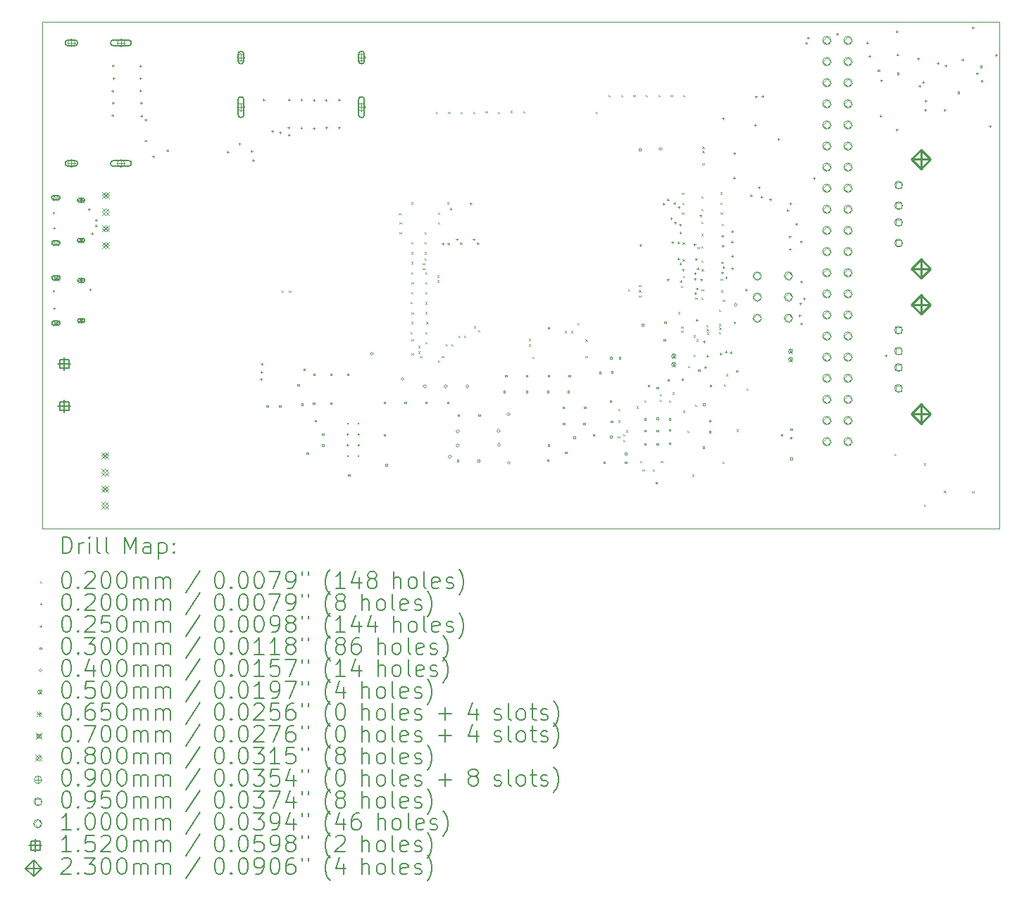
<source format=gbr>
%FSLAX45Y45*%
G04 Gerber Fmt 4.5, Leading zero omitted, Abs format (unit mm)*
G04 Created by KiCad (PCBNEW (6.99.0-1603-g82820d4b1c)) date 2022-06-17 10:58:50*
%MOMM*%
%LPD*%
G01*
G04 APERTURE LIST*
%TA.AperFunction,Profile*%
%ADD10C,0.050000*%
%TD*%
%ADD11C,0.200000*%
%ADD12C,0.020000*%
%ADD13C,0.025000*%
%ADD14C,0.030000*%
%ADD15C,0.040000*%
%ADD16C,0.050000*%
%ADD17C,0.065000*%
%ADD18C,0.070000*%
%ADD19C,0.080000*%
%ADD20C,0.090000*%
%ADD21C,0.095000*%
%ADD22C,0.100000*%
%ADD23C,0.152000*%
%ADD24C,0.230000*%
G04 APERTURE END LIST*
D10*
X21190000Y-13995000D02*
X21186420Y-7898400D01*
X21186420Y-7898400D02*
X9682500Y-7898400D01*
X9682020Y-13998600D02*
X9682500Y-7898400D01*
X9682020Y-13998600D02*
X21190000Y-13995000D01*
D11*
D12*
X12560527Y-11133839D02*
X12580527Y-11153839D01*
X12580527Y-11133839D02*
X12560527Y-11153839D01*
X12650000Y-11130000D02*
X12670000Y-11150000D01*
X12670000Y-11130000D02*
X12650000Y-11150000D01*
X13970000Y-10200000D02*
X13990000Y-10220000D01*
X13990000Y-10200000D02*
X13970000Y-10220000D01*
X13980000Y-10310000D02*
X14000000Y-10330000D01*
X14000000Y-10310000D02*
X13980000Y-10330000D01*
X13980000Y-10430000D02*
X14000000Y-10450000D01*
X14000000Y-10430000D02*
X13980000Y-10450000D01*
X14110000Y-11270000D02*
X14130000Y-11290000D01*
X14130000Y-11270000D02*
X14110000Y-11290000D01*
X14110000Y-11630000D02*
X14130000Y-11650000D01*
X14130000Y-11630000D02*
X14110000Y-11650000D01*
X14120000Y-10070000D02*
X14140000Y-10090000D01*
X14140000Y-10070000D02*
X14120000Y-10090000D01*
X14120000Y-10550000D02*
X14140000Y-10570000D01*
X14140000Y-10550000D02*
X14120000Y-10570000D01*
X14120000Y-10670000D02*
X14140000Y-10690000D01*
X14140000Y-10670000D02*
X14120000Y-10690000D01*
X14120000Y-10790000D02*
X14140000Y-10810000D01*
X14140000Y-10790000D02*
X14120000Y-10810000D01*
X14120000Y-10910000D02*
X14140000Y-10930000D01*
X14140000Y-10910000D02*
X14120000Y-10930000D01*
X14120000Y-11150000D02*
X14140000Y-11170000D01*
X14140000Y-11150000D02*
X14120000Y-11170000D01*
X14120000Y-11510000D02*
X14140000Y-11530000D01*
X14140000Y-11510000D02*
X14120000Y-11530000D01*
X14122839Y-11032801D02*
X14142839Y-11052801D01*
X14142839Y-11032801D02*
X14122839Y-11052801D01*
X14122839Y-11392800D02*
X14142839Y-11412800D01*
X14142839Y-11392800D02*
X14122839Y-11412800D01*
X14125000Y-11715000D02*
X14145000Y-11735000D01*
X14145000Y-11715000D02*
X14125000Y-11735000D01*
X14125000Y-11885000D02*
X14145000Y-11905000D01*
X14145000Y-11885000D02*
X14125000Y-11905000D01*
X14205000Y-11796500D02*
X14225000Y-11816500D01*
X14225000Y-11796500D02*
X14205000Y-11816500D01*
X14205000Y-11863500D02*
X14225000Y-11883500D01*
X14225000Y-11863500D02*
X14205000Y-11883500D01*
X14225000Y-11920000D02*
X14245000Y-11940000D01*
X14245000Y-11920000D02*
X14225000Y-11940000D01*
X14260000Y-10800000D02*
X14280000Y-10820000D01*
X14280000Y-10800000D02*
X14260000Y-10820000D01*
X14260000Y-10860000D02*
X14280000Y-10880000D01*
X14280000Y-10860000D02*
X14260000Y-10880000D01*
X14280000Y-10430000D02*
X14300000Y-10450000D01*
X14300000Y-10430000D02*
X14280000Y-10450000D01*
X14280000Y-10550000D02*
X14300000Y-10570000D01*
X14300000Y-10550000D02*
X14280000Y-10570000D01*
X14280000Y-10670000D02*
X14300000Y-10690000D01*
X14300000Y-10670000D02*
X14280000Y-10690000D01*
X14280000Y-10740000D02*
X14300000Y-10760000D01*
X14300000Y-10740000D02*
X14280000Y-10760000D01*
X14287282Y-11272279D02*
X14307282Y-11292279D01*
X14307282Y-11272279D02*
X14287282Y-11292279D01*
X14290000Y-10910000D02*
X14310000Y-10930000D01*
X14310000Y-10910000D02*
X14290000Y-10930000D01*
X14290000Y-11030000D02*
X14310000Y-11050000D01*
X14310000Y-11030000D02*
X14290000Y-11050000D01*
X14290000Y-11150000D02*
X14310000Y-11170000D01*
X14310000Y-11150000D02*
X14290000Y-11170000D01*
X14290000Y-11390000D02*
X14310000Y-11410000D01*
X14310000Y-11390000D02*
X14290000Y-11410000D01*
X14290000Y-11630000D02*
X14310000Y-11650000D01*
X14310000Y-11630000D02*
X14290000Y-11650000D01*
X14290000Y-11750000D02*
X14310000Y-11770000D01*
X14310000Y-11750000D02*
X14290000Y-11770000D01*
X14300000Y-11510000D02*
X14320000Y-11530000D01*
X14320000Y-11510000D02*
X14300000Y-11530000D01*
X14414000Y-8979000D02*
X14434000Y-8999000D01*
X14434000Y-8979000D02*
X14414000Y-8999000D01*
X14430000Y-10950000D02*
X14450000Y-10970000D01*
X14450000Y-10950000D02*
X14430000Y-10970000D01*
X14430000Y-11010000D02*
X14450000Y-11030000D01*
X14450000Y-11010000D02*
X14430000Y-11030000D01*
X14440000Y-10190000D02*
X14460000Y-10210000D01*
X14460000Y-10190000D02*
X14440000Y-10210000D01*
X14440000Y-10310000D02*
X14460000Y-10330000D01*
X14460000Y-10310000D02*
X14440000Y-10330000D01*
X14441312Y-11968688D02*
X14461312Y-11988688D01*
X14461312Y-11968688D02*
X14441312Y-11988688D01*
X14488688Y-11921312D02*
X14508688Y-11941312D01*
X14508688Y-11921312D02*
X14488688Y-11941312D01*
X14536500Y-11775000D02*
X14556500Y-11795000D01*
X14556500Y-11775000D02*
X14536500Y-11795000D01*
X14550000Y-10070000D02*
X14570000Y-10090000D01*
X14570000Y-10070000D02*
X14550000Y-10090000D01*
X14563000Y-8979000D02*
X14583000Y-8999000D01*
X14583000Y-8979000D02*
X14563000Y-8999000D01*
X14603500Y-11775000D02*
X14623500Y-11795000D01*
X14623500Y-11775000D02*
X14603500Y-11795000D01*
X14686500Y-11675000D02*
X14706500Y-11695000D01*
X14706500Y-11675000D02*
X14686500Y-11695000D01*
X14712000Y-8983000D02*
X14732000Y-9003000D01*
X14732000Y-8983000D02*
X14712000Y-9003000D01*
X14753500Y-11675000D02*
X14773500Y-11695000D01*
X14773500Y-11675000D02*
X14753500Y-11695000D01*
X14862000Y-8980000D02*
X14882000Y-9000000D01*
X14882000Y-8980000D02*
X14862000Y-9000000D01*
X14873812Y-11558812D02*
X14893812Y-11578812D01*
X14893812Y-11558812D02*
X14873812Y-11578812D01*
X14921188Y-11606188D02*
X14941188Y-11626188D01*
X14941188Y-11606188D02*
X14921188Y-11626188D01*
X15012000Y-8973000D02*
X15032000Y-8993000D01*
X15032000Y-8973000D02*
X15012000Y-8993000D01*
X15162000Y-8980000D02*
X15182000Y-9000000D01*
X15182000Y-8980000D02*
X15162000Y-9000000D01*
X15315000Y-8969000D02*
X15335000Y-8989000D01*
X15335000Y-8969000D02*
X15315000Y-8989000D01*
X15464000Y-8974000D02*
X15484000Y-8994000D01*
X15484000Y-8974000D02*
X15464000Y-8994000D01*
X15535000Y-11711500D02*
X15555000Y-11731500D01*
X15555000Y-11711500D02*
X15535000Y-11731500D01*
X15535000Y-11778500D02*
X15555000Y-11798500D01*
X15555000Y-11778500D02*
X15535000Y-11798500D01*
X15575000Y-11930000D02*
X15595000Y-11950000D01*
X15595000Y-11930000D02*
X15575000Y-11950000D01*
X15966600Y-11620000D02*
X15986600Y-11640000D01*
X15986600Y-11620000D02*
X15966600Y-11640000D01*
X16042800Y-11620000D02*
X16062800Y-11640000D01*
X16062800Y-11620000D02*
X16042800Y-11640000D01*
X16119000Y-11521600D02*
X16139000Y-11541600D01*
X16139000Y-11521600D02*
X16119000Y-11541600D01*
X16215000Y-11720000D02*
X16235000Y-11740000D01*
X16235000Y-11720000D02*
X16215000Y-11740000D01*
X16215000Y-11920000D02*
X16235000Y-11940000D01*
X16235000Y-11920000D02*
X16215000Y-11940000D01*
X16340000Y-8980000D02*
X16360000Y-9000000D01*
X16360000Y-8980000D02*
X16340000Y-9000000D01*
X16490000Y-8780000D02*
X16510000Y-8800000D01*
X16510000Y-8780000D02*
X16490000Y-8800000D01*
X16605000Y-12885000D02*
X16625000Y-12905000D01*
X16625000Y-12885000D02*
X16605000Y-12905000D01*
X16610000Y-12555000D02*
X16630000Y-12575000D01*
X16630000Y-12555000D02*
X16610000Y-12575000D01*
X16610000Y-12695000D02*
X16630000Y-12715000D01*
X16630000Y-12695000D02*
X16610000Y-12715000D01*
X16640000Y-8780000D02*
X16660000Y-8800000D01*
X16660000Y-8780000D02*
X16640000Y-8800000D01*
X16668096Y-12857500D02*
X16688096Y-12877500D01*
X16688096Y-12857500D02*
X16668096Y-12877500D01*
X16668096Y-12924500D02*
X16688096Y-12944500D01*
X16688096Y-12924500D02*
X16668096Y-12944500D01*
X16702886Y-12811155D02*
X16722886Y-12831155D01*
X16722886Y-12811155D02*
X16702886Y-12831155D01*
X16728600Y-11115200D02*
X16748600Y-11135200D01*
X16748600Y-11115200D02*
X16728600Y-11135200D01*
X16790000Y-8780000D02*
X16810000Y-8800000D01*
X16810000Y-8780000D02*
X16790000Y-8800000D01*
X16830000Y-12525000D02*
X16850000Y-12545000D01*
X16850000Y-12525000D02*
X16830000Y-12545000D01*
X16858000Y-11063000D02*
X16878000Y-11083000D01*
X16878000Y-11063000D02*
X16858000Y-11083000D01*
X16858000Y-11127000D02*
X16878000Y-11147000D01*
X16878000Y-11127000D02*
X16858000Y-11147000D01*
X16858000Y-11191400D02*
X16878000Y-11211400D01*
X16878000Y-11191400D02*
X16858000Y-11211400D01*
X16870000Y-13180000D02*
X16890000Y-13200000D01*
X16890000Y-13180000D02*
X16870000Y-13200000D01*
X16900000Y-13285000D02*
X16920000Y-13305000D01*
X16920000Y-13285000D02*
X16900000Y-13305000D01*
X16920000Y-12455000D02*
X16940000Y-12475000D01*
X16940000Y-12455000D02*
X16920000Y-12475000D01*
X16940000Y-8780000D02*
X16960000Y-8800000D01*
X16960000Y-8780000D02*
X16940000Y-8800000D01*
X17025000Y-13280000D02*
X17045000Y-13300000D01*
X17045000Y-13280000D02*
X17025000Y-13300000D01*
X17090000Y-8780000D02*
X17110000Y-8800000D01*
X17110000Y-8780000D02*
X17090000Y-8800000D01*
X17110157Y-12378406D02*
X17130157Y-12398406D01*
X17130157Y-12378406D02*
X17110157Y-12398406D01*
X17110157Y-12445406D02*
X17130157Y-12465406D01*
X17130157Y-12445406D02*
X17110157Y-12465406D01*
X17120000Y-13180000D02*
X17140000Y-13200000D01*
X17140000Y-13180000D02*
X17120000Y-13200000D01*
X17220000Y-12455000D02*
X17240000Y-12475000D01*
X17240000Y-12455000D02*
X17220000Y-12475000D01*
X17240000Y-8780000D02*
X17260000Y-8800000D01*
X17260000Y-8780000D02*
X17240000Y-8800000D01*
X17260000Y-12355000D02*
X17280000Y-12375000D01*
X17280000Y-12355000D02*
X17260000Y-12375000D01*
X17330000Y-11391000D02*
X17350000Y-11411000D01*
X17350000Y-11391000D02*
X17330000Y-11411000D01*
X17360000Y-11075000D02*
X17380000Y-11095000D01*
X17380000Y-11075000D02*
X17360000Y-11095000D01*
X17365000Y-11565000D02*
X17385000Y-11585000D01*
X17385000Y-11565000D02*
X17365000Y-11585000D01*
X17365000Y-11615000D02*
X17385000Y-11635000D01*
X17385000Y-11615000D02*
X17365000Y-11635000D01*
X17376000Y-9953000D02*
X17396000Y-9973000D01*
X17396000Y-9953000D02*
X17376000Y-9973000D01*
X17376000Y-10193000D02*
X17396000Y-10213000D01*
X17396000Y-10193000D02*
X17376000Y-10213000D01*
X17380000Y-10073000D02*
X17400000Y-10093000D01*
X17400000Y-10073000D02*
X17380000Y-10093000D01*
X17382000Y-10553000D02*
X17402000Y-10573000D01*
X17402000Y-10553000D02*
X17382000Y-10573000D01*
X17383000Y-10754000D02*
X17403000Y-10774000D01*
X17403000Y-10754000D02*
X17383000Y-10774000D01*
X17389408Y-10952910D02*
X17409408Y-10972910D01*
X17409408Y-10952910D02*
X17389408Y-10972910D01*
X17390000Y-8780000D02*
X17410000Y-8800000D01*
X17410000Y-8780000D02*
X17390000Y-8800000D01*
X17390000Y-12575000D02*
X17410000Y-12595000D01*
X17410000Y-12575000D02*
X17390000Y-12595000D01*
X17440000Y-12815000D02*
X17460000Y-12835000D01*
X17460000Y-12815000D02*
X17440000Y-12835000D01*
X17445000Y-12040000D02*
X17465000Y-12060000D01*
X17465000Y-12040000D02*
X17445000Y-12060000D01*
X17495000Y-13345000D02*
X17515000Y-13365000D01*
X17515000Y-13345000D02*
X17495000Y-13365000D01*
X17515000Y-11670000D02*
X17535000Y-11690000D01*
X17535000Y-11670000D02*
X17515000Y-11690000D01*
X17515000Y-11900000D02*
X17535000Y-11920000D01*
X17535000Y-11900000D02*
X17515000Y-11920000D01*
X17530000Y-12501000D02*
X17550000Y-12521000D01*
X17550000Y-12501000D02*
X17530000Y-12521000D01*
X17535092Y-11215578D02*
X17555092Y-11235578D01*
X17555092Y-11215578D02*
X17535092Y-11235578D01*
X17546804Y-11720444D02*
X17566804Y-11740444D01*
X17566804Y-11720444D02*
X17546804Y-11740444D01*
X17561000Y-10606000D02*
X17581000Y-10626000D01*
X17581000Y-10606000D02*
X17561000Y-10626000D01*
X17605000Y-10770000D02*
X17625000Y-10790000D01*
X17625000Y-10770000D02*
X17605000Y-10790000D01*
X17608000Y-11216000D02*
X17628000Y-11236000D01*
X17628000Y-11216000D02*
X17608000Y-11236000D01*
X17610000Y-10000000D02*
X17630000Y-10020000D01*
X17630000Y-10000000D02*
X17610000Y-10020000D01*
X17610000Y-10150000D02*
X17630000Y-10170000D01*
X17630000Y-10150000D02*
X17610000Y-10170000D01*
X17610000Y-10300000D02*
X17630000Y-10320000D01*
X17630000Y-10300000D02*
X17610000Y-10320000D01*
X17610000Y-10450000D02*
X17630000Y-10470000D01*
X17630000Y-10450000D02*
X17610000Y-10470000D01*
X17610000Y-10600000D02*
X17630000Y-10620000D01*
X17630000Y-10600000D02*
X17610000Y-10620000D01*
X17612000Y-10873000D02*
X17632000Y-10893000D01*
X17632000Y-10873000D02*
X17612000Y-10893000D01*
X17613000Y-11115000D02*
X17633000Y-11135000D01*
X17633000Y-11115000D02*
X17613000Y-11135000D01*
X17620000Y-9400000D02*
X17640000Y-9420000D01*
X17640000Y-9400000D02*
X17620000Y-9420000D01*
X17620000Y-9450000D02*
X17640000Y-9470000D01*
X17640000Y-9450000D02*
X17620000Y-9470000D01*
X17620000Y-9600000D02*
X17640000Y-9620000D01*
X17640000Y-9600000D02*
X17620000Y-9620000D01*
X17669000Y-11545000D02*
X17689000Y-11565000D01*
X17689000Y-11545000D02*
X17669000Y-11565000D01*
X17672000Y-11592000D02*
X17692000Y-11612000D01*
X17692000Y-11592000D02*
X17672000Y-11612000D01*
X17675000Y-11636000D02*
X17695000Y-11656000D01*
X17695000Y-11636000D02*
X17675000Y-11656000D01*
X17820000Y-11359000D02*
X17840000Y-11379000D01*
X17840000Y-11359000D02*
X17820000Y-11379000D01*
X17821000Y-11630000D02*
X17841000Y-11650000D01*
X17841000Y-11630000D02*
X17821000Y-11650000D01*
X17822000Y-11533000D02*
X17842000Y-11553000D01*
X17842000Y-11533000D02*
X17822000Y-11553000D01*
X17824000Y-11577000D02*
X17844000Y-11597000D01*
X17844000Y-11577000D02*
X17824000Y-11597000D01*
X17836599Y-10070943D02*
X17856599Y-10090943D01*
X17856599Y-10070943D02*
X17836599Y-10090943D01*
X17836950Y-9951000D02*
X17856950Y-9971000D01*
X17856950Y-9951000D02*
X17836950Y-9971000D01*
X17840000Y-10989000D02*
X17860000Y-11009000D01*
X17860000Y-10989000D02*
X17840000Y-11009000D01*
X17841000Y-10192000D02*
X17861000Y-10212000D01*
X17861000Y-10192000D02*
X17841000Y-10212000D01*
X17843000Y-11127000D02*
X17863000Y-11147000D01*
X17863000Y-11127000D02*
X17843000Y-11147000D01*
X17855000Y-10330000D02*
X17875000Y-10350000D01*
X17875000Y-10330000D02*
X17855000Y-10350000D01*
X17860000Y-13190000D02*
X17880000Y-13210000D01*
X17880000Y-13190000D02*
X17860000Y-13210000D01*
X17866000Y-11242000D02*
X17886000Y-11262000D01*
X17886000Y-11242000D02*
X17866000Y-11262000D01*
X17880000Y-12260000D02*
X17900000Y-12280000D01*
X17900000Y-12260000D02*
X17880000Y-12280000D01*
X17905000Y-12135000D02*
X17925000Y-12155000D01*
X17925000Y-12135000D02*
X17905000Y-12155000D01*
X18032000Y-12805000D02*
X18052000Y-12825000D01*
X18052000Y-12805000D02*
X18032000Y-12825000D01*
X18151237Y-12306930D02*
X18171237Y-12326930D01*
X18171237Y-12306930D02*
X18151237Y-12326930D01*
X19929000Y-13096400D02*
X19949000Y-13116400D01*
X19949000Y-13096400D02*
X19929000Y-13116400D01*
X20284600Y-13210700D02*
X20304600Y-13230700D01*
X20304600Y-13210700D02*
X20284600Y-13230700D01*
X20284600Y-13706000D02*
X20304600Y-13726000D01*
X20304600Y-13706000D02*
X20284600Y-13726000D01*
X20525900Y-13540900D02*
X20545900Y-13560900D01*
X20545900Y-13540900D02*
X20525900Y-13560900D01*
X20864000Y-13545000D02*
X20884000Y-13565000D01*
X20884000Y-13545000D02*
X20864000Y-13565000D01*
X13367400Y-12732600D02*
G75*
G03*
X13367400Y-12732600I-10000J0D01*
G01*
X13367400Y-12862600D02*
G75*
G03*
X13367400Y-12862600I-10000J0D01*
G01*
X13367400Y-12992600D02*
G75*
G03*
X13367400Y-12992600I-10000J0D01*
G01*
X13367400Y-13122600D02*
G75*
G03*
X13367400Y-13122600I-10000J0D01*
G01*
X13497400Y-12732600D02*
G75*
G03*
X13497400Y-12732600I-10000J0D01*
G01*
X13497400Y-12862600D02*
G75*
G03*
X13497400Y-12862600I-10000J0D01*
G01*
X13497400Y-12992600D02*
G75*
G03*
X13497400Y-12992600I-10000J0D01*
G01*
X13497400Y-13122600D02*
G75*
G03*
X13497400Y-13122600I-10000J0D01*
G01*
D13*
X9820000Y-10182500D02*
X9820000Y-10207500D01*
X9807500Y-10195000D02*
X9832500Y-10195000D01*
X9820000Y-11122500D02*
X9820000Y-11147500D01*
X9807500Y-11135000D02*
X9832500Y-11135000D01*
X9825000Y-10367500D02*
X9825000Y-10392500D01*
X9812500Y-10380000D02*
X9837500Y-10380000D01*
X9825000Y-11332500D02*
X9825000Y-11357500D01*
X9812500Y-11345000D02*
X9837500Y-11345000D01*
X10245000Y-10142500D02*
X10245000Y-10167500D01*
X10232500Y-10155000D02*
X10257500Y-10155000D01*
X10260000Y-11107500D02*
X10260000Y-11132500D01*
X10247500Y-11120000D02*
X10272500Y-11120000D01*
X10285000Y-10432500D02*
X10285000Y-10457500D01*
X10272500Y-10445000D02*
X10297500Y-10445000D01*
X10331172Y-10271000D02*
X10331172Y-10296000D01*
X10318672Y-10283500D02*
X10343672Y-10283500D01*
X10331172Y-10341000D02*
X10331172Y-10366000D01*
X10318672Y-10353500D02*
X10343672Y-10353500D01*
X10530000Y-8717500D02*
X10530000Y-8742500D01*
X10517500Y-8730000D02*
X10542500Y-8730000D01*
X10530000Y-9012500D02*
X10530000Y-9037500D01*
X10517500Y-9025000D02*
X10542500Y-9025000D01*
X10535000Y-8412500D02*
X10535000Y-8437500D01*
X10522500Y-8425000D02*
X10547500Y-8425000D01*
X10535000Y-8862500D02*
X10535000Y-8887500D01*
X10522500Y-8875000D02*
X10547500Y-8875000D01*
X10539941Y-8565500D02*
X10539941Y-8590500D01*
X10527441Y-8578000D02*
X10552441Y-8578000D01*
X10865000Y-8417500D02*
X10865000Y-8442500D01*
X10852500Y-8430000D02*
X10877500Y-8430000D01*
X10865000Y-8567500D02*
X10865000Y-8592500D01*
X10852500Y-8580000D02*
X10877500Y-8580000D01*
X10865000Y-8712500D02*
X10865000Y-8737500D01*
X10852500Y-8725000D02*
X10877500Y-8725000D01*
X10870000Y-8862500D02*
X10870000Y-8887500D01*
X10857500Y-8875000D02*
X10882500Y-8875000D01*
X10875000Y-9017500D02*
X10875000Y-9042500D01*
X10862500Y-9030000D02*
X10887500Y-9030000D01*
X10925000Y-9317500D02*
X10925000Y-9342500D01*
X10912500Y-9330000D02*
X10937500Y-9330000D01*
X10927500Y-9065000D02*
X10927500Y-9090000D01*
X10915000Y-9077500D02*
X10940000Y-9077500D01*
X11020000Y-9507500D02*
X11020000Y-9532500D01*
X11007500Y-9520000D02*
X11032500Y-9520000D01*
X11190000Y-9432500D02*
X11190000Y-9457500D01*
X11177500Y-9445000D02*
X11202500Y-9445000D01*
X11915000Y-9452500D02*
X11915000Y-9477500D01*
X11902500Y-9465000D02*
X11927500Y-9465000D01*
X12055000Y-9352500D02*
X12055000Y-9377500D01*
X12042500Y-9365000D02*
X12067500Y-9365000D01*
X12200000Y-9442500D02*
X12200000Y-9467500D01*
X12187500Y-9455000D02*
X12212500Y-9455000D01*
X12220000Y-9552500D02*
X12220000Y-9577500D01*
X12207500Y-9565000D02*
X12232500Y-9565000D01*
X12315000Y-12187500D02*
X12315000Y-12212500D01*
X12302500Y-12200000D02*
X12327500Y-12200000D01*
X12320000Y-12102500D02*
X12320000Y-12127500D01*
X12307500Y-12115000D02*
X12332500Y-12115000D01*
X12325000Y-12002500D02*
X12325000Y-12027500D01*
X12312500Y-12015000D02*
X12337500Y-12015000D01*
X12345000Y-8822500D02*
X12345000Y-8847500D01*
X12332500Y-8835000D02*
X12357500Y-8835000D01*
X12450000Y-9202500D02*
X12450000Y-9227500D01*
X12437500Y-9215000D02*
X12462500Y-9215000D01*
X12545000Y-9217500D02*
X12545000Y-9242500D01*
X12532500Y-9230000D02*
X12557500Y-9230000D01*
X12645000Y-9157500D02*
X12645000Y-9182500D01*
X12632500Y-9170000D02*
X12657500Y-9170000D01*
X12650000Y-8822500D02*
X12650000Y-8847500D01*
X12637500Y-8835000D02*
X12662500Y-8835000D01*
X12650000Y-9247500D02*
X12650000Y-9272500D01*
X12637500Y-9260000D02*
X12662500Y-9260000D01*
X12800000Y-8822500D02*
X12800000Y-8847500D01*
X12787500Y-8835000D02*
X12812500Y-8835000D01*
X12800000Y-9162500D02*
X12800000Y-9187500D01*
X12787500Y-9175000D02*
X12812500Y-9175000D01*
X12950000Y-8827500D02*
X12950000Y-8852500D01*
X12937500Y-8840000D02*
X12962500Y-8840000D01*
X12950000Y-9167500D02*
X12950000Y-9192500D01*
X12937500Y-9180000D02*
X12962500Y-9180000D01*
X13095000Y-8827500D02*
X13095000Y-8852500D01*
X13082500Y-8840000D02*
X13107500Y-8840000D01*
X13100000Y-9157500D02*
X13100000Y-9182500D01*
X13087500Y-9170000D02*
X13112500Y-9170000D01*
X13250000Y-8822500D02*
X13250000Y-8847500D01*
X13237500Y-8835000D02*
X13262500Y-8835000D01*
X13250000Y-9157500D02*
X13250000Y-9182500D01*
X13237500Y-9170000D02*
X13262500Y-9170000D01*
X14498908Y-10554051D02*
X14498908Y-10579051D01*
X14486408Y-10566551D02*
X14511408Y-10566551D01*
X14568908Y-10554051D02*
X14568908Y-10579051D01*
X14556408Y-10566551D02*
X14581408Y-10566551D01*
X14595000Y-10137500D02*
X14595000Y-10162500D01*
X14582500Y-10150000D02*
X14607500Y-10150000D01*
X14667651Y-10502751D02*
X14667651Y-10527751D01*
X14655151Y-10515251D02*
X14680151Y-10515251D01*
X14717149Y-10552249D02*
X14717149Y-10577249D01*
X14704649Y-10564749D02*
X14729649Y-10564749D01*
X14833600Y-10071300D02*
X14833600Y-10096300D01*
X14821100Y-10083800D02*
X14846100Y-10083800D01*
X14870851Y-10502751D02*
X14870851Y-10527751D01*
X14858351Y-10515251D02*
X14883351Y-10515251D01*
X14920349Y-10552249D02*
X14920349Y-10577249D01*
X14907849Y-10564749D02*
X14932849Y-10564749D01*
X16875000Y-10572500D02*
X16875000Y-10597500D01*
X16862500Y-10585000D02*
X16887500Y-10585000D01*
X17155251Y-10077249D02*
X17155251Y-10102249D01*
X17142751Y-10089749D02*
X17167751Y-10089749D01*
X17204749Y-10027751D02*
X17204749Y-10052751D01*
X17192249Y-10040251D02*
X17217249Y-10040251D01*
X17205000Y-10987500D02*
X17205000Y-11012500D01*
X17192500Y-11000000D02*
X17217500Y-11000000D01*
X17245251Y-10252751D02*
X17245251Y-10277751D01*
X17232751Y-10265251D02*
X17257751Y-10265251D01*
X17260000Y-10537500D02*
X17260000Y-10562500D01*
X17247500Y-10550000D02*
X17272500Y-10550000D01*
X17285251Y-10067751D02*
X17285251Y-10092751D01*
X17272751Y-10080251D02*
X17297751Y-10080251D01*
X17294749Y-10302249D02*
X17294749Y-10327249D01*
X17282249Y-10314749D02*
X17307249Y-10314749D01*
X17330000Y-10542500D02*
X17330000Y-10567500D01*
X17317500Y-10555000D02*
X17342500Y-10555000D01*
X17330000Y-10737500D02*
X17330000Y-10762500D01*
X17317500Y-10750000D02*
X17342500Y-10750000D01*
X17334749Y-10117249D02*
X17334749Y-10142249D01*
X17322249Y-10129749D02*
X17347249Y-10129749D01*
X17352000Y-10327500D02*
X17352000Y-10352500D01*
X17339500Y-10340000D02*
X17364500Y-10340000D01*
X17355000Y-10422500D02*
X17355000Y-10447500D01*
X17342500Y-10435000D02*
X17367500Y-10435000D01*
X17355000Y-10797500D02*
X17355000Y-10822500D01*
X17342500Y-10810000D02*
X17367500Y-10810000D01*
X17360000Y-11007500D02*
X17360000Y-11032500D01*
X17347500Y-11020000D02*
X17372500Y-11020000D01*
X17385000Y-10867500D02*
X17385000Y-10892500D01*
X17372500Y-10880000D02*
X17397500Y-10880000D01*
X17525955Y-10562568D02*
X17525955Y-10587568D01*
X17513455Y-10575068D02*
X17538455Y-10575068D01*
X17530000Y-10912500D02*
X17530000Y-10937500D01*
X17517500Y-10925000D02*
X17542500Y-10925000D01*
X17530000Y-10977500D02*
X17530000Y-11002500D01*
X17517500Y-10990000D02*
X17542500Y-10990000D01*
X17535714Y-11154372D02*
X17535714Y-11179372D01*
X17523214Y-11166872D02*
X17548214Y-11166872D01*
X17543000Y-10740500D02*
X17543000Y-10765500D01*
X17530500Y-10753000D02*
X17555500Y-10753000D01*
X17551000Y-11472500D02*
X17551000Y-11497500D01*
X17538500Y-11485000D02*
X17563500Y-11485000D01*
X17555000Y-11095500D02*
X17555000Y-11120500D01*
X17542500Y-11108000D02*
X17567500Y-11108000D01*
X17563608Y-10854859D02*
X17563608Y-10879859D01*
X17551108Y-10867359D02*
X17576108Y-10867359D01*
X17600000Y-10217500D02*
X17600000Y-10242500D01*
X17587500Y-10230000D02*
X17612500Y-10230000D01*
X17607000Y-10986500D02*
X17607000Y-11011500D01*
X17594500Y-10999000D02*
X17619500Y-10999000D01*
X17641000Y-11734500D02*
X17641000Y-11759500D01*
X17628500Y-11747000D02*
X17653500Y-11747000D01*
X17655000Y-12042500D02*
X17655000Y-12067500D01*
X17642500Y-12055000D02*
X17667500Y-12055000D01*
X17680000Y-11907500D02*
X17680000Y-11932500D01*
X17667500Y-11920000D02*
X17692500Y-11920000D01*
X17840000Y-11882500D02*
X17840000Y-11907500D01*
X17827500Y-11895000D02*
X17852500Y-11895000D01*
X17854975Y-10782399D02*
X17854975Y-10807399D01*
X17842475Y-10794899D02*
X17867475Y-10794899D01*
X17858000Y-10901500D02*
X17858000Y-10926500D01*
X17845500Y-10914000D02*
X17870500Y-10914000D01*
X17860000Y-10462500D02*
X17860000Y-10487500D01*
X17847500Y-10475000D02*
X17872500Y-10475000D01*
X17864000Y-10582500D02*
X17864000Y-10607500D01*
X17851500Y-10595000D02*
X17876500Y-10595000D01*
X17870000Y-9047500D02*
X17870000Y-9072500D01*
X17857500Y-9060000D02*
X17882500Y-9060000D01*
X17875550Y-10841316D02*
X17875550Y-10866316D01*
X17863050Y-10853816D02*
X17888050Y-10853816D01*
X17901328Y-11853739D02*
X17901328Y-11878739D01*
X17888828Y-11866239D02*
X17913828Y-11866239D01*
X17905454Y-10962435D02*
X17905454Y-10987435D01*
X17892954Y-10974935D02*
X17917954Y-10974935D01*
X17962469Y-11863719D02*
X17962469Y-11888719D01*
X17949969Y-11876219D02*
X17974969Y-11876219D01*
X17975000Y-10536500D02*
X17975000Y-10561500D01*
X17962500Y-10549000D02*
X17987500Y-10549000D01*
X17980000Y-10853500D02*
X17980000Y-10878500D01*
X17967500Y-10866000D02*
X17992500Y-10866000D01*
X17981000Y-10406500D02*
X17981000Y-10431500D01*
X17968500Y-10419000D02*
X17993500Y-10419000D01*
X17981000Y-10702500D02*
X17981000Y-10727500D01*
X17968500Y-10715000D02*
X17993500Y-10715000D01*
X18000700Y-9763200D02*
X18000700Y-9788200D01*
X17988200Y-9775700D02*
X18013200Y-9775700D01*
X18005000Y-9467500D02*
X18005000Y-9492500D01*
X17992500Y-9480000D02*
X18017500Y-9480000D01*
X18007000Y-11505500D02*
X18007000Y-11530500D01*
X17994500Y-11518000D02*
X18019500Y-11518000D01*
X18035000Y-12087500D02*
X18035000Y-12112500D01*
X18022500Y-12100000D02*
X18047500Y-12100000D01*
X18144000Y-11110500D02*
X18144000Y-11135500D01*
X18131500Y-11123000D02*
X18156500Y-11123000D01*
X18205000Y-9977500D02*
X18205000Y-10002500D01*
X18192500Y-9990000D02*
X18217500Y-9990000D01*
X18255000Y-9127500D02*
X18255000Y-9152500D01*
X18242500Y-9140000D02*
X18267500Y-9140000D01*
X18265000Y-8787500D02*
X18265000Y-8812500D01*
X18252500Y-8800000D02*
X18277500Y-8800000D01*
X18300000Y-9877500D02*
X18300000Y-9902500D01*
X18287500Y-9890000D02*
X18312500Y-9890000D01*
X18330000Y-9992500D02*
X18330000Y-10017500D01*
X18317500Y-10005000D02*
X18342500Y-10005000D01*
X18345000Y-8782500D02*
X18345000Y-8807500D01*
X18332500Y-8795000D02*
X18357500Y-8795000D01*
X18435000Y-10022500D02*
X18435000Y-10047500D01*
X18422500Y-10035000D02*
X18447500Y-10035000D01*
X18535000Y-9297500D02*
X18535000Y-9322500D01*
X18522500Y-9310000D02*
X18547500Y-9310000D01*
X18645000Y-10152500D02*
X18645000Y-10177500D01*
X18632500Y-10165000D02*
X18657500Y-10165000D01*
X18670000Y-10471500D02*
X18670000Y-10496500D01*
X18657500Y-10484000D02*
X18682500Y-10484000D01*
X18673000Y-10621500D02*
X18673000Y-10646500D01*
X18660500Y-10634000D02*
X18685500Y-10634000D01*
X18680000Y-10072500D02*
X18680000Y-10097500D01*
X18667500Y-10085000D02*
X18692500Y-10085000D01*
X18750000Y-10317500D02*
X18750000Y-10342500D01*
X18737500Y-10330000D02*
X18762500Y-10330000D01*
X18790000Y-11417500D02*
X18790000Y-11442500D01*
X18777500Y-11430000D02*
X18802500Y-11430000D01*
X18795000Y-11277500D02*
X18795000Y-11302500D01*
X18782500Y-11290000D02*
X18807500Y-11290000D01*
X18805000Y-10532500D02*
X18805000Y-10557500D01*
X18792500Y-10545000D02*
X18817500Y-10545000D01*
X18808000Y-11013500D02*
X18808000Y-11038500D01*
X18795500Y-11026000D02*
X18820500Y-11026000D01*
X18810000Y-11517500D02*
X18810000Y-11542500D01*
X18797500Y-11530000D02*
X18822500Y-11530000D01*
X18845000Y-11217500D02*
X18845000Y-11242500D01*
X18832500Y-11230000D02*
X18857500Y-11230000D01*
X18870000Y-8142500D02*
X18870000Y-8167500D01*
X18857500Y-8155000D02*
X18882500Y-8155000D01*
X18890000Y-8077500D02*
X18890000Y-8102500D01*
X18877500Y-8090000D02*
X18902500Y-8090000D01*
X18960000Y-9767500D02*
X18960000Y-9792500D01*
X18947500Y-9780000D02*
X18972500Y-9780000D01*
X19240000Y-8032500D02*
X19240000Y-8057500D01*
X19227500Y-8045000D02*
X19252500Y-8045000D01*
X19600000Y-8137500D02*
X19600000Y-8162500D01*
X19587500Y-8150000D02*
X19612500Y-8150000D01*
X19630000Y-8297500D02*
X19630000Y-8322500D01*
X19617500Y-8310000D02*
X19642500Y-8310000D01*
X19760000Y-9017500D02*
X19760000Y-9042500D01*
X19747500Y-9030000D02*
X19772500Y-9030000D01*
X19770000Y-8592500D02*
X19770000Y-8617500D01*
X19757500Y-8605000D02*
X19782500Y-8605000D01*
X19824700Y-11900100D02*
X19824700Y-11925100D01*
X19812200Y-11912600D02*
X19837200Y-11912600D01*
X19955000Y-8002500D02*
X19955000Y-8027500D01*
X19942500Y-8015000D02*
X19967500Y-8015000D01*
X19955000Y-9182500D02*
X19955000Y-9207500D01*
X19942500Y-9195000D02*
X19967500Y-9195000D01*
X19965000Y-8282500D02*
X19965000Y-8307500D01*
X19952500Y-8295000D02*
X19977500Y-8295000D01*
X20215000Y-8327500D02*
X20215000Y-8352500D01*
X20202500Y-8340000D02*
X20227500Y-8340000D01*
X20230000Y-8657500D02*
X20230000Y-8682500D01*
X20217500Y-8670000D02*
X20242500Y-8670000D01*
X20275000Y-8612500D02*
X20275000Y-8637500D01*
X20262500Y-8625000D02*
X20287500Y-8625000D01*
X20297500Y-8949000D02*
X20297500Y-8974000D01*
X20285000Y-8961500D02*
X20310000Y-8961500D01*
X20304000Y-8836500D02*
X20304000Y-8861500D01*
X20291500Y-8849000D02*
X20316500Y-8849000D01*
X20450000Y-8382500D02*
X20450000Y-8407500D01*
X20437500Y-8395000D02*
X20462500Y-8395000D01*
X20531000Y-8947500D02*
X20531000Y-8972500D01*
X20518500Y-8960000D02*
X20543500Y-8960000D01*
X20545000Y-8412500D02*
X20545000Y-8437500D01*
X20532500Y-8425000D02*
X20557500Y-8425000D01*
X20750000Y-8342500D02*
X20750000Y-8367500D01*
X20737500Y-8355000D02*
X20762500Y-8355000D01*
X20870000Y-7957500D02*
X20870000Y-7982500D01*
X20857500Y-7970000D02*
X20882500Y-7970000D01*
X20920000Y-8507500D02*
X20920000Y-8532500D01*
X20907500Y-8520000D02*
X20932500Y-8520000D01*
X21080000Y-9142500D02*
X21080000Y-9167500D01*
X21067500Y-9155000D02*
X21092500Y-9155000D01*
X21149335Y-8287514D02*
X21149335Y-8312514D01*
X21136835Y-8300014D02*
X21161835Y-8300014D01*
D14*
X12400607Y-12530607D02*
X12400607Y-12509393D01*
X12379393Y-12509393D01*
X12379393Y-12530607D01*
X12400607Y-12530607D01*
X12550607Y-12530607D02*
X12550607Y-12509393D01*
X12529393Y-12509393D01*
X12529393Y-12530607D01*
X12550607Y-12530607D01*
X12770607Y-12280607D02*
X12770607Y-12259393D01*
X12749393Y-12259393D01*
X12749393Y-12280607D01*
X12770607Y-12280607D01*
X12820607Y-12510607D02*
X12820607Y-12489393D01*
X12799393Y-12489393D01*
X12799393Y-12510607D01*
X12820607Y-12510607D01*
X12845607Y-12090607D02*
X12845607Y-12069393D01*
X12824393Y-12069393D01*
X12824393Y-12090607D01*
X12845607Y-12090607D01*
X12880607Y-13100607D02*
X12880607Y-13079393D01*
X12859393Y-13079393D01*
X12859393Y-13100607D01*
X12880607Y-13100607D01*
X12960607Y-12500607D02*
X12960607Y-12479393D01*
X12939393Y-12479393D01*
X12939393Y-12500607D01*
X12960607Y-12500607D01*
X12964607Y-12151807D02*
X12964607Y-12130593D01*
X12943393Y-12130593D01*
X12943393Y-12151807D01*
X12964607Y-12151807D01*
X12980607Y-12710607D02*
X12980607Y-12689393D01*
X12959393Y-12689393D01*
X12959393Y-12710607D01*
X12980607Y-12710607D01*
X13070607Y-12870607D02*
X13070607Y-12849393D01*
X13049393Y-12849393D01*
X13049393Y-12870607D01*
X13070607Y-12870607D01*
X13070607Y-13000607D02*
X13070607Y-12979393D01*
X13049393Y-12979393D01*
X13049393Y-13000607D01*
X13070607Y-13000607D01*
X13167807Y-12151807D02*
X13167807Y-12130593D01*
X13146593Y-12130593D01*
X13146593Y-12151807D01*
X13167807Y-12151807D01*
X13167807Y-12500607D02*
X13167807Y-12479393D01*
X13146593Y-12479393D01*
X13146593Y-12500607D01*
X13167807Y-12500607D01*
X13371007Y-12151807D02*
X13371007Y-12130593D01*
X13349793Y-12130593D01*
X13349793Y-12151807D01*
X13371007Y-12151807D01*
X13380607Y-13360607D02*
X13380607Y-13339393D01*
X13359393Y-13339393D01*
X13359393Y-13360607D01*
X13380607Y-13360607D01*
X13810607Y-12490607D02*
X13810607Y-12469393D01*
X13789393Y-12469393D01*
X13789393Y-12490607D01*
X13810607Y-12490607D01*
X13810607Y-12880607D02*
X13810607Y-12859393D01*
X13789393Y-12859393D01*
X13789393Y-12880607D01*
X13810607Y-12880607D01*
X13830607Y-13240607D02*
X13830607Y-13219393D01*
X13809393Y-13219393D01*
X13809393Y-13240607D01*
X13830607Y-13240607D01*
X14060607Y-12490607D02*
X14060607Y-12469393D01*
X14039393Y-12469393D01*
X14039393Y-12490607D01*
X14060607Y-12490607D01*
X14310607Y-12490607D02*
X14310607Y-12469393D01*
X14289393Y-12469393D01*
X14289393Y-12490607D01*
X14310607Y-12490607D01*
X14570607Y-12490607D02*
X14570607Y-12469393D01*
X14549393Y-12469393D01*
X14549393Y-12490607D01*
X14570607Y-12490607D01*
X14690860Y-13189005D02*
X14690860Y-13167791D01*
X14669647Y-13167791D01*
X14669647Y-13189005D01*
X14690860Y-13189005D01*
X14700607Y-12640607D02*
X14700607Y-12619393D01*
X14679393Y-12619393D01*
X14679393Y-12640607D01*
X14700607Y-12640607D01*
X14940607Y-13190607D02*
X14940607Y-13169393D01*
X14919393Y-13169393D01*
X14919393Y-13190607D01*
X14940607Y-13190607D01*
X14950607Y-12640607D02*
X14950607Y-12619393D01*
X14929393Y-12619393D01*
X14929393Y-12640607D01*
X14950607Y-12640607D01*
X15250607Y-12360607D02*
X15250607Y-12339393D01*
X15229393Y-12339393D01*
X15229393Y-12360607D01*
X15250607Y-12360607D01*
X15270607Y-12170607D02*
X15270607Y-12149393D01*
X15249393Y-12149393D01*
X15249393Y-12170607D01*
X15270607Y-12170607D01*
X15520607Y-12170607D02*
X15520607Y-12149393D01*
X15499393Y-12149393D01*
X15499393Y-12170607D01*
X15520607Y-12170607D01*
X15520607Y-12360607D02*
X15520607Y-12339393D01*
X15499393Y-12339393D01*
X15499393Y-12360607D01*
X15520607Y-12360607D01*
X15775607Y-12360607D02*
X15775607Y-12339393D01*
X15754393Y-12339393D01*
X15754393Y-12360607D01*
X15775607Y-12360607D01*
X15775607Y-13185607D02*
X15775607Y-13164393D01*
X15754393Y-13164393D01*
X15754393Y-13185607D01*
X15775607Y-13185607D01*
X15780607Y-12170607D02*
X15780607Y-12149393D01*
X15759393Y-12149393D01*
X15759393Y-12170607D01*
X15780607Y-12170607D01*
X15780607Y-13000607D02*
X15780607Y-12979393D01*
X15759393Y-12979393D01*
X15759393Y-13000607D01*
X15780607Y-13000607D01*
X15784007Y-11593007D02*
X15784007Y-11571793D01*
X15762793Y-11571793D01*
X15762793Y-11593007D01*
X15784007Y-11593007D01*
X15960607Y-12550607D02*
X15960607Y-12529393D01*
X15939393Y-12529393D01*
X15939393Y-12550607D01*
X15960607Y-12550607D01*
X15965607Y-12745607D02*
X15965607Y-12724393D01*
X15944393Y-12724393D01*
X15944393Y-12745607D01*
X15965607Y-12745607D01*
X15990607Y-13090607D02*
X15990607Y-13069393D01*
X15969393Y-13069393D01*
X15969393Y-13090607D01*
X15990607Y-13090607D01*
X16020607Y-12360607D02*
X16020607Y-12339393D01*
X15999393Y-12339393D01*
X15999393Y-12360607D01*
X16020607Y-12360607D01*
X16030607Y-12170607D02*
X16030607Y-12149393D01*
X16009393Y-12149393D01*
X16009393Y-12170607D01*
X16030607Y-12170607D01*
X16090607Y-12910607D02*
X16090607Y-12889393D01*
X16069393Y-12889393D01*
X16069393Y-12910607D01*
X16090607Y-12910607D01*
X16210607Y-12745607D02*
X16210607Y-12724393D01*
X16189393Y-12724393D01*
X16189393Y-12745607D01*
X16210607Y-12745607D01*
X16220607Y-12550607D02*
X16220607Y-12529393D01*
X16199393Y-12529393D01*
X16199393Y-12550607D01*
X16220607Y-12550607D01*
X16325607Y-12880607D02*
X16325607Y-12859393D01*
X16304393Y-12859393D01*
X16304393Y-12880607D01*
X16325607Y-12880607D01*
X16402657Y-12131654D02*
X16402657Y-12110440D01*
X16381443Y-12110440D01*
X16381443Y-12131654D01*
X16402657Y-12131654D01*
X16450607Y-13210607D02*
X16450607Y-13189393D01*
X16429393Y-13189393D01*
X16429393Y-13210607D01*
X16450607Y-13210607D01*
X16526576Y-12471602D02*
X16526576Y-12450389D01*
X16505363Y-12450389D01*
X16505363Y-12471602D01*
X16526576Y-12471602D01*
X16530607Y-12900607D02*
X16530607Y-12879393D01*
X16509393Y-12879393D01*
X16509393Y-12900607D01*
X16530607Y-12900607D01*
X16531155Y-11951155D02*
X16531155Y-11929941D01*
X16509941Y-11929941D01*
X16509941Y-11951155D01*
X16531155Y-11951155D01*
X16540607Y-12720607D02*
X16540607Y-12699393D01*
X16519393Y-12699393D01*
X16519393Y-12720607D01*
X16540607Y-12720607D01*
X16543557Y-12120607D02*
X16543557Y-12099393D01*
X16522343Y-12099393D01*
X16522343Y-12120607D01*
X16543557Y-12120607D01*
X16635607Y-11950607D02*
X16635607Y-11929393D01*
X16614393Y-11929393D01*
X16614393Y-11950607D01*
X16635607Y-11950607D01*
X16707657Y-13210607D02*
X16707657Y-13189393D01*
X16686443Y-13189393D01*
X16686443Y-13210607D01*
X16707657Y-13210607D01*
X16710607Y-13105607D02*
X16710607Y-13084393D01*
X16689393Y-13084393D01*
X16689393Y-13105607D01*
X16710607Y-13105607D01*
X16879440Y-9444642D02*
X16879440Y-9423429D01*
X16858226Y-9423429D01*
X16858226Y-9444642D01*
X16879440Y-9444642D01*
X16911155Y-11556155D02*
X16911155Y-11534941D01*
X16889941Y-11534941D01*
X16889941Y-11556155D01*
X16911155Y-11556155D01*
X16940607Y-12690607D02*
X16940607Y-12669393D01*
X16919393Y-12669393D01*
X16919393Y-12690607D01*
X16940607Y-12690607D01*
X16940607Y-12830607D02*
X16940607Y-12809393D01*
X16919393Y-12809393D01*
X16919393Y-12830607D01*
X16940607Y-12830607D01*
X16940607Y-12990607D02*
X16940607Y-12969393D01*
X16919393Y-12969393D01*
X16919393Y-12990607D01*
X16940607Y-12990607D01*
X16986307Y-12285292D02*
X16986307Y-12264079D01*
X16965093Y-12264079D01*
X16965093Y-12285292D01*
X16986307Y-12285292D01*
X17077974Y-13454070D02*
X17077974Y-13432856D01*
X17056761Y-13432856D01*
X17056761Y-13454070D01*
X17077974Y-13454070D01*
X17090607Y-12310607D02*
X17090607Y-12289393D01*
X17069393Y-12289393D01*
X17069393Y-12310607D01*
X17090607Y-12310607D01*
X17090607Y-12680607D02*
X17090607Y-12659393D01*
X17069393Y-12659393D01*
X17069393Y-12680607D01*
X17090607Y-12680607D01*
X17090607Y-12830607D02*
X17090607Y-12809393D01*
X17069393Y-12809393D01*
X17069393Y-12830607D01*
X17090607Y-12830607D01*
X17090607Y-12990607D02*
X17090607Y-12969393D01*
X17069393Y-12969393D01*
X17069393Y-12990607D01*
X17090607Y-12990607D01*
X17175607Y-11735607D02*
X17175607Y-11714393D01*
X17154393Y-11714393D01*
X17154393Y-11735607D01*
X17175607Y-11735607D01*
X17185607Y-11525607D02*
X17185607Y-11504393D01*
X17164393Y-11504393D01*
X17164393Y-11525607D01*
X17185607Y-11525607D01*
X17220607Y-12220607D02*
X17220607Y-12199393D01*
X17199393Y-12199393D01*
X17199393Y-12220607D01*
X17220607Y-12220607D01*
X17240607Y-12690607D02*
X17240607Y-12669393D01*
X17219393Y-12669393D01*
X17219393Y-12690607D01*
X17240607Y-12690607D01*
X17240607Y-12820607D02*
X17240607Y-12799393D01*
X17219393Y-12799393D01*
X17219393Y-12820607D01*
X17240607Y-12820607D01*
X17240607Y-12980607D02*
X17240607Y-12959393D01*
X17219393Y-12959393D01*
X17219393Y-12980607D01*
X17240607Y-12980607D01*
X17390607Y-12210607D02*
X17390607Y-12189393D01*
X17369393Y-12189393D01*
X17369393Y-12210607D01*
X17390607Y-12210607D01*
X17590607Y-12100607D02*
X17590607Y-12079393D01*
X17569393Y-12079393D01*
X17569393Y-12100607D01*
X17590607Y-12100607D01*
X17646609Y-13028753D02*
X17646609Y-13007539D01*
X17625395Y-13007539D01*
X17625395Y-13028753D01*
X17646609Y-13028753D01*
X17650607Y-12510607D02*
X17650607Y-12489393D01*
X17629393Y-12489393D01*
X17629393Y-12510607D01*
X17650607Y-12510607D01*
X17720607Y-12710607D02*
X17720607Y-12689393D01*
X17699393Y-12689393D01*
X17699393Y-12710607D01*
X17720607Y-12710607D01*
X17720607Y-12840607D02*
X17720607Y-12819393D01*
X17699393Y-12819393D01*
X17699393Y-12840607D01*
X17720607Y-12840607D01*
X17730607Y-12285607D02*
X17730607Y-12264393D01*
X17709393Y-12264393D01*
X17709393Y-12285607D01*
X17730607Y-12285607D01*
X18584766Y-12880883D02*
X18584766Y-12859670D01*
X18563552Y-12859670D01*
X18563552Y-12880883D01*
X18584766Y-12880883D01*
X18695607Y-12915607D02*
X18695607Y-12894393D01*
X18674393Y-12894393D01*
X18674393Y-12915607D01*
X18695607Y-12915607D01*
X18700607Y-12810607D02*
X18700607Y-12789393D01*
X18679393Y-12789393D01*
X18679393Y-12810607D01*
X18700607Y-12810607D01*
X18700607Y-13162657D02*
X18700607Y-13141443D01*
X18679393Y-13141443D01*
X18679393Y-13162657D01*
X18700607Y-13162657D01*
X19750607Y-8495607D02*
X19750607Y-8474393D01*
X19729393Y-8474393D01*
X19729393Y-8495607D01*
X19750607Y-8495607D01*
X19980607Y-8530607D02*
X19980607Y-8509393D01*
X19959393Y-8509393D01*
X19959393Y-8530607D01*
X19980607Y-8530607D01*
X20710607Y-8760607D02*
X20710607Y-8739393D01*
X20689393Y-8739393D01*
X20689393Y-8760607D01*
X20710607Y-8760607D01*
X20980607Y-8445607D02*
X20980607Y-8424393D01*
X20959393Y-8424393D01*
X20959393Y-8445607D01*
X20980607Y-8445607D01*
X20990548Y-8620548D02*
X20990548Y-8599335D01*
X20969335Y-8599335D01*
X20969335Y-8620548D01*
X20990548Y-8620548D01*
D15*
X13639800Y-11907200D02*
X13659800Y-11887200D01*
X13639800Y-11867200D01*
X13619800Y-11887200D01*
X13639800Y-11907200D01*
X14010000Y-12212000D02*
X14030000Y-12192000D01*
X14010000Y-12172000D01*
X13990000Y-12192000D01*
X14010000Y-12212000D01*
X14280000Y-12300000D02*
X14300000Y-12280000D01*
X14280000Y-12260000D01*
X14260000Y-12280000D01*
X14280000Y-12300000D01*
X14530000Y-12300000D02*
X14550000Y-12280000D01*
X14530000Y-12260000D01*
X14510000Y-12280000D01*
X14530000Y-12300000D01*
X14580000Y-13145000D02*
X14600000Y-13125000D01*
X14580000Y-13105000D01*
X14560000Y-13125000D01*
X14580000Y-13145000D01*
X14675000Y-12840000D02*
X14695000Y-12820000D01*
X14675000Y-12800000D01*
X14655000Y-12820000D01*
X14675000Y-12840000D01*
X14675000Y-13010000D02*
X14695000Y-12990000D01*
X14675000Y-12970000D01*
X14655000Y-12990000D01*
X14675000Y-13010000D01*
X14790000Y-12300000D02*
X14810000Y-12280000D01*
X14790000Y-12260000D01*
X14770000Y-12280000D01*
X14790000Y-12300000D01*
X15165000Y-12835000D02*
X15185000Y-12815000D01*
X15165000Y-12795000D01*
X15145000Y-12815000D01*
X15165000Y-12835000D01*
X15170000Y-13005000D02*
X15190000Y-12985000D01*
X15170000Y-12965000D01*
X15150000Y-12985000D01*
X15170000Y-13005000D01*
X15285000Y-12635000D02*
X15305000Y-12615000D01*
X15285000Y-12595000D01*
X15265000Y-12615000D01*
X15285000Y-12635000D01*
X15290000Y-13220000D02*
X15310000Y-13200000D01*
X15290000Y-13180000D01*
X15270000Y-13200000D01*
X15290000Y-13220000D01*
X17115000Y-9443400D02*
X17135000Y-9423400D01*
X17115000Y-9403400D01*
X17095000Y-9423400D01*
X17115000Y-9443400D01*
X18015000Y-11320000D02*
X18035000Y-11300000D01*
X18015000Y-11280000D01*
X17995000Y-11300000D01*
X18015000Y-11320000D01*
D16*
X17250000Y-11895000D02*
X17300000Y-11945000D01*
X17300000Y-11895000D02*
X17250000Y-11945000D01*
X17300000Y-11920000D02*
G75*
G03*
X17300000Y-11920000I-25000J0D01*
G01*
X17250000Y-11995000D02*
X17300000Y-12045000D01*
X17300000Y-11995000D02*
X17250000Y-12045000D01*
X17300000Y-12020000D02*
G75*
G03*
X17300000Y-12020000I-25000J0D01*
G01*
X18655000Y-11835000D02*
X18705000Y-11885000D01*
X18705000Y-11835000D02*
X18655000Y-11885000D01*
X18705000Y-11860000D02*
G75*
G03*
X18705000Y-11860000I-25000J0D01*
G01*
X18655000Y-11935000D02*
X18705000Y-11985000D01*
X18705000Y-11935000D02*
X18655000Y-11985000D01*
X18705000Y-11960000D02*
G75*
G03*
X18705000Y-11960000I-25000J0D01*
G01*
D17*
X10118100Y-10011000D02*
X10183100Y-10076000D01*
X10183100Y-10011000D02*
X10118100Y-10076000D01*
X10150600Y-10011000D02*
X10150600Y-10076000D01*
X10118100Y-10043500D02*
X10183100Y-10043500D01*
D11*
X10130600Y-10066000D02*
X10170600Y-10066000D01*
X10130600Y-10021000D02*
X10170600Y-10021000D01*
X10170600Y-10066000D02*
G75*
G03*
X10170600Y-10021000I0J22500D01*
G01*
X10130600Y-10021000D02*
G75*
G03*
X10130600Y-10066000I0J-22500D01*
G01*
D17*
X10118100Y-10496000D02*
X10183100Y-10561000D01*
X10183100Y-10496000D02*
X10118100Y-10561000D01*
X10150600Y-10496000D02*
X10150600Y-10561000D01*
X10118100Y-10528500D02*
X10183100Y-10528500D01*
D11*
X10130600Y-10551000D02*
X10170600Y-10551000D01*
X10130600Y-10506000D02*
X10170600Y-10506000D01*
X10170600Y-10551000D02*
G75*
G03*
X10170600Y-10506000I0J22500D01*
G01*
X10130600Y-10506000D02*
G75*
G03*
X10130600Y-10551000I0J-22500D01*
G01*
D17*
X10119700Y-10976200D02*
X10184700Y-11041200D01*
X10184700Y-10976200D02*
X10119700Y-11041200D01*
X10152200Y-10976200D02*
X10152200Y-11041200D01*
X10119700Y-11008700D02*
X10184700Y-11008700D01*
D11*
X10132200Y-11031200D02*
X10172200Y-11031200D01*
X10132200Y-10986200D02*
X10172200Y-10986200D01*
X10172200Y-11031200D02*
G75*
G03*
X10172200Y-10986200I0J22500D01*
G01*
X10132200Y-10986200D02*
G75*
G03*
X10132200Y-11031200I0J-22500D01*
G01*
D17*
X10119700Y-11461200D02*
X10184700Y-11526200D01*
X10184700Y-11461200D02*
X10119700Y-11526200D01*
X10152200Y-11461200D02*
X10152200Y-11526200D01*
X10119700Y-11493700D02*
X10184700Y-11493700D01*
D11*
X10132200Y-11516200D02*
X10172200Y-11516200D01*
X10132200Y-11471200D02*
X10172200Y-11471200D01*
X10172200Y-11516200D02*
G75*
G03*
X10172200Y-11471200I0J22500D01*
G01*
X10132200Y-11471200D02*
G75*
G03*
X10132200Y-11516200I0J-22500D01*
G01*
D18*
X9812600Y-9978500D02*
X9882600Y-10048500D01*
X9882600Y-9978500D02*
X9812600Y-10048500D01*
X9872349Y-10038249D02*
X9872349Y-9988751D01*
X9822851Y-9988751D01*
X9822851Y-10038249D01*
X9872349Y-10038249D01*
D11*
X9822600Y-10038500D02*
X9872600Y-10038500D01*
X9822600Y-9988500D02*
X9872600Y-9988500D01*
X9872600Y-10038500D02*
G75*
G03*
X9872600Y-9988500I0J25000D01*
G01*
X9822600Y-9988500D02*
G75*
G03*
X9822600Y-10038500I0J-25000D01*
G01*
D18*
X9812600Y-10523500D02*
X9882600Y-10593500D01*
X9882600Y-10523500D02*
X9812600Y-10593500D01*
X9872349Y-10583249D02*
X9872349Y-10533751D01*
X9822851Y-10533751D01*
X9822851Y-10583249D01*
X9872349Y-10583249D01*
D11*
X9822600Y-10583500D02*
X9872600Y-10583500D01*
X9822600Y-10533500D02*
X9872600Y-10533500D01*
X9872600Y-10583500D02*
G75*
G03*
X9872600Y-10533500I0J25000D01*
G01*
X9822600Y-10533500D02*
G75*
G03*
X9822600Y-10583500I0J-25000D01*
G01*
D18*
X9814200Y-10943700D02*
X9884200Y-11013700D01*
X9884200Y-10943700D02*
X9814200Y-11013700D01*
X9873949Y-11003449D02*
X9873949Y-10953951D01*
X9824451Y-10953951D01*
X9824451Y-11003449D01*
X9873949Y-11003449D01*
D11*
X9824200Y-11003700D02*
X9874200Y-11003700D01*
X9824200Y-10953700D02*
X9874200Y-10953700D01*
X9874200Y-11003700D02*
G75*
G03*
X9874200Y-10953700I0J25000D01*
G01*
X9824200Y-10953700D02*
G75*
G03*
X9824200Y-11003700I0J-25000D01*
G01*
D18*
X9814200Y-11488700D02*
X9884200Y-11558700D01*
X9884200Y-11488700D02*
X9814200Y-11558700D01*
X9873949Y-11548449D02*
X9873949Y-11498951D01*
X9824451Y-11498951D01*
X9824451Y-11548449D01*
X9873949Y-11548449D01*
D11*
X9824200Y-11548700D02*
X9874200Y-11548700D01*
X9824200Y-11498700D02*
X9874200Y-11498700D01*
X9874200Y-11548700D02*
G75*
G03*
X9874200Y-11498700I0J25000D01*
G01*
X9824200Y-11498700D02*
G75*
G03*
X9824200Y-11548700I0J-25000D01*
G01*
D19*
X10399400Y-13077500D02*
X10479400Y-13157500D01*
X10479400Y-13077500D02*
X10399400Y-13157500D01*
X10439400Y-13157500D02*
X10479400Y-13117500D01*
X10439400Y-13077500D01*
X10399400Y-13117500D01*
X10439400Y-13157500D01*
X10399400Y-13277500D02*
X10479400Y-13357500D01*
X10479400Y-13277500D02*
X10399400Y-13357500D01*
X10439400Y-13357500D02*
X10479400Y-13317500D01*
X10439400Y-13277500D01*
X10399400Y-13317500D01*
X10439400Y-13357500D01*
X10399400Y-13477500D02*
X10479400Y-13557500D01*
X10479400Y-13477500D02*
X10399400Y-13557500D01*
X10439400Y-13557500D02*
X10479400Y-13517500D01*
X10439400Y-13477500D01*
X10399400Y-13517500D01*
X10439400Y-13557500D01*
X10399400Y-13677500D02*
X10479400Y-13757500D01*
X10479400Y-13677500D02*
X10399400Y-13757500D01*
X10439400Y-13757500D02*
X10479400Y-13717500D01*
X10439400Y-13677500D01*
X10399400Y-13717500D01*
X10439400Y-13757500D01*
X10404500Y-9946000D02*
X10484500Y-10026000D01*
X10484500Y-9946000D02*
X10404500Y-10026000D01*
X10444500Y-10026000D02*
X10484500Y-9986000D01*
X10444500Y-9946000D01*
X10404500Y-9986000D01*
X10444500Y-10026000D01*
X10404500Y-10146000D02*
X10484500Y-10226000D01*
X10484500Y-10146000D02*
X10404500Y-10226000D01*
X10444500Y-10226000D02*
X10484500Y-10186000D01*
X10444500Y-10146000D01*
X10404500Y-10186000D01*
X10444500Y-10226000D01*
X10404500Y-10346000D02*
X10484500Y-10426000D01*
X10484500Y-10346000D02*
X10404500Y-10426000D01*
X10444500Y-10426000D02*
X10484500Y-10386000D01*
X10444500Y-10346000D01*
X10404500Y-10386000D01*
X10444500Y-10426000D01*
X10404500Y-10546000D02*
X10484500Y-10626000D01*
X10484500Y-10546000D02*
X10404500Y-10626000D01*
X10444500Y-10626000D02*
X10484500Y-10586000D01*
X10444500Y-10546000D01*
X10404500Y-10586000D01*
X10444500Y-10626000D01*
D20*
X10034675Y-8107500D02*
X10034675Y-8197500D01*
X9989675Y-8152500D02*
X10079675Y-8152500D01*
X10079675Y-8152500D02*
G75*
G03*
X10079675Y-8152500I-45000J0D01*
G01*
D11*
X9994675Y-8187500D02*
X10074675Y-8187500D01*
X9994675Y-8117500D02*
X10074675Y-8117500D01*
X10074675Y-8187500D02*
G75*
G03*
X10074675Y-8117500I0J35000D01*
G01*
X9994675Y-8117500D02*
G75*
G03*
X9994675Y-8187500I0J-35000D01*
G01*
D20*
X10034675Y-9557500D02*
X10034675Y-9647500D01*
X9989675Y-9602500D02*
X10079675Y-9602500D01*
X10079675Y-9602500D02*
G75*
G03*
X10079675Y-9602500I-45000J0D01*
G01*
D11*
X9994675Y-9637500D02*
X10074675Y-9637500D01*
X9994675Y-9567500D02*
X10074675Y-9567500D01*
X10074675Y-9637500D02*
G75*
G03*
X10074675Y-9567500I0J35000D01*
G01*
X9994675Y-9567500D02*
G75*
G03*
X9994675Y-9637500I0J-35000D01*
G01*
D20*
X10630675Y-8107500D02*
X10630675Y-8197500D01*
X10585675Y-8152500D02*
X10675675Y-8152500D01*
X10675675Y-8152500D02*
G75*
G03*
X10675675Y-8152500I-45000J0D01*
G01*
D11*
X10540675Y-8187500D02*
X10720675Y-8187500D01*
X10540675Y-8117500D02*
X10720675Y-8117500D01*
X10720675Y-8187500D02*
G75*
G03*
X10720675Y-8117500I0J35000D01*
G01*
X10540675Y-8117500D02*
G75*
G03*
X10540675Y-8187500I0J-35000D01*
G01*
D20*
X10630675Y-9557500D02*
X10630675Y-9647500D01*
X10585675Y-9602500D02*
X10675675Y-9602500D01*
X10675675Y-9602500D02*
G75*
G03*
X10675675Y-9602500I-45000J0D01*
G01*
D11*
X10540675Y-9637500D02*
X10720675Y-9637500D01*
X10540675Y-9567500D02*
X10720675Y-9567500D01*
X10720675Y-9637500D02*
G75*
G03*
X10720675Y-9567500I0J35000D01*
G01*
X10540675Y-9567500D02*
G75*
G03*
X10540675Y-9637500I0J-35000D01*
G01*
D20*
X12072500Y-8284675D02*
X12072500Y-8374675D01*
X12027500Y-8329675D02*
X12117500Y-8329675D01*
X12117500Y-8329675D02*
G75*
G03*
X12117500Y-8329675I-45000J0D01*
G01*
D11*
X12037500Y-8289675D02*
X12037500Y-8369675D01*
X12107500Y-8289675D02*
X12107500Y-8369675D01*
X12037500Y-8369675D02*
G75*
G03*
X12107500Y-8369675I35000J0D01*
G01*
X12107500Y-8289675D02*
G75*
G03*
X12037500Y-8289675I-35000J0D01*
G01*
D20*
X12072500Y-8880675D02*
X12072500Y-8970675D01*
X12027500Y-8925675D02*
X12117500Y-8925675D01*
X12117500Y-8925675D02*
G75*
G03*
X12117500Y-8925675I-45000J0D01*
G01*
D11*
X12037500Y-8835675D02*
X12037500Y-9015675D01*
X12107500Y-8835675D02*
X12107500Y-9015675D01*
X12037500Y-9015675D02*
G75*
G03*
X12107500Y-9015675I35000J0D01*
G01*
X12107500Y-8835675D02*
G75*
G03*
X12037500Y-8835675I-35000J0D01*
G01*
D20*
X13522500Y-8284675D02*
X13522500Y-8374675D01*
X13477500Y-8329675D02*
X13567500Y-8329675D01*
X13567500Y-8329675D02*
G75*
G03*
X13567500Y-8329675I-45000J0D01*
G01*
D11*
X13487500Y-8289675D02*
X13487500Y-8369675D01*
X13557500Y-8289675D02*
X13557500Y-8369675D01*
X13487500Y-8369675D02*
G75*
G03*
X13557500Y-8369675I35000J0D01*
G01*
X13557500Y-8289675D02*
G75*
G03*
X13487500Y-8289675I-35000J0D01*
G01*
D20*
X13522500Y-8880675D02*
X13522500Y-8970675D01*
X13477500Y-8925675D02*
X13567500Y-8925675D01*
X13567500Y-8925675D02*
G75*
G03*
X13567500Y-8925675I-45000J0D01*
G01*
D11*
X13487500Y-8835675D02*
X13487500Y-9015675D01*
X13557500Y-8835675D02*
X13557500Y-9015675D01*
X13487500Y-9015675D02*
G75*
G03*
X13557500Y-9015675I35000J0D01*
G01*
X13557500Y-8835675D02*
G75*
G03*
X13487500Y-8835675I-35000J0D01*
G01*
D21*
X20010688Y-11641388D02*
X20010688Y-11574212D01*
X19943512Y-11574212D01*
X19943512Y-11641388D01*
X20010688Y-11641388D01*
X20024600Y-11607800D02*
G75*
G03*
X20024600Y-11607800I-47500J0D01*
G01*
X20010688Y-11891388D02*
X20010688Y-11824212D01*
X19943512Y-11824212D01*
X19943512Y-11891388D01*
X20010688Y-11891388D01*
X20024600Y-11857800D02*
G75*
G03*
X20024600Y-11857800I-47500J0D01*
G01*
X20010688Y-12091388D02*
X20010688Y-12024212D01*
X19943512Y-12024212D01*
X19943512Y-12091388D01*
X20010688Y-12091388D01*
X20024600Y-12057800D02*
G75*
G03*
X20024600Y-12057800I-47500J0D01*
G01*
X20010688Y-12341388D02*
X20010688Y-12274212D01*
X19943512Y-12274212D01*
X19943512Y-12341388D01*
X20010688Y-12341388D01*
X20024600Y-12307800D02*
G75*
G03*
X20024600Y-12307800I-47500J0D01*
G01*
X20012588Y-9894388D02*
X20012588Y-9827212D01*
X19945412Y-9827212D01*
X19945412Y-9894388D01*
X20012588Y-9894388D01*
X20026500Y-9860800D02*
G75*
G03*
X20026500Y-9860800I-47500J0D01*
G01*
X20012588Y-10144388D02*
X20012588Y-10077212D01*
X19945412Y-10077212D01*
X19945412Y-10144388D01*
X20012588Y-10144388D01*
X20026500Y-10110800D02*
G75*
G03*
X20026500Y-10110800I-47500J0D01*
G01*
X20012588Y-10344388D02*
X20012588Y-10277212D01*
X19945412Y-10277212D01*
X19945412Y-10344388D01*
X20012588Y-10344388D01*
X20026500Y-10310800D02*
G75*
G03*
X20026500Y-10310800I-47500J0D01*
G01*
X20012588Y-10594388D02*
X20012588Y-10527212D01*
X19945412Y-10527212D01*
X19945412Y-10594388D01*
X20012588Y-10594388D01*
X20026500Y-10560800D02*
G75*
G03*
X20026500Y-10560800I-47500J0D01*
G01*
D22*
X18280000Y-11007000D02*
X18330000Y-10957000D01*
X18280000Y-10907000D01*
X18230000Y-10957000D01*
X18280000Y-11007000D01*
X18330000Y-10957000D02*
G75*
G03*
X18330000Y-10957000I-50000J0D01*
G01*
X18280000Y-11261000D02*
X18330000Y-11211000D01*
X18280000Y-11161000D01*
X18230000Y-11211000D01*
X18280000Y-11261000D01*
X18330000Y-11211000D02*
G75*
G03*
X18330000Y-11211000I-50000J0D01*
G01*
X18280000Y-11515000D02*
X18330000Y-11465000D01*
X18280000Y-11415000D01*
X18230000Y-11465000D01*
X18280000Y-11515000D01*
X18330000Y-11465000D02*
G75*
G03*
X18330000Y-11465000I-50000J0D01*
G01*
X18655000Y-11005000D02*
X18705000Y-10955000D01*
X18655000Y-10905000D01*
X18605000Y-10955000D01*
X18655000Y-11005000D01*
X18705000Y-10955000D02*
G75*
G03*
X18705000Y-10955000I-50000J0D01*
G01*
X18655000Y-11259000D02*
X18705000Y-11209000D01*
X18655000Y-11159000D01*
X18605000Y-11209000D01*
X18655000Y-11259000D01*
X18705000Y-11209000D02*
G75*
G03*
X18705000Y-11209000I-50000J0D01*
G01*
X18655000Y-11513000D02*
X18705000Y-11463000D01*
X18655000Y-11413000D01*
X18605000Y-11463000D01*
X18655000Y-11513000D01*
X18705000Y-11463000D02*
G75*
G03*
X18705000Y-11463000I-50000J0D01*
G01*
X19116000Y-8174000D02*
X19166000Y-8124000D01*
X19116000Y-8074000D01*
X19066000Y-8124000D01*
X19116000Y-8174000D01*
X19166000Y-8124000D02*
G75*
G03*
X19166000Y-8124000I-50000J0D01*
G01*
X19116000Y-8428000D02*
X19166000Y-8378000D01*
X19116000Y-8328000D01*
X19066000Y-8378000D01*
X19116000Y-8428000D01*
X19166000Y-8378000D02*
G75*
G03*
X19166000Y-8378000I-50000J0D01*
G01*
X19116000Y-8682000D02*
X19166000Y-8632000D01*
X19116000Y-8582000D01*
X19066000Y-8632000D01*
X19116000Y-8682000D01*
X19166000Y-8632000D02*
G75*
G03*
X19166000Y-8632000I-50000J0D01*
G01*
X19116000Y-8936000D02*
X19166000Y-8886000D01*
X19116000Y-8836000D01*
X19066000Y-8886000D01*
X19116000Y-8936000D01*
X19166000Y-8886000D02*
G75*
G03*
X19166000Y-8886000I-50000J0D01*
G01*
X19116000Y-9190000D02*
X19166000Y-9140000D01*
X19116000Y-9090000D01*
X19066000Y-9140000D01*
X19116000Y-9190000D01*
X19166000Y-9140000D02*
G75*
G03*
X19166000Y-9140000I-50000J0D01*
G01*
X19116000Y-9444000D02*
X19166000Y-9394000D01*
X19116000Y-9344000D01*
X19066000Y-9394000D01*
X19116000Y-9444000D01*
X19166000Y-9394000D02*
G75*
G03*
X19166000Y-9394000I-50000J0D01*
G01*
X19116000Y-9698000D02*
X19166000Y-9648000D01*
X19116000Y-9598000D01*
X19066000Y-9648000D01*
X19116000Y-9698000D01*
X19166000Y-9648000D02*
G75*
G03*
X19166000Y-9648000I-50000J0D01*
G01*
X19116000Y-9952000D02*
X19166000Y-9902000D01*
X19116000Y-9852000D01*
X19066000Y-9902000D01*
X19116000Y-9952000D01*
X19166000Y-9902000D02*
G75*
G03*
X19166000Y-9902000I-50000J0D01*
G01*
X19116000Y-10206000D02*
X19166000Y-10156000D01*
X19116000Y-10106000D01*
X19066000Y-10156000D01*
X19116000Y-10206000D01*
X19166000Y-10156000D02*
G75*
G03*
X19166000Y-10156000I-50000J0D01*
G01*
X19116000Y-10460000D02*
X19166000Y-10410000D01*
X19116000Y-10360000D01*
X19066000Y-10410000D01*
X19116000Y-10460000D01*
X19166000Y-10410000D02*
G75*
G03*
X19166000Y-10410000I-50000J0D01*
G01*
X19116000Y-10714000D02*
X19166000Y-10664000D01*
X19116000Y-10614000D01*
X19066000Y-10664000D01*
X19116000Y-10714000D01*
X19166000Y-10664000D02*
G75*
G03*
X19166000Y-10664000I-50000J0D01*
G01*
X19116000Y-10968000D02*
X19166000Y-10918000D01*
X19116000Y-10868000D01*
X19066000Y-10918000D01*
X19116000Y-10968000D01*
X19166000Y-10918000D02*
G75*
G03*
X19166000Y-10918000I-50000J0D01*
G01*
X19116000Y-11222000D02*
X19166000Y-11172000D01*
X19116000Y-11122000D01*
X19066000Y-11172000D01*
X19116000Y-11222000D01*
X19166000Y-11172000D02*
G75*
G03*
X19166000Y-11172000I-50000J0D01*
G01*
X19116000Y-11476000D02*
X19166000Y-11426000D01*
X19116000Y-11376000D01*
X19066000Y-11426000D01*
X19116000Y-11476000D01*
X19166000Y-11426000D02*
G75*
G03*
X19166000Y-11426000I-50000J0D01*
G01*
X19116000Y-11730000D02*
X19166000Y-11680000D01*
X19116000Y-11630000D01*
X19066000Y-11680000D01*
X19116000Y-11730000D01*
X19166000Y-11680000D02*
G75*
G03*
X19166000Y-11680000I-50000J0D01*
G01*
X19116000Y-11984000D02*
X19166000Y-11934000D01*
X19116000Y-11884000D01*
X19066000Y-11934000D01*
X19116000Y-11984000D01*
X19166000Y-11934000D02*
G75*
G03*
X19166000Y-11934000I-50000J0D01*
G01*
X19116000Y-12238000D02*
X19166000Y-12188000D01*
X19116000Y-12138000D01*
X19066000Y-12188000D01*
X19116000Y-12238000D01*
X19166000Y-12188000D02*
G75*
G03*
X19166000Y-12188000I-50000J0D01*
G01*
X19116000Y-12492000D02*
X19166000Y-12442000D01*
X19116000Y-12392000D01*
X19066000Y-12442000D01*
X19116000Y-12492000D01*
X19166000Y-12442000D02*
G75*
G03*
X19166000Y-12442000I-50000J0D01*
G01*
X19116000Y-12746000D02*
X19166000Y-12696000D01*
X19116000Y-12646000D01*
X19066000Y-12696000D01*
X19116000Y-12746000D01*
X19166000Y-12696000D02*
G75*
G03*
X19166000Y-12696000I-50000J0D01*
G01*
X19116000Y-13000000D02*
X19166000Y-12950000D01*
X19116000Y-12900000D01*
X19066000Y-12950000D01*
X19116000Y-13000000D01*
X19166000Y-12950000D02*
G75*
G03*
X19166000Y-12950000I-50000J0D01*
G01*
X19370000Y-8174000D02*
X19420000Y-8124000D01*
X19370000Y-8074000D01*
X19320000Y-8124000D01*
X19370000Y-8174000D01*
X19420000Y-8124000D02*
G75*
G03*
X19420000Y-8124000I-50000J0D01*
G01*
X19370000Y-8428000D02*
X19420000Y-8378000D01*
X19370000Y-8328000D01*
X19320000Y-8378000D01*
X19370000Y-8428000D01*
X19420000Y-8378000D02*
G75*
G03*
X19420000Y-8378000I-50000J0D01*
G01*
X19370000Y-8682000D02*
X19420000Y-8632000D01*
X19370000Y-8582000D01*
X19320000Y-8632000D01*
X19370000Y-8682000D01*
X19420000Y-8632000D02*
G75*
G03*
X19420000Y-8632000I-50000J0D01*
G01*
X19370000Y-8936000D02*
X19420000Y-8886000D01*
X19370000Y-8836000D01*
X19320000Y-8886000D01*
X19370000Y-8936000D01*
X19420000Y-8886000D02*
G75*
G03*
X19420000Y-8886000I-50000J0D01*
G01*
X19370000Y-9190000D02*
X19420000Y-9140000D01*
X19370000Y-9090000D01*
X19320000Y-9140000D01*
X19370000Y-9190000D01*
X19420000Y-9140000D02*
G75*
G03*
X19420000Y-9140000I-50000J0D01*
G01*
X19370000Y-9444000D02*
X19420000Y-9394000D01*
X19370000Y-9344000D01*
X19320000Y-9394000D01*
X19370000Y-9444000D01*
X19420000Y-9394000D02*
G75*
G03*
X19420000Y-9394000I-50000J0D01*
G01*
X19370000Y-9698000D02*
X19420000Y-9648000D01*
X19370000Y-9598000D01*
X19320000Y-9648000D01*
X19370000Y-9698000D01*
X19420000Y-9648000D02*
G75*
G03*
X19420000Y-9648000I-50000J0D01*
G01*
X19370000Y-9952000D02*
X19420000Y-9902000D01*
X19370000Y-9852000D01*
X19320000Y-9902000D01*
X19370000Y-9952000D01*
X19420000Y-9902000D02*
G75*
G03*
X19420000Y-9902000I-50000J0D01*
G01*
X19370000Y-10206000D02*
X19420000Y-10156000D01*
X19370000Y-10106000D01*
X19320000Y-10156000D01*
X19370000Y-10206000D01*
X19420000Y-10156000D02*
G75*
G03*
X19420000Y-10156000I-50000J0D01*
G01*
X19370000Y-10460000D02*
X19420000Y-10410000D01*
X19370000Y-10360000D01*
X19320000Y-10410000D01*
X19370000Y-10460000D01*
X19420000Y-10410000D02*
G75*
G03*
X19420000Y-10410000I-50000J0D01*
G01*
X19370000Y-10714000D02*
X19420000Y-10664000D01*
X19370000Y-10614000D01*
X19320000Y-10664000D01*
X19370000Y-10714000D01*
X19420000Y-10664000D02*
G75*
G03*
X19420000Y-10664000I-50000J0D01*
G01*
X19370000Y-10968000D02*
X19420000Y-10918000D01*
X19370000Y-10868000D01*
X19320000Y-10918000D01*
X19370000Y-10968000D01*
X19420000Y-10918000D02*
G75*
G03*
X19420000Y-10918000I-50000J0D01*
G01*
X19370000Y-11222000D02*
X19420000Y-11172000D01*
X19370000Y-11122000D01*
X19320000Y-11172000D01*
X19370000Y-11222000D01*
X19420000Y-11172000D02*
G75*
G03*
X19420000Y-11172000I-50000J0D01*
G01*
X19370000Y-11476000D02*
X19420000Y-11426000D01*
X19370000Y-11376000D01*
X19320000Y-11426000D01*
X19370000Y-11476000D01*
X19420000Y-11426000D02*
G75*
G03*
X19420000Y-11426000I-50000J0D01*
G01*
X19370000Y-11730000D02*
X19420000Y-11680000D01*
X19370000Y-11630000D01*
X19320000Y-11680000D01*
X19370000Y-11730000D01*
X19420000Y-11680000D02*
G75*
G03*
X19420000Y-11680000I-50000J0D01*
G01*
X19370000Y-11984000D02*
X19420000Y-11934000D01*
X19370000Y-11884000D01*
X19320000Y-11934000D01*
X19370000Y-11984000D01*
X19420000Y-11934000D02*
G75*
G03*
X19420000Y-11934000I-50000J0D01*
G01*
X19370000Y-12238000D02*
X19420000Y-12188000D01*
X19370000Y-12138000D01*
X19320000Y-12188000D01*
X19370000Y-12238000D01*
X19420000Y-12188000D02*
G75*
G03*
X19420000Y-12188000I-50000J0D01*
G01*
X19370000Y-12492000D02*
X19420000Y-12442000D01*
X19370000Y-12392000D01*
X19320000Y-12442000D01*
X19370000Y-12492000D01*
X19420000Y-12442000D02*
G75*
G03*
X19420000Y-12442000I-50000J0D01*
G01*
X19370000Y-12746000D02*
X19420000Y-12696000D01*
X19370000Y-12646000D01*
X19320000Y-12696000D01*
X19370000Y-12746000D01*
X19420000Y-12696000D02*
G75*
G03*
X19420000Y-12696000I-50000J0D01*
G01*
X19370000Y-13000000D02*
X19420000Y-12950000D01*
X19370000Y-12900000D01*
X19320000Y-12950000D01*
X19370000Y-13000000D01*
X19420000Y-12950000D02*
G75*
G03*
X19420000Y-12950000I-50000J0D01*
G01*
D23*
X9949200Y-11937200D02*
X9949200Y-12089200D01*
X9873200Y-12013200D02*
X10025200Y-12013200D01*
X10002941Y-12066941D02*
X10002941Y-11959459D01*
X9895459Y-11959459D01*
X9895459Y-12066941D01*
X10002941Y-12066941D01*
X9949200Y-12445200D02*
X9949200Y-12597200D01*
X9873200Y-12521200D02*
X10025200Y-12521200D01*
X10002941Y-12574941D02*
X10002941Y-12467459D01*
X9895459Y-12467459D01*
X9895459Y-12574941D01*
X10002941Y-12574941D01*
D24*
X20248100Y-11185800D02*
X20248100Y-11415800D01*
X20133100Y-11300800D02*
X20363100Y-11300800D01*
X20248100Y-11415800D02*
X20363100Y-11300800D01*
X20248100Y-11185800D01*
X20133100Y-11300800D01*
X20248100Y-11415800D01*
X20248100Y-12499800D02*
X20248100Y-12729800D01*
X20133100Y-12614800D02*
X20363100Y-12614800D01*
X20248100Y-12729800D02*
X20363100Y-12614800D01*
X20248100Y-12499800D01*
X20133100Y-12614800D01*
X20248100Y-12729800D01*
X20250000Y-9438800D02*
X20250000Y-9668800D01*
X20135000Y-9553800D02*
X20365000Y-9553800D01*
X20250000Y-9668800D02*
X20365000Y-9553800D01*
X20250000Y-9438800D01*
X20135000Y-9553800D01*
X20250000Y-9668800D01*
X20250000Y-10752800D02*
X20250000Y-10982800D01*
X20135000Y-10867800D02*
X20365000Y-10867800D01*
X20250000Y-10982800D02*
X20365000Y-10867800D01*
X20250000Y-10752800D01*
X20135000Y-10867800D01*
X20250000Y-10982800D01*
D11*
X9927139Y-14294576D02*
X9927139Y-14094576D01*
X9927139Y-14094576D02*
X9974758Y-14094576D01*
X9974758Y-14094576D02*
X10003330Y-14104100D01*
X10003330Y-14104100D02*
X10022377Y-14123148D01*
X10022377Y-14123148D02*
X10031901Y-14142195D01*
X10031901Y-14142195D02*
X10041425Y-14180290D01*
X10041425Y-14180290D02*
X10041425Y-14208862D01*
X10041425Y-14208862D02*
X10031901Y-14246957D01*
X10031901Y-14246957D02*
X10022377Y-14266005D01*
X10022377Y-14266005D02*
X10003330Y-14285052D01*
X10003330Y-14285052D02*
X9974758Y-14294576D01*
X9974758Y-14294576D02*
X9927139Y-14294576D01*
X10127139Y-14294576D02*
X10127139Y-14161243D01*
X10127139Y-14199338D02*
X10136663Y-14180290D01*
X10136663Y-14180290D02*
X10146187Y-14170767D01*
X10146187Y-14170767D02*
X10165234Y-14161243D01*
X10165234Y-14161243D02*
X10184282Y-14161243D01*
X10250949Y-14294576D02*
X10250949Y-14161243D01*
X10250949Y-14094576D02*
X10241425Y-14104100D01*
X10241425Y-14104100D02*
X10250949Y-14113624D01*
X10250949Y-14113624D02*
X10260472Y-14104100D01*
X10260472Y-14104100D02*
X10250949Y-14094576D01*
X10250949Y-14094576D02*
X10250949Y-14113624D01*
X10374758Y-14294576D02*
X10355710Y-14285052D01*
X10355710Y-14285052D02*
X10346187Y-14266005D01*
X10346187Y-14266005D02*
X10346187Y-14094576D01*
X10479520Y-14294576D02*
X10460472Y-14285052D01*
X10460472Y-14285052D02*
X10450949Y-14266005D01*
X10450949Y-14266005D02*
X10450949Y-14094576D01*
X10675710Y-14294576D02*
X10675710Y-14094576D01*
X10675710Y-14094576D02*
X10742377Y-14237433D01*
X10742377Y-14237433D02*
X10809044Y-14094576D01*
X10809044Y-14094576D02*
X10809044Y-14294576D01*
X10989996Y-14294576D02*
X10989996Y-14189814D01*
X10989996Y-14189814D02*
X10980472Y-14170767D01*
X10980472Y-14170767D02*
X10961425Y-14161243D01*
X10961425Y-14161243D02*
X10923329Y-14161243D01*
X10923329Y-14161243D02*
X10904282Y-14170767D01*
X10989996Y-14285052D02*
X10970949Y-14294576D01*
X10970949Y-14294576D02*
X10923329Y-14294576D01*
X10923329Y-14294576D02*
X10904282Y-14285052D01*
X10904282Y-14285052D02*
X10894758Y-14266005D01*
X10894758Y-14266005D02*
X10894758Y-14246957D01*
X10894758Y-14246957D02*
X10904282Y-14227909D01*
X10904282Y-14227909D02*
X10923329Y-14218386D01*
X10923329Y-14218386D02*
X10970949Y-14218386D01*
X10970949Y-14218386D02*
X10989996Y-14208862D01*
X11085234Y-14161243D02*
X11085234Y-14361243D01*
X11085234Y-14170767D02*
X11104282Y-14161243D01*
X11104282Y-14161243D02*
X11142377Y-14161243D01*
X11142377Y-14161243D02*
X11161425Y-14170767D01*
X11161425Y-14170767D02*
X11170949Y-14180290D01*
X11170949Y-14180290D02*
X11180472Y-14199338D01*
X11180472Y-14199338D02*
X11180472Y-14256481D01*
X11180472Y-14256481D02*
X11170949Y-14275528D01*
X11170949Y-14275528D02*
X11161425Y-14285052D01*
X11161425Y-14285052D02*
X11142377Y-14294576D01*
X11142377Y-14294576D02*
X11104282Y-14294576D01*
X11104282Y-14294576D02*
X11085234Y-14285052D01*
X11266187Y-14275528D02*
X11275710Y-14285052D01*
X11275710Y-14285052D02*
X11266187Y-14294576D01*
X11266187Y-14294576D02*
X11256663Y-14285052D01*
X11256663Y-14285052D02*
X11266187Y-14275528D01*
X11266187Y-14275528D02*
X11266187Y-14294576D01*
X11266187Y-14170767D02*
X11275710Y-14180290D01*
X11275710Y-14180290D02*
X11266187Y-14189814D01*
X11266187Y-14189814D02*
X11256663Y-14180290D01*
X11256663Y-14180290D02*
X11266187Y-14170767D01*
X11266187Y-14170767D02*
X11266187Y-14189814D01*
D12*
X9659520Y-14631100D02*
X9679520Y-14651100D01*
X9679520Y-14631100D02*
X9659520Y-14651100D01*
D11*
X9965234Y-14514576D02*
X9984282Y-14514576D01*
X9984282Y-14514576D02*
X10003330Y-14524100D01*
X10003330Y-14524100D02*
X10012853Y-14533624D01*
X10012853Y-14533624D02*
X10022377Y-14552671D01*
X10022377Y-14552671D02*
X10031901Y-14590767D01*
X10031901Y-14590767D02*
X10031901Y-14638386D01*
X10031901Y-14638386D02*
X10022377Y-14676481D01*
X10022377Y-14676481D02*
X10012853Y-14695528D01*
X10012853Y-14695528D02*
X10003330Y-14705052D01*
X10003330Y-14705052D02*
X9984282Y-14714576D01*
X9984282Y-14714576D02*
X9965234Y-14714576D01*
X9965234Y-14714576D02*
X9946187Y-14705052D01*
X9946187Y-14705052D02*
X9936663Y-14695528D01*
X9936663Y-14695528D02*
X9927139Y-14676481D01*
X9927139Y-14676481D02*
X9917615Y-14638386D01*
X9917615Y-14638386D02*
X9917615Y-14590767D01*
X9917615Y-14590767D02*
X9927139Y-14552671D01*
X9927139Y-14552671D02*
X9936663Y-14533624D01*
X9936663Y-14533624D02*
X9946187Y-14524100D01*
X9946187Y-14524100D02*
X9965234Y-14514576D01*
X10117615Y-14695528D02*
X10127139Y-14705052D01*
X10127139Y-14705052D02*
X10117615Y-14714576D01*
X10117615Y-14714576D02*
X10108091Y-14705052D01*
X10108091Y-14705052D02*
X10117615Y-14695528D01*
X10117615Y-14695528D02*
X10117615Y-14714576D01*
X10203330Y-14533624D02*
X10212853Y-14524100D01*
X10212853Y-14524100D02*
X10231901Y-14514576D01*
X10231901Y-14514576D02*
X10279520Y-14514576D01*
X10279520Y-14514576D02*
X10298568Y-14524100D01*
X10298568Y-14524100D02*
X10308091Y-14533624D01*
X10308091Y-14533624D02*
X10317615Y-14552671D01*
X10317615Y-14552671D02*
X10317615Y-14571719D01*
X10317615Y-14571719D02*
X10308091Y-14600290D01*
X10308091Y-14600290D02*
X10193806Y-14714576D01*
X10193806Y-14714576D02*
X10317615Y-14714576D01*
X10441425Y-14514576D02*
X10460472Y-14514576D01*
X10460472Y-14514576D02*
X10479520Y-14524100D01*
X10479520Y-14524100D02*
X10489044Y-14533624D01*
X10489044Y-14533624D02*
X10498568Y-14552671D01*
X10498568Y-14552671D02*
X10508091Y-14590767D01*
X10508091Y-14590767D02*
X10508091Y-14638386D01*
X10508091Y-14638386D02*
X10498568Y-14676481D01*
X10498568Y-14676481D02*
X10489044Y-14695528D01*
X10489044Y-14695528D02*
X10479520Y-14705052D01*
X10479520Y-14705052D02*
X10460472Y-14714576D01*
X10460472Y-14714576D02*
X10441425Y-14714576D01*
X10441425Y-14714576D02*
X10422377Y-14705052D01*
X10422377Y-14705052D02*
X10412853Y-14695528D01*
X10412853Y-14695528D02*
X10403330Y-14676481D01*
X10403330Y-14676481D02*
X10393806Y-14638386D01*
X10393806Y-14638386D02*
X10393806Y-14590767D01*
X10393806Y-14590767D02*
X10403330Y-14552671D01*
X10403330Y-14552671D02*
X10412853Y-14533624D01*
X10412853Y-14533624D02*
X10422377Y-14524100D01*
X10422377Y-14524100D02*
X10441425Y-14514576D01*
X10631901Y-14514576D02*
X10650949Y-14514576D01*
X10650949Y-14514576D02*
X10669996Y-14524100D01*
X10669996Y-14524100D02*
X10679520Y-14533624D01*
X10679520Y-14533624D02*
X10689044Y-14552671D01*
X10689044Y-14552671D02*
X10698568Y-14590767D01*
X10698568Y-14590767D02*
X10698568Y-14638386D01*
X10698568Y-14638386D02*
X10689044Y-14676481D01*
X10689044Y-14676481D02*
X10679520Y-14695528D01*
X10679520Y-14695528D02*
X10669996Y-14705052D01*
X10669996Y-14705052D02*
X10650949Y-14714576D01*
X10650949Y-14714576D02*
X10631901Y-14714576D01*
X10631901Y-14714576D02*
X10612853Y-14705052D01*
X10612853Y-14705052D02*
X10603330Y-14695528D01*
X10603330Y-14695528D02*
X10593806Y-14676481D01*
X10593806Y-14676481D02*
X10584282Y-14638386D01*
X10584282Y-14638386D02*
X10584282Y-14590767D01*
X10584282Y-14590767D02*
X10593806Y-14552671D01*
X10593806Y-14552671D02*
X10603330Y-14533624D01*
X10603330Y-14533624D02*
X10612853Y-14524100D01*
X10612853Y-14524100D02*
X10631901Y-14514576D01*
X10784282Y-14714576D02*
X10784282Y-14581243D01*
X10784282Y-14600290D02*
X10793806Y-14590767D01*
X10793806Y-14590767D02*
X10812853Y-14581243D01*
X10812853Y-14581243D02*
X10841425Y-14581243D01*
X10841425Y-14581243D02*
X10860472Y-14590767D01*
X10860472Y-14590767D02*
X10869996Y-14609814D01*
X10869996Y-14609814D02*
X10869996Y-14714576D01*
X10869996Y-14609814D02*
X10879520Y-14590767D01*
X10879520Y-14590767D02*
X10898568Y-14581243D01*
X10898568Y-14581243D02*
X10927139Y-14581243D01*
X10927139Y-14581243D02*
X10946187Y-14590767D01*
X10946187Y-14590767D02*
X10955711Y-14609814D01*
X10955711Y-14609814D02*
X10955711Y-14714576D01*
X11050949Y-14714576D02*
X11050949Y-14581243D01*
X11050949Y-14600290D02*
X11060472Y-14590767D01*
X11060472Y-14590767D02*
X11079520Y-14581243D01*
X11079520Y-14581243D02*
X11108092Y-14581243D01*
X11108092Y-14581243D02*
X11127139Y-14590767D01*
X11127139Y-14590767D02*
X11136663Y-14609814D01*
X11136663Y-14609814D02*
X11136663Y-14714576D01*
X11136663Y-14609814D02*
X11146187Y-14590767D01*
X11146187Y-14590767D02*
X11165234Y-14581243D01*
X11165234Y-14581243D02*
X11193806Y-14581243D01*
X11193806Y-14581243D02*
X11212853Y-14590767D01*
X11212853Y-14590767D02*
X11222377Y-14609814D01*
X11222377Y-14609814D02*
X11222377Y-14714576D01*
X11580472Y-14505052D02*
X11409044Y-14762195D01*
X11805234Y-14514576D02*
X11824282Y-14514576D01*
X11824282Y-14514576D02*
X11843330Y-14524100D01*
X11843330Y-14524100D02*
X11852853Y-14533624D01*
X11852853Y-14533624D02*
X11862377Y-14552671D01*
X11862377Y-14552671D02*
X11871901Y-14590767D01*
X11871901Y-14590767D02*
X11871901Y-14638386D01*
X11871901Y-14638386D02*
X11862377Y-14676481D01*
X11862377Y-14676481D02*
X11852853Y-14695528D01*
X11852853Y-14695528D02*
X11843330Y-14705052D01*
X11843330Y-14705052D02*
X11824282Y-14714576D01*
X11824282Y-14714576D02*
X11805234Y-14714576D01*
X11805234Y-14714576D02*
X11786187Y-14705052D01*
X11786187Y-14705052D02*
X11776663Y-14695528D01*
X11776663Y-14695528D02*
X11767139Y-14676481D01*
X11767139Y-14676481D02*
X11757615Y-14638386D01*
X11757615Y-14638386D02*
X11757615Y-14590767D01*
X11757615Y-14590767D02*
X11767139Y-14552671D01*
X11767139Y-14552671D02*
X11776663Y-14533624D01*
X11776663Y-14533624D02*
X11786187Y-14524100D01*
X11786187Y-14524100D02*
X11805234Y-14514576D01*
X11957615Y-14695528D02*
X11967139Y-14705052D01*
X11967139Y-14705052D02*
X11957615Y-14714576D01*
X11957615Y-14714576D02*
X11948091Y-14705052D01*
X11948091Y-14705052D02*
X11957615Y-14695528D01*
X11957615Y-14695528D02*
X11957615Y-14714576D01*
X12090949Y-14514576D02*
X12109996Y-14514576D01*
X12109996Y-14514576D02*
X12129044Y-14524100D01*
X12129044Y-14524100D02*
X12138568Y-14533624D01*
X12138568Y-14533624D02*
X12148091Y-14552671D01*
X12148091Y-14552671D02*
X12157615Y-14590767D01*
X12157615Y-14590767D02*
X12157615Y-14638386D01*
X12157615Y-14638386D02*
X12148091Y-14676481D01*
X12148091Y-14676481D02*
X12138568Y-14695528D01*
X12138568Y-14695528D02*
X12129044Y-14705052D01*
X12129044Y-14705052D02*
X12109996Y-14714576D01*
X12109996Y-14714576D02*
X12090949Y-14714576D01*
X12090949Y-14714576D02*
X12071901Y-14705052D01*
X12071901Y-14705052D02*
X12062377Y-14695528D01*
X12062377Y-14695528D02*
X12052853Y-14676481D01*
X12052853Y-14676481D02*
X12043330Y-14638386D01*
X12043330Y-14638386D02*
X12043330Y-14590767D01*
X12043330Y-14590767D02*
X12052853Y-14552671D01*
X12052853Y-14552671D02*
X12062377Y-14533624D01*
X12062377Y-14533624D02*
X12071901Y-14524100D01*
X12071901Y-14524100D02*
X12090949Y-14514576D01*
X12281425Y-14514576D02*
X12300472Y-14514576D01*
X12300472Y-14514576D02*
X12319520Y-14524100D01*
X12319520Y-14524100D02*
X12329044Y-14533624D01*
X12329044Y-14533624D02*
X12338568Y-14552671D01*
X12338568Y-14552671D02*
X12348091Y-14590767D01*
X12348091Y-14590767D02*
X12348091Y-14638386D01*
X12348091Y-14638386D02*
X12338568Y-14676481D01*
X12338568Y-14676481D02*
X12329044Y-14695528D01*
X12329044Y-14695528D02*
X12319520Y-14705052D01*
X12319520Y-14705052D02*
X12300472Y-14714576D01*
X12300472Y-14714576D02*
X12281425Y-14714576D01*
X12281425Y-14714576D02*
X12262377Y-14705052D01*
X12262377Y-14705052D02*
X12252853Y-14695528D01*
X12252853Y-14695528D02*
X12243330Y-14676481D01*
X12243330Y-14676481D02*
X12233806Y-14638386D01*
X12233806Y-14638386D02*
X12233806Y-14590767D01*
X12233806Y-14590767D02*
X12243330Y-14552671D01*
X12243330Y-14552671D02*
X12252853Y-14533624D01*
X12252853Y-14533624D02*
X12262377Y-14524100D01*
X12262377Y-14524100D02*
X12281425Y-14514576D01*
X12414758Y-14514576D02*
X12548091Y-14514576D01*
X12548091Y-14514576D02*
X12462377Y-14714576D01*
X12633806Y-14714576D02*
X12671901Y-14714576D01*
X12671901Y-14714576D02*
X12690949Y-14705052D01*
X12690949Y-14705052D02*
X12700472Y-14695528D01*
X12700472Y-14695528D02*
X12719520Y-14666957D01*
X12719520Y-14666957D02*
X12729044Y-14628862D01*
X12729044Y-14628862D02*
X12729044Y-14552671D01*
X12729044Y-14552671D02*
X12719520Y-14533624D01*
X12719520Y-14533624D02*
X12709996Y-14524100D01*
X12709996Y-14524100D02*
X12690949Y-14514576D01*
X12690949Y-14514576D02*
X12652853Y-14514576D01*
X12652853Y-14514576D02*
X12633806Y-14524100D01*
X12633806Y-14524100D02*
X12624282Y-14533624D01*
X12624282Y-14533624D02*
X12614758Y-14552671D01*
X12614758Y-14552671D02*
X12614758Y-14600290D01*
X12614758Y-14600290D02*
X12624282Y-14619338D01*
X12624282Y-14619338D02*
X12633806Y-14628862D01*
X12633806Y-14628862D02*
X12652853Y-14638386D01*
X12652853Y-14638386D02*
X12690949Y-14638386D01*
X12690949Y-14638386D02*
X12709996Y-14628862D01*
X12709996Y-14628862D02*
X12719520Y-14619338D01*
X12719520Y-14619338D02*
X12729044Y-14600290D01*
X12805234Y-14514576D02*
X12805234Y-14552671D01*
X12881425Y-14514576D02*
X12881425Y-14552671D01*
X13144282Y-14790767D02*
X13134758Y-14781243D01*
X13134758Y-14781243D02*
X13115711Y-14752671D01*
X13115711Y-14752671D02*
X13106187Y-14733624D01*
X13106187Y-14733624D02*
X13096663Y-14705052D01*
X13096663Y-14705052D02*
X13087139Y-14657433D01*
X13087139Y-14657433D02*
X13087139Y-14619338D01*
X13087139Y-14619338D02*
X13096663Y-14571719D01*
X13096663Y-14571719D02*
X13106187Y-14543148D01*
X13106187Y-14543148D02*
X13115711Y-14524100D01*
X13115711Y-14524100D02*
X13134758Y-14495528D01*
X13134758Y-14495528D02*
X13144282Y-14486005D01*
X13325234Y-14714576D02*
X13210949Y-14714576D01*
X13268091Y-14714576D02*
X13268091Y-14514576D01*
X13268091Y-14514576D02*
X13249044Y-14543148D01*
X13249044Y-14543148D02*
X13229996Y-14562195D01*
X13229996Y-14562195D02*
X13210949Y-14571719D01*
X13496663Y-14581243D02*
X13496663Y-14714576D01*
X13449044Y-14505052D02*
X13401425Y-14647909D01*
X13401425Y-14647909D02*
X13525234Y-14647909D01*
X13629996Y-14600290D02*
X13610949Y-14590767D01*
X13610949Y-14590767D02*
X13601425Y-14581243D01*
X13601425Y-14581243D02*
X13591901Y-14562195D01*
X13591901Y-14562195D02*
X13591901Y-14552671D01*
X13591901Y-14552671D02*
X13601425Y-14533624D01*
X13601425Y-14533624D02*
X13610949Y-14524100D01*
X13610949Y-14524100D02*
X13629996Y-14514576D01*
X13629996Y-14514576D02*
X13668092Y-14514576D01*
X13668092Y-14514576D02*
X13687139Y-14524100D01*
X13687139Y-14524100D02*
X13696663Y-14533624D01*
X13696663Y-14533624D02*
X13706187Y-14552671D01*
X13706187Y-14552671D02*
X13706187Y-14562195D01*
X13706187Y-14562195D02*
X13696663Y-14581243D01*
X13696663Y-14581243D02*
X13687139Y-14590767D01*
X13687139Y-14590767D02*
X13668092Y-14600290D01*
X13668092Y-14600290D02*
X13629996Y-14600290D01*
X13629996Y-14600290D02*
X13610949Y-14609814D01*
X13610949Y-14609814D02*
X13601425Y-14619338D01*
X13601425Y-14619338D02*
X13591901Y-14638386D01*
X13591901Y-14638386D02*
X13591901Y-14676481D01*
X13591901Y-14676481D02*
X13601425Y-14695528D01*
X13601425Y-14695528D02*
X13610949Y-14705052D01*
X13610949Y-14705052D02*
X13629996Y-14714576D01*
X13629996Y-14714576D02*
X13668092Y-14714576D01*
X13668092Y-14714576D02*
X13687139Y-14705052D01*
X13687139Y-14705052D02*
X13696663Y-14695528D01*
X13696663Y-14695528D02*
X13706187Y-14676481D01*
X13706187Y-14676481D02*
X13706187Y-14638386D01*
X13706187Y-14638386D02*
X13696663Y-14619338D01*
X13696663Y-14619338D02*
X13687139Y-14609814D01*
X13687139Y-14609814D02*
X13668092Y-14600290D01*
X13911901Y-14714576D02*
X13911901Y-14514576D01*
X13997615Y-14714576D02*
X13997615Y-14609814D01*
X13997615Y-14609814D02*
X13988092Y-14590767D01*
X13988092Y-14590767D02*
X13969044Y-14581243D01*
X13969044Y-14581243D02*
X13940472Y-14581243D01*
X13940472Y-14581243D02*
X13921425Y-14590767D01*
X13921425Y-14590767D02*
X13911901Y-14600290D01*
X14121425Y-14714576D02*
X14102377Y-14705052D01*
X14102377Y-14705052D02*
X14092853Y-14695528D01*
X14092853Y-14695528D02*
X14083330Y-14676481D01*
X14083330Y-14676481D02*
X14083330Y-14619338D01*
X14083330Y-14619338D02*
X14092853Y-14600290D01*
X14092853Y-14600290D02*
X14102377Y-14590767D01*
X14102377Y-14590767D02*
X14121425Y-14581243D01*
X14121425Y-14581243D02*
X14149996Y-14581243D01*
X14149996Y-14581243D02*
X14169044Y-14590767D01*
X14169044Y-14590767D02*
X14178568Y-14600290D01*
X14178568Y-14600290D02*
X14188092Y-14619338D01*
X14188092Y-14619338D02*
X14188092Y-14676481D01*
X14188092Y-14676481D02*
X14178568Y-14695528D01*
X14178568Y-14695528D02*
X14169044Y-14705052D01*
X14169044Y-14705052D02*
X14149996Y-14714576D01*
X14149996Y-14714576D02*
X14121425Y-14714576D01*
X14302377Y-14714576D02*
X14283330Y-14705052D01*
X14283330Y-14705052D02*
X14273806Y-14686005D01*
X14273806Y-14686005D02*
X14273806Y-14514576D01*
X14454758Y-14705052D02*
X14435711Y-14714576D01*
X14435711Y-14714576D02*
X14397615Y-14714576D01*
X14397615Y-14714576D02*
X14378568Y-14705052D01*
X14378568Y-14705052D02*
X14369044Y-14686005D01*
X14369044Y-14686005D02*
X14369044Y-14609814D01*
X14369044Y-14609814D02*
X14378568Y-14590767D01*
X14378568Y-14590767D02*
X14397615Y-14581243D01*
X14397615Y-14581243D02*
X14435711Y-14581243D01*
X14435711Y-14581243D02*
X14454758Y-14590767D01*
X14454758Y-14590767D02*
X14464282Y-14609814D01*
X14464282Y-14609814D02*
X14464282Y-14628862D01*
X14464282Y-14628862D02*
X14369044Y-14647909D01*
X14540473Y-14705052D02*
X14559520Y-14714576D01*
X14559520Y-14714576D02*
X14597615Y-14714576D01*
X14597615Y-14714576D02*
X14616663Y-14705052D01*
X14616663Y-14705052D02*
X14626187Y-14686005D01*
X14626187Y-14686005D02*
X14626187Y-14676481D01*
X14626187Y-14676481D02*
X14616663Y-14657433D01*
X14616663Y-14657433D02*
X14597615Y-14647909D01*
X14597615Y-14647909D02*
X14569044Y-14647909D01*
X14569044Y-14647909D02*
X14549996Y-14638386D01*
X14549996Y-14638386D02*
X14540473Y-14619338D01*
X14540473Y-14619338D02*
X14540473Y-14609814D01*
X14540473Y-14609814D02*
X14549996Y-14590767D01*
X14549996Y-14590767D02*
X14569044Y-14581243D01*
X14569044Y-14581243D02*
X14597615Y-14581243D01*
X14597615Y-14581243D02*
X14616663Y-14590767D01*
X14692854Y-14790767D02*
X14702377Y-14781243D01*
X14702377Y-14781243D02*
X14721425Y-14752671D01*
X14721425Y-14752671D02*
X14730949Y-14733624D01*
X14730949Y-14733624D02*
X14740473Y-14705052D01*
X14740473Y-14705052D02*
X14749996Y-14657433D01*
X14749996Y-14657433D02*
X14749996Y-14619338D01*
X14749996Y-14619338D02*
X14740473Y-14571719D01*
X14740473Y-14571719D02*
X14730949Y-14543148D01*
X14730949Y-14543148D02*
X14721425Y-14524100D01*
X14721425Y-14524100D02*
X14702377Y-14495528D01*
X14702377Y-14495528D02*
X14692854Y-14486005D01*
D12*
X9679520Y-14905100D02*
G75*
G03*
X9679520Y-14905100I-10000J0D01*
G01*
D11*
X9965234Y-14778576D02*
X9984282Y-14778576D01*
X9984282Y-14778576D02*
X10003330Y-14788100D01*
X10003330Y-14788100D02*
X10012853Y-14797624D01*
X10012853Y-14797624D02*
X10022377Y-14816671D01*
X10022377Y-14816671D02*
X10031901Y-14854767D01*
X10031901Y-14854767D02*
X10031901Y-14902386D01*
X10031901Y-14902386D02*
X10022377Y-14940481D01*
X10022377Y-14940481D02*
X10012853Y-14959528D01*
X10012853Y-14959528D02*
X10003330Y-14969052D01*
X10003330Y-14969052D02*
X9984282Y-14978576D01*
X9984282Y-14978576D02*
X9965234Y-14978576D01*
X9965234Y-14978576D02*
X9946187Y-14969052D01*
X9946187Y-14969052D02*
X9936663Y-14959528D01*
X9936663Y-14959528D02*
X9927139Y-14940481D01*
X9927139Y-14940481D02*
X9917615Y-14902386D01*
X9917615Y-14902386D02*
X9917615Y-14854767D01*
X9917615Y-14854767D02*
X9927139Y-14816671D01*
X9927139Y-14816671D02*
X9936663Y-14797624D01*
X9936663Y-14797624D02*
X9946187Y-14788100D01*
X9946187Y-14788100D02*
X9965234Y-14778576D01*
X10117615Y-14959528D02*
X10127139Y-14969052D01*
X10127139Y-14969052D02*
X10117615Y-14978576D01*
X10117615Y-14978576D02*
X10108091Y-14969052D01*
X10108091Y-14969052D02*
X10117615Y-14959528D01*
X10117615Y-14959528D02*
X10117615Y-14978576D01*
X10203330Y-14797624D02*
X10212853Y-14788100D01*
X10212853Y-14788100D02*
X10231901Y-14778576D01*
X10231901Y-14778576D02*
X10279520Y-14778576D01*
X10279520Y-14778576D02*
X10298568Y-14788100D01*
X10298568Y-14788100D02*
X10308091Y-14797624D01*
X10308091Y-14797624D02*
X10317615Y-14816671D01*
X10317615Y-14816671D02*
X10317615Y-14835719D01*
X10317615Y-14835719D02*
X10308091Y-14864290D01*
X10308091Y-14864290D02*
X10193806Y-14978576D01*
X10193806Y-14978576D02*
X10317615Y-14978576D01*
X10441425Y-14778576D02*
X10460472Y-14778576D01*
X10460472Y-14778576D02*
X10479520Y-14788100D01*
X10479520Y-14788100D02*
X10489044Y-14797624D01*
X10489044Y-14797624D02*
X10498568Y-14816671D01*
X10498568Y-14816671D02*
X10508091Y-14854767D01*
X10508091Y-14854767D02*
X10508091Y-14902386D01*
X10508091Y-14902386D02*
X10498568Y-14940481D01*
X10498568Y-14940481D02*
X10489044Y-14959528D01*
X10489044Y-14959528D02*
X10479520Y-14969052D01*
X10479520Y-14969052D02*
X10460472Y-14978576D01*
X10460472Y-14978576D02*
X10441425Y-14978576D01*
X10441425Y-14978576D02*
X10422377Y-14969052D01*
X10422377Y-14969052D02*
X10412853Y-14959528D01*
X10412853Y-14959528D02*
X10403330Y-14940481D01*
X10403330Y-14940481D02*
X10393806Y-14902386D01*
X10393806Y-14902386D02*
X10393806Y-14854767D01*
X10393806Y-14854767D02*
X10403330Y-14816671D01*
X10403330Y-14816671D02*
X10412853Y-14797624D01*
X10412853Y-14797624D02*
X10422377Y-14788100D01*
X10422377Y-14788100D02*
X10441425Y-14778576D01*
X10631901Y-14778576D02*
X10650949Y-14778576D01*
X10650949Y-14778576D02*
X10669996Y-14788100D01*
X10669996Y-14788100D02*
X10679520Y-14797624D01*
X10679520Y-14797624D02*
X10689044Y-14816671D01*
X10689044Y-14816671D02*
X10698568Y-14854767D01*
X10698568Y-14854767D02*
X10698568Y-14902386D01*
X10698568Y-14902386D02*
X10689044Y-14940481D01*
X10689044Y-14940481D02*
X10679520Y-14959528D01*
X10679520Y-14959528D02*
X10669996Y-14969052D01*
X10669996Y-14969052D02*
X10650949Y-14978576D01*
X10650949Y-14978576D02*
X10631901Y-14978576D01*
X10631901Y-14978576D02*
X10612853Y-14969052D01*
X10612853Y-14969052D02*
X10603330Y-14959528D01*
X10603330Y-14959528D02*
X10593806Y-14940481D01*
X10593806Y-14940481D02*
X10584282Y-14902386D01*
X10584282Y-14902386D02*
X10584282Y-14854767D01*
X10584282Y-14854767D02*
X10593806Y-14816671D01*
X10593806Y-14816671D02*
X10603330Y-14797624D01*
X10603330Y-14797624D02*
X10612853Y-14788100D01*
X10612853Y-14788100D02*
X10631901Y-14778576D01*
X10784282Y-14978576D02*
X10784282Y-14845243D01*
X10784282Y-14864290D02*
X10793806Y-14854767D01*
X10793806Y-14854767D02*
X10812853Y-14845243D01*
X10812853Y-14845243D02*
X10841425Y-14845243D01*
X10841425Y-14845243D02*
X10860472Y-14854767D01*
X10860472Y-14854767D02*
X10869996Y-14873814D01*
X10869996Y-14873814D02*
X10869996Y-14978576D01*
X10869996Y-14873814D02*
X10879520Y-14854767D01*
X10879520Y-14854767D02*
X10898568Y-14845243D01*
X10898568Y-14845243D02*
X10927139Y-14845243D01*
X10927139Y-14845243D02*
X10946187Y-14854767D01*
X10946187Y-14854767D02*
X10955711Y-14873814D01*
X10955711Y-14873814D02*
X10955711Y-14978576D01*
X11050949Y-14978576D02*
X11050949Y-14845243D01*
X11050949Y-14864290D02*
X11060472Y-14854767D01*
X11060472Y-14854767D02*
X11079520Y-14845243D01*
X11079520Y-14845243D02*
X11108092Y-14845243D01*
X11108092Y-14845243D02*
X11127139Y-14854767D01*
X11127139Y-14854767D02*
X11136663Y-14873814D01*
X11136663Y-14873814D02*
X11136663Y-14978576D01*
X11136663Y-14873814D02*
X11146187Y-14854767D01*
X11146187Y-14854767D02*
X11165234Y-14845243D01*
X11165234Y-14845243D02*
X11193806Y-14845243D01*
X11193806Y-14845243D02*
X11212853Y-14854767D01*
X11212853Y-14854767D02*
X11222377Y-14873814D01*
X11222377Y-14873814D02*
X11222377Y-14978576D01*
X11580472Y-14769052D02*
X11409044Y-15026195D01*
X11805234Y-14778576D02*
X11824282Y-14778576D01*
X11824282Y-14778576D02*
X11843330Y-14788100D01*
X11843330Y-14788100D02*
X11852853Y-14797624D01*
X11852853Y-14797624D02*
X11862377Y-14816671D01*
X11862377Y-14816671D02*
X11871901Y-14854767D01*
X11871901Y-14854767D02*
X11871901Y-14902386D01*
X11871901Y-14902386D02*
X11862377Y-14940481D01*
X11862377Y-14940481D02*
X11852853Y-14959528D01*
X11852853Y-14959528D02*
X11843330Y-14969052D01*
X11843330Y-14969052D02*
X11824282Y-14978576D01*
X11824282Y-14978576D02*
X11805234Y-14978576D01*
X11805234Y-14978576D02*
X11786187Y-14969052D01*
X11786187Y-14969052D02*
X11776663Y-14959528D01*
X11776663Y-14959528D02*
X11767139Y-14940481D01*
X11767139Y-14940481D02*
X11757615Y-14902386D01*
X11757615Y-14902386D02*
X11757615Y-14854767D01*
X11757615Y-14854767D02*
X11767139Y-14816671D01*
X11767139Y-14816671D02*
X11776663Y-14797624D01*
X11776663Y-14797624D02*
X11786187Y-14788100D01*
X11786187Y-14788100D02*
X11805234Y-14778576D01*
X11957615Y-14959528D02*
X11967139Y-14969052D01*
X11967139Y-14969052D02*
X11957615Y-14978576D01*
X11957615Y-14978576D02*
X11948091Y-14969052D01*
X11948091Y-14969052D02*
X11957615Y-14959528D01*
X11957615Y-14959528D02*
X11957615Y-14978576D01*
X12090949Y-14778576D02*
X12109996Y-14778576D01*
X12109996Y-14778576D02*
X12129044Y-14788100D01*
X12129044Y-14788100D02*
X12138568Y-14797624D01*
X12138568Y-14797624D02*
X12148091Y-14816671D01*
X12148091Y-14816671D02*
X12157615Y-14854767D01*
X12157615Y-14854767D02*
X12157615Y-14902386D01*
X12157615Y-14902386D02*
X12148091Y-14940481D01*
X12148091Y-14940481D02*
X12138568Y-14959528D01*
X12138568Y-14959528D02*
X12129044Y-14969052D01*
X12129044Y-14969052D02*
X12109996Y-14978576D01*
X12109996Y-14978576D02*
X12090949Y-14978576D01*
X12090949Y-14978576D02*
X12071901Y-14969052D01*
X12071901Y-14969052D02*
X12062377Y-14959528D01*
X12062377Y-14959528D02*
X12052853Y-14940481D01*
X12052853Y-14940481D02*
X12043330Y-14902386D01*
X12043330Y-14902386D02*
X12043330Y-14854767D01*
X12043330Y-14854767D02*
X12052853Y-14816671D01*
X12052853Y-14816671D02*
X12062377Y-14797624D01*
X12062377Y-14797624D02*
X12071901Y-14788100D01*
X12071901Y-14788100D02*
X12090949Y-14778576D01*
X12281425Y-14778576D02*
X12300472Y-14778576D01*
X12300472Y-14778576D02*
X12319520Y-14788100D01*
X12319520Y-14788100D02*
X12329044Y-14797624D01*
X12329044Y-14797624D02*
X12338568Y-14816671D01*
X12338568Y-14816671D02*
X12348091Y-14854767D01*
X12348091Y-14854767D02*
X12348091Y-14902386D01*
X12348091Y-14902386D02*
X12338568Y-14940481D01*
X12338568Y-14940481D02*
X12329044Y-14959528D01*
X12329044Y-14959528D02*
X12319520Y-14969052D01*
X12319520Y-14969052D02*
X12300472Y-14978576D01*
X12300472Y-14978576D02*
X12281425Y-14978576D01*
X12281425Y-14978576D02*
X12262377Y-14969052D01*
X12262377Y-14969052D02*
X12252853Y-14959528D01*
X12252853Y-14959528D02*
X12243330Y-14940481D01*
X12243330Y-14940481D02*
X12233806Y-14902386D01*
X12233806Y-14902386D02*
X12233806Y-14854767D01*
X12233806Y-14854767D02*
X12243330Y-14816671D01*
X12243330Y-14816671D02*
X12252853Y-14797624D01*
X12252853Y-14797624D02*
X12262377Y-14788100D01*
X12262377Y-14788100D02*
X12281425Y-14778576D01*
X12414758Y-14778576D02*
X12548091Y-14778576D01*
X12548091Y-14778576D02*
X12462377Y-14978576D01*
X12633806Y-14978576D02*
X12671901Y-14978576D01*
X12671901Y-14978576D02*
X12690949Y-14969052D01*
X12690949Y-14969052D02*
X12700472Y-14959528D01*
X12700472Y-14959528D02*
X12719520Y-14930957D01*
X12719520Y-14930957D02*
X12729044Y-14892862D01*
X12729044Y-14892862D02*
X12729044Y-14816671D01*
X12729044Y-14816671D02*
X12719520Y-14797624D01*
X12719520Y-14797624D02*
X12709996Y-14788100D01*
X12709996Y-14788100D02*
X12690949Y-14778576D01*
X12690949Y-14778576D02*
X12652853Y-14778576D01*
X12652853Y-14778576D02*
X12633806Y-14788100D01*
X12633806Y-14788100D02*
X12624282Y-14797624D01*
X12624282Y-14797624D02*
X12614758Y-14816671D01*
X12614758Y-14816671D02*
X12614758Y-14864290D01*
X12614758Y-14864290D02*
X12624282Y-14883338D01*
X12624282Y-14883338D02*
X12633806Y-14892862D01*
X12633806Y-14892862D02*
X12652853Y-14902386D01*
X12652853Y-14902386D02*
X12690949Y-14902386D01*
X12690949Y-14902386D02*
X12709996Y-14892862D01*
X12709996Y-14892862D02*
X12719520Y-14883338D01*
X12719520Y-14883338D02*
X12729044Y-14864290D01*
X12805234Y-14778576D02*
X12805234Y-14816671D01*
X12881425Y-14778576D02*
X12881425Y-14816671D01*
X13144282Y-15054767D02*
X13134758Y-15045243D01*
X13134758Y-15045243D02*
X13115711Y-15016671D01*
X13115711Y-15016671D02*
X13106187Y-14997624D01*
X13106187Y-14997624D02*
X13096663Y-14969052D01*
X13096663Y-14969052D02*
X13087139Y-14921433D01*
X13087139Y-14921433D02*
X13087139Y-14883338D01*
X13087139Y-14883338D02*
X13096663Y-14835719D01*
X13096663Y-14835719D02*
X13106187Y-14807148D01*
X13106187Y-14807148D02*
X13115711Y-14788100D01*
X13115711Y-14788100D02*
X13134758Y-14759528D01*
X13134758Y-14759528D02*
X13144282Y-14750005D01*
X13249044Y-14864290D02*
X13229996Y-14854767D01*
X13229996Y-14854767D02*
X13220472Y-14845243D01*
X13220472Y-14845243D02*
X13210949Y-14826195D01*
X13210949Y-14826195D02*
X13210949Y-14816671D01*
X13210949Y-14816671D02*
X13220472Y-14797624D01*
X13220472Y-14797624D02*
X13229996Y-14788100D01*
X13229996Y-14788100D02*
X13249044Y-14778576D01*
X13249044Y-14778576D02*
X13287139Y-14778576D01*
X13287139Y-14778576D02*
X13306187Y-14788100D01*
X13306187Y-14788100D02*
X13315711Y-14797624D01*
X13315711Y-14797624D02*
X13325234Y-14816671D01*
X13325234Y-14816671D02*
X13325234Y-14826195D01*
X13325234Y-14826195D02*
X13315711Y-14845243D01*
X13315711Y-14845243D02*
X13306187Y-14854767D01*
X13306187Y-14854767D02*
X13287139Y-14864290D01*
X13287139Y-14864290D02*
X13249044Y-14864290D01*
X13249044Y-14864290D02*
X13229996Y-14873814D01*
X13229996Y-14873814D02*
X13220472Y-14883338D01*
X13220472Y-14883338D02*
X13210949Y-14902386D01*
X13210949Y-14902386D02*
X13210949Y-14940481D01*
X13210949Y-14940481D02*
X13220472Y-14959528D01*
X13220472Y-14959528D02*
X13229996Y-14969052D01*
X13229996Y-14969052D02*
X13249044Y-14978576D01*
X13249044Y-14978576D02*
X13287139Y-14978576D01*
X13287139Y-14978576D02*
X13306187Y-14969052D01*
X13306187Y-14969052D02*
X13315711Y-14959528D01*
X13315711Y-14959528D02*
X13325234Y-14940481D01*
X13325234Y-14940481D02*
X13325234Y-14902386D01*
X13325234Y-14902386D02*
X13315711Y-14883338D01*
X13315711Y-14883338D02*
X13306187Y-14873814D01*
X13306187Y-14873814D02*
X13287139Y-14864290D01*
X13530949Y-14978576D02*
X13530949Y-14778576D01*
X13616663Y-14978576D02*
X13616663Y-14873814D01*
X13616663Y-14873814D02*
X13607139Y-14854767D01*
X13607139Y-14854767D02*
X13588092Y-14845243D01*
X13588092Y-14845243D02*
X13559520Y-14845243D01*
X13559520Y-14845243D02*
X13540472Y-14854767D01*
X13540472Y-14854767D02*
X13530949Y-14864290D01*
X13740472Y-14978576D02*
X13721425Y-14969052D01*
X13721425Y-14969052D02*
X13711901Y-14959528D01*
X13711901Y-14959528D02*
X13702377Y-14940481D01*
X13702377Y-14940481D02*
X13702377Y-14883338D01*
X13702377Y-14883338D02*
X13711901Y-14864290D01*
X13711901Y-14864290D02*
X13721425Y-14854767D01*
X13721425Y-14854767D02*
X13740472Y-14845243D01*
X13740472Y-14845243D02*
X13769044Y-14845243D01*
X13769044Y-14845243D02*
X13788092Y-14854767D01*
X13788092Y-14854767D02*
X13797615Y-14864290D01*
X13797615Y-14864290D02*
X13807139Y-14883338D01*
X13807139Y-14883338D02*
X13807139Y-14940481D01*
X13807139Y-14940481D02*
X13797615Y-14959528D01*
X13797615Y-14959528D02*
X13788092Y-14969052D01*
X13788092Y-14969052D02*
X13769044Y-14978576D01*
X13769044Y-14978576D02*
X13740472Y-14978576D01*
X13921425Y-14978576D02*
X13902377Y-14969052D01*
X13902377Y-14969052D02*
X13892853Y-14950005D01*
X13892853Y-14950005D02*
X13892853Y-14778576D01*
X14073806Y-14969052D02*
X14054758Y-14978576D01*
X14054758Y-14978576D02*
X14016663Y-14978576D01*
X14016663Y-14978576D02*
X13997615Y-14969052D01*
X13997615Y-14969052D02*
X13988092Y-14950005D01*
X13988092Y-14950005D02*
X13988092Y-14873814D01*
X13988092Y-14873814D02*
X13997615Y-14854767D01*
X13997615Y-14854767D02*
X14016663Y-14845243D01*
X14016663Y-14845243D02*
X14054758Y-14845243D01*
X14054758Y-14845243D02*
X14073806Y-14854767D01*
X14073806Y-14854767D02*
X14083330Y-14873814D01*
X14083330Y-14873814D02*
X14083330Y-14892862D01*
X14083330Y-14892862D02*
X13988092Y-14911909D01*
X14159520Y-14969052D02*
X14178568Y-14978576D01*
X14178568Y-14978576D02*
X14216663Y-14978576D01*
X14216663Y-14978576D02*
X14235711Y-14969052D01*
X14235711Y-14969052D02*
X14245234Y-14950005D01*
X14245234Y-14950005D02*
X14245234Y-14940481D01*
X14245234Y-14940481D02*
X14235711Y-14921433D01*
X14235711Y-14921433D02*
X14216663Y-14911909D01*
X14216663Y-14911909D02*
X14188092Y-14911909D01*
X14188092Y-14911909D02*
X14169044Y-14902386D01*
X14169044Y-14902386D02*
X14159520Y-14883338D01*
X14159520Y-14883338D02*
X14159520Y-14873814D01*
X14159520Y-14873814D02*
X14169044Y-14854767D01*
X14169044Y-14854767D02*
X14188092Y-14845243D01*
X14188092Y-14845243D02*
X14216663Y-14845243D01*
X14216663Y-14845243D02*
X14235711Y-14854767D01*
X14311901Y-15054767D02*
X14321425Y-15045243D01*
X14321425Y-15045243D02*
X14340473Y-15016671D01*
X14340473Y-15016671D02*
X14349996Y-14997624D01*
X14349996Y-14997624D02*
X14359520Y-14969052D01*
X14359520Y-14969052D02*
X14369044Y-14921433D01*
X14369044Y-14921433D02*
X14369044Y-14883338D01*
X14369044Y-14883338D02*
X14359520Y-14835719D01*
X14359520Y-14835719D02*
X14349996Y-14807148D01*
X14349996Y-14807148D02*
X14340473Y-14788100D01*
X14340473Y-14788100D02*
X14321425Y-14759528D01*
X14321425Y-14759528D02*
X14311901Y-14750005D01*
D13*
X9667020Y-15156600D02*
X9667020Y-15181600D01*
X9654520Y-15169100D02*
X9679520Y-15169100D01*
D11*
X9965234Y-15042576D02*
X9984282Y-15042576D01*
X9984282Y-15042576D02*
X10003330Y-15052100D01*
X10003330Y-15052100D02*
X10012853Y-15061624D01*
X10012853Y-15061624D02*
X10022377Y-15080671D01*
X10022377Y-15080671D02*
X10031901Y-15118767D01*
X10031901Y-15118767D02*
X10031901Y-15166386D01*
X10031901Y-15166386D02*
X10022377Y-15204481D01*
X10022377Y-15204481D02*
X10012853Y-15223528D01*
X10012853Y-15223528D02*
X10003330Y-15233052D01*
X10003330Y-15233052D02*
X9984282Y-15242576D01*
X9984282Y-15242576D02*
X9965234Y-15242576D01*
X9965234Y-15242576D02*
X9946187Y-15233052D01*
X9946187Y-15233052D02*
X9936663Y-15223528D01*
X9936663Y-15223528D02*
X9927139Y-15204481D01*
X9927139Y-15204481D02*
X9917615Y-15166386D01*
X9917615Y-15166386D02*
X9917615Y-15118767D01*
X9917615Y-15118767D02*
X9927139Y-15080671D01*
X9927139Y-15080671D02*
X9936663Y-15061624D01*
X9936663Y-15061624D02*
X9946187Y-15052100D01*
X9946187Y-15052100D02*
X9965234Y-15042576D01*
X10117615Y-15223528D02*
X10127139Y-15233052D01*
X10127139Y-15233052D02*
X10117615Y-15242576D01*
X10117615Y-15242576D02*
X10108091Y-15233052D01*
X10108091Y-15233052D02*
X10117615Y-15223528D01*
X10117615Y-15223528D02*
X10117615Y-15242576D01*
X10203330Y-15061624D02*
X10212853Y-15052100D01*
X10212853Y-15052100D02*
X10231901Y-15042576D01*
X10231901Y-15042576D02*
X10279520Y-15042576D01*
X10279520Y-15042576D02*
X10298568Y-15052100D01*
X10298568Y-15052100D02*
X10308091Y-15061624D01*
X10308091Y-15061624D02*
X10317615Y-15080671D01*
X10317615Y-15080671D02*
X10317615Y-15099719D01*
X10317615Y-15099719D02*
X10308091Y-15128290D01*
X10308091Y-15128290D02*
X10193806Y-15242576D01*
X10193806Y-15242576D02*
X10317615Y-15242576D01*
X10498568Y-15042576D02*
X10403330Y-15042576D01*
X10403330Y-15042576D02*
X10393806Y-15137814D01*
X10393806Y-15137814D02*
X10403330Y-15128290D01*
X10403330Y-15128290D02*
X10422377Y-15118767D01*
X10422377Y-15118767D02*
X10469996Y-15118767D01*
X10469996Y-15118767D02*
X10489044Y-15128290D01*
X10489044Y-15128290D02*
X10498568Y-15137814D01*
X10498568Y-15137814D02*
X10508091Y-15156862D01*
X10508091Y-15156862D02*
X10508091Y-15204481D01*
X10508091Y-15204481D02*
X10498568Y-15223528D01*
X10498568Y-15223528D02*
X10489044Y-15233052D01*
X10489044Y-15233052D02*
X10469996Y-15242576D01*
X10469996Y-15242576D02*
X10422377Y-15242576D01*
X10422377Y-15242576D02*
X10403330Y-15233052D01*
X10403330Y-15233052D02*
X10393806Y-15223528D01*
X10631901Y-15042576D02*
X10650949Y-15042576D01*
X10650949Y-15042576D02*
X10669996Y-15052100D01*
X10669996Y-15052100D02*
X10679520Y-15061624D01*
X10679520Y-15061624D02*
X10689044Y-15080671D01*
X10689044Y-15080671D02*
X10698568Y-15118767D01*
X10698568Y-15118767D02*
X10698568Y-15166386D01*
X10698568Y-15166386D02*
X10689044Y-15204481D01*
X10689044Y-15204481D02*
X10679520Y-15223528D01*
X10679520Y-15223528D02*
X10669996Y-15233052D01*
X10669996Y-15233052D02*
X10650949Y-15242576D01*
X10650949Y-15242576D02*
X10631901Y-15242576D01*
X10631901Y-15242576D02*
X10612853Y-15233052D01*
X10612853Y-15233052D02*
X10603330Y-15223528D01*
X10603330Y-15223528D02*
X10593806Y-15204481D01*
X10593806Y-15204481D02*
X10584282Y-15166386D01*
X10584282Y-15166386D02*
X10584282Y-15118767D01*
X10584282Y-15118767D02*
X10593806Y-15080671D01*
X10593806Y-15080671D02*
X10603330Y-15061624D01*
X10603330Y-15061624D02*
X10612853Y-15052100D01*
X10612853Y-15052100D02*
X10631901Y-15042576D01*
X10784282Y-15242576D02*
X10784282Y-15109243D01*
X10784282Y-15128290D02*
X10793806Y-15118767D01*
X10793806Y-15118767D02*
X10812853Y-15109243D01*
X10812853Y-15109243D02*
X10841425Y-15109243D01*
X10841425Y-15109243D02*
X10860472Y-15118767D01*
X10860472Y-15118767D02*
X10869996Y-15137814D01*
X10869996Y-15137814D02*
X10869996Y-15242576D01*
X10869996Y-15137814D02*
X10879520Y-15118767D01*
X10879520Y-15118767D02*
X10898568Y-15109243D01*
X10898568Y-15109243D02*
X10927139Y-15109243D01*
X10927139Y-15109243D02*
X10946187Y-15118767D01*
X10946187Y-15118767D02*
X10955711Y-15137814D01*
X10955711Y-15137814D02*
X10955711Y-15242576D01*
X11050949Y-15242576D02*
X11050949Y-15109243D01*
X11050949Y-15128290D02*
X11060472Y-15118767D01*
X11060472Y-15118767D02*
X11079520Y-15109243D01*
X11079520Y-15109243D02*
X11108092Y-15109243D01*
X11108092Y-15109243D02*
X11127139Y-15118767D01*
X11127139Y-15118767D02*
X11136663Y-15137814D01*
X11136663Y-15137814D02*
X11136663Y-15242576D01*
X11136663Y-15137814D02*
X11146187Y-15118767D01*
X11146187Y-15118767D02*
X11165234Y-15109243D01*
X11165234Y-15109243D02*
X11193806Y-15109243D01*
X11193806Y-15109243D02*
X11212853Y-15118767D01*
X11212853Y-15118767D02*
X11222377Y-15137814D01*
X11222377Y-15137814D02*
X11222377Y-15242576D01*
X11580472Y-15033052D02*
X11409044Y-15290195D01*
X11805234Y-15042576D02*
X11824282Y-15042576D01*
X11824282Y-15042576D02*
X11843330Y-15052100D01*
X11843330Y-15052100D02*
X11852853Y-15061624D01*
X11852853Y-15061624D02*
X11862377Y-15080671D01*
X11862377Y-15080671D02*
X11871901Y-15118767D01*
X11871901Y-15118767D02*
X11871901Y-15166386D01*
X11871901Y-15166386D02*
X11862377Y-15204481D01*
X11862377Y-15204481D02*
X11852853Y-15223528D01*
X11852853Y-15223528D02*
X11843330Y-15233052D01*
X11843330Y-15233052D02*
X11824282Y-15242576D01*
X11824282Y-15242576D02*
X11805234Y-15242576D01*
X11805234Y-15242576D02*
X11786187Y-15233052D01*
X11786187Y-15233052D02*
X11776663Y-15223528D01*
X11776663Y-15223528D02*
X11767139Y-15204481D01*
X11767139Y-15204481D02*
X11757615Y-15166386D01*
X11757615Y-15166386D02*
X11757615Y-15118767D01*
X11757615Y-15118767D02*
X11767139Y-15080671D01*
X11767139Y-15080671D02*
X11776663Y-15061624D01*
X11776663Y-15061624D02*
X11786187Y-15052100D01*
X11786187Y-15052100D02*
X11805234Y-15042576D01*
X11957615Y-15223528D02*
X11967139Y-15233052D01*
X11967139Y-15233052D02*
X11957615Y-15242576D01*
X11957615Y-15242576D02*
X11948091Y-15233052D01*
X11948091Y-15233052D02*
X11957615Y-15223528D01*
X11957615Y-15223528D02*
X11957615Y-15242576D01*
X12090949Y-15042576D02*
X12109996Y-15042576D01*
X12109996Y-15042576D02*
X12129044Y-15052100D01*
X12129044Y-15052100D02*
X12138568Y-15061624D01*
X12138568Y-15061624D02*
X12148091Y-15080671D01*
X12148091Y-15080671D02*
X12157615Y-15118767D01*
X12157615Y-15118767D02*
X12157615Y-15166386D01*
X12157615Y-15166386D02*
X12148091Y-15204481D01*
X12148091Y-15204481D02*
X12138568Y-15223528D01*
X12138568Y-15223528D02*
X12129044Y-15233052D01*
X12129044Y-15233052D02*
X12109996Y-15242576D01*
X12109996Y-15242576D02*
X12090949Y-15242576D01*
X12090949Y-15242576D02*
X12071901Y-15233052D01*
X12071901Y-15233052D02*
X12062377Y-15223528D01*
X12062377Y-15223528D02*
X12052853Y-15204481D01*
X12052853Y-15204481D02*
X12043330Y-15166386D01*
X12043330Y-15166386D02*
X12043330Y-15118767D01*
X12043330Y-15118767D02*
X12052853Y-15080671D01*
X12052853Y-15080671D02*
X12062377Y-15061624D01*
X12062377Y-15061624D02*
X12071901Y-15052100D01*
X12071901Y-15052100D02*
X12090949Y-15042576D01*
X12281425Y-15042576D02*
X12300472Y-15042576D01*
X12300472Y-15042576D02*
X12319520Y-15052100D01*
X12319520Y-15052100D02*
X12329044Y-15061624D01*
X12329044Y-15061624D02*
X12338568Y-15080671D01*
X12338568Y-15080671D02*
X12348091Y-15118767D01*
X12348091Y-15118767D02*
X12348091Y-15166386D01*
X12348091Y-15166386D02*
X12338568Y-15204481D01*
X12338568Y-15204481D02*
X12329044Y-15223528D01*
X12329044Y-15223528D02*
X12319520Y-15233052D01*
X12319520Y-15233052D02*
X12300472Y-15242576D01*
X12300472Y-15242576D02*
X12281425Y-15242576D01*
X12281425Y-15242576D02*
X12262377Y-15233052D01*
X12262377Y-15233052D02*
X12252853Y-15223528D01*
X12252853Y-15223528D02*
X12243330Y-15204481D01*
X12243330Y-15204481D02*
X12233806Y-15166386D01*
X12233806Y-15166386D02*
X12233806Y-15118767D01*
X12233806Y-15118767D02*
X12243330Y-15080671D01*
X12243330Y-15080671D02*
X12252853Y-15061624D01*
X12252853Y-15061624D02*
X12262377Y-15052100D01*
X12262377Y-15052100D02*
X12281425Y-15042576D01*
X12443330Y-15242576D02*
X12481425Y-15242576D01*
X12481425Y-15242576D02*
X12500472Y-15233052D01*
X12500472Y-15233052D02*
X12509996Y-15223528D01*
X12509996Y-15223528D02*
X12529044Y-15194957D01*
X12529044Y-15194957D02*
X12538568Y-15156862D01*
X12538568Y-15156862D02*
X12538568Y-15080671D01*
X12538568Y-15080671D02*
X12529044Y-15061624D01*
X12529044Y-15061624D02*
X12519520Y-15052100D01*
X12519520Y-15052100D02*
X12500472Y-15042576D01*
X12500472Y-15042576D02*
X12462377Y-15042576D01*
X12462377Y-15042576D02*
X12443330Y-15052100D01*
X12443330Y-15052100D02*
X12433806Y-15061624D01*
X12433806Y-15061624D02*
X12424282Y-15080671D01*
X12424282Y-15080671D02*
X12424282Y-15128290D01*
X12424282Y-15128290D02*
X12433806Y-15147338D01*
X12433806Y-15147338D02*
X12443330Y-15156862D01*
X12443330Y-15156862D02*
X12462377Y-15166386D01*
X12462377Y-15166386D02*
X12500472Y-15166386D01*
X12500472Y-15166386D02*
X12519520Y-15156862D01*
X12519520Y-15156862D02*
X12529044Y-15147338D01*
X12529044Y-15147338D02*
X12538568Y-15128290D01*
X12652853Y-15128290D02*
X12633806Y-15118767D01*
X12633806Y-15118767D02*
X12624282Y-15109243D01*
X12624282Y-15109243D02*
X12614758Y-15090195D01*
X12614758Y-15090195D02*
X12614758Y-15080671D01*
X12614758Y-15080671D02*
X12624282Y-15061624D01*
X12624282Y-15061624D02*
X12633806Y-15052100D01*
X12633806Y-15052100D02*
X12652853Y-15042576D01*
X12652853Y-15042576D02*
X12690949Y-15042576D01*
X12690949Y-15042576D02*
X12709996Y-15052100D01*
X12709996Y-15052100D02*
X12719520Y-15061624D01*
X12719520Y-15061624D02*
X12729044Y-15080671D01*
X12729044Y-15080671D02*
X12729044Y-15090195D01*
X12729044Y-15090195D02*
X12719520Y-15109243D01*
X12719520Y-15109243D02*
X12709996Y-15118767D01*
X12709996Y-15118767D02*
X12690949Y-15128290D01*
X12690949Y-15128290D02*
X12652853Y-15128290D01*
X12652853Y-15128290D02*
X12633806Y-15137814D01*
X12633806Y-15137814D02*
X12624282Y-15147338D01*
X12624282Y-15147338D02*
X12614758Y-15166386D01*
X12614758Y-15166386D02*
X12614758Y-15204481D01*
X12614758Y-15204481D02*
X12624282Y-15223528D01*
X12624282Y-15223528D02*
X12633806Y-15233052D01*
X12633806Y-15233052D02*
X12652853Y-15242576D01*
X12652853Y-15242576D02*
X12690949Y-15242576D01*
X12690949Y-15242576D02*
X12709996Y-15233052D01*
X12709996Y-15233052D02*
X12719520Y-15223528D01*
X12719520Y-15223528D02*
X12729044Y-15204481D01*
X12729044Y-15204481D02*
X12729044Y-15166386D01*
X12729044Y-15166386D02*
X12719520Y-15147338D01*
X12719520Y-15147338D02*
X12709996Y-15137814D01*
X12709996Y-15137814D02*
X12690949Y-15128290D01*
X12805234Y-15042576D02*
X12805234Y-15080671D01*
X12881425Y-15042576D02*
X12881425Y-15080671D01*
X13144282Y-15318767D02*
X13134758Y-15309243D01*
X13134758Y-15309243D02*
X13115711Y-15280671D01*
X13115711Y-15280671D02*
X13106187Y-15261624D01*
X13106187Y-15261624D02*
X13096663Y-15233052D01*
X13096663Y-15233052D02*
X13087139Y-15185433D01*
X13087139Y-15185433D02*
X13087139Y-15147338D01*
X13087139Y-15147338D02*
X13096663Y-15099719D01*
X13096663Y-15099719D02*
X13106187Y-15071148D01*
X13106187Y-15071148D02*
X13115711Y-15052100D01*
X13115711Y-15052100D02*
X13134758Y-15023528D01*
X13134758Y-15023528D02*
X13144282Y-15014005D01*
X13325234Y-15242576D02*
X13210949Y-15242576D01*
X13268091Y-15242576D02*
X13268091Y-15042576D01*
X13268091Y-15042576D02*
X13249044Y-15071148D01*
X13249044Y-15071148D02*
X13229996Y-15090195D01*
X13229996Y-15090195D02*
X13210949Y-15099719D01*
X13496663Y-15109243D02*
X13496663Y-15242576D01*
X13449044Y-15033052D02*
X13401425Y-15175909D01*
X13401425Y-15175909D02*
X13525234Y-15175909D01*
X13687139Y-15109243D02*
X13687139Y-15242576D01*
X13639520Y-15033052D02*
X13591901Y-15175909D01*
X13591901Y-15175909D02*
X13715711Y-15175909D01*
X13911901Y-15242576D02*
X13911901Y-15042576D01*
X13997615Y-15242576D02*
X13997615Y-15137814D01*
X13997615Y-15137814D02*
X13988092Y-15118767D01*
X13988092Y-15118767D02*
X13969044Y-15109243D01*
X13969044Y-15109243D02*
X13940472Y-15109243D01*
X13940472Y-15109243D02*
X13921425Y-15118767D01*
X13921425Y-15118767D02*
X13911901Y-15128290D01*
X14121425Y-15242576D02*
X14102377Y-15233052D01*
X14102377Y-15233052D02*
X14092853Y-15223528D01*
X14092853Y-15223528D02*
X14083330Y-15204481D01*
X14083330Y-15204481D02*
X14083330Y-15147338D01*
X14083330Y-15147338D02*
X14092853Y-15128290D01*
X14092853Y-15128290D02*
X14102377Y-15118767D01*
X14102377Y-15118767D02*
X14121425Y-15109243D01*
X14121425Y-15109243D02*
X14149996Y-15109243D01*
X14149996Y-15109243D02*
X14169044Y-15118767D01*
X14169044Y-15118767D02*
X14178568Y-15128290D01*
X14178568Y-15128290D02*
X14188092Y-15147338D01*
X14188092Y-15147338D02*
X14188092Y-15204481D01*
X14188092Y-15204481D02*
X14178568Y-15223528D01*
X14178568Y-15223528D02*
X14169044Y-15233052D01*
X14169044Y-15233052D02*
X14149996Y-15242576D01*
X14149996Y-15242576D02*
X14121425Y-15242576D01*
X14302377Y-15242576D02*
X14283330Y-15233052D01*
X14283330Y-15233052D02*
X14273806Y-15214005D01*
X14273806Y-15214005D02*
X14273806Y-15042576D01*
X14454758Y-15233052D02*
X14435711Y-15242576D01*
X14435711Y-15242576D02*
X14397615Y-15242576D01*
X14397615Y-15242576D02*
X14378568Y-15233052D01*
X14378568Y-15233052D02*
X14369044Y-15214005D01*
X14369044Y-15214005D02*
X14369044Y-15137814D01*
X14369044Y-15137814D02*
X14378568Y-15118767D01*
X14378568Y-15118767D02*
X14397615Y-15109243D01*
X14397615Y-15109243D02*
X14435711Y-15109243D01*
X14435711Y-15109243D02*
X14454758Y-15118767D01*
X14454758Y-15118767D02*
X14464282Y-15137814D01*
X14464282Y-15137814D02*
X14464282Y-15156862D01*
X14464282Y-15156862D02*
X14369044Y-15175909D01*
X14540473Y-15233052D02*
X14559520Y-15242576D01*
X14559520Y-15242576D02*
X14597615Y-15242576D01*
X14597615Y-15242576D02*
X14616663Y-15233052D01*
X14616663Y-15233052D02*
X14626187Y-15214005D01*
X14626187Y-15214005D02*
X14626187Y-15204481D01*
X14626187Y-15204481D02*
X14616663Y-15185433D01*
X14616663Y-15185433D02*
X14597615Y-15175909D01*
X14597615Y-15175909D02*
X14569044Y-15175909D01*
X14569044Y-15175909D02*
X14549996Y-15166386D01*
X14549996Y-15166386D02*
X14540473Y-15147338D01*
X14540473Y-15147338D02*
X14540473Y-15137814D01*
X14540473Y-15137814D02*
X14549996Y-15118767D01*
X14549996Y-15118767D02*
X14569044Y-15109243D01*
X14569044Y-15109243D02*
X14597615Y-15109243D01*
X14597615Y-15109243D02*
X14616663Y-15118767D01*
X14692854Y-15318767D02*
X14702377Y-15309243D01*
X14702377Y-15309243D02*
X14721425Y-15280671D01*
X14721425Y-15280671D02*
X14730949Y-15261624D01*
X14730949Y-15261624D02*
X14740473Y-15233052D01*
X14740473Y-15233052D02*
X14749996Y-15185433D01*
X14749996Y-15185433D02*
X14749996Y-15147338D01*
X14749996Y-15147338D02*
X14740473Y-15099719D01*
X14740473Y-15099719D02*
X14730949Y-15071148D01*
X14730949Y-15071148D02*
X14721425Y-15052100D01*
X14721425Y-15052100D02*
X14702377Y-15023528D01*
X14702377Y-15023528D02*
X14692854Y-15014005D01*
D14*
X9675127Y-15443707D02*
X9675127Y-15422493D01*
X9653913Y-15422493D01*
X9653913Y-15443707D01*
X9675127Y-15443707D01*
D11*
X9965234Y-15306576D02*
X9984282Y-15306576D01*
X9984282Y-15306576D02*
X10003330Y-15316100D01*
X10003330Y-15316100D02*
X10012853Y-15325624D01*
X10012853Y-15325624D02*
X10022377Y-15344671D01*
X10022377Y-15344671D02*
X10031901Y-15382767D01*
X10031901Y-15382767D02*
X10031901Y-15430386D01*
X10031901Y-15430386D02*
X10022377Y-15468481D01*
X10022377Y-15468481D02*
X10012853Y-15487528D01*
X10012853Y-15487528D02*
X10003330Y-15497052D01*
X10003330Y-15497052D02*
X9984282Y-15506576D01*
X9984282Y-15506576D02*
X9965234Y-15506576D01*
X9965234Y-15506576D02*
X9946187Y-15497052D01*
X9946187Y-15497052D02*
X9936663Y-15487528D01*
X9936663Y-15487528D02*
X9927139Y-15468481D01*
X9927139Y-15468481D02*
X9917615Y-15430386D01*
X9917615Y-15430386D02*
X9917615Y-15382767D01*
X9917615Y-15382767D02*
X9927139Y-15344671D01*
X9927139Y-15344671D02*
X9936663Y-15325624D01*
X9936663Y-15325624D02*
X9946187Y-15316100D01*
X9946187Y-15316100D02*
X9965234Y-15306576D01*
X10117615Y-15487528D02*
X10127139Y-15497052D01*
X10127139Y-15497052D02*
X10117615Y-15506576D01*
X10117615Y-15506576D02*
X10108091Y-15497052D01*
X10108091Y-15497052D02*
X10117615Y-15487528D01*
X10117615Y-15487528D02*
X10117615Y-15506576D01*
X10193806Y-15306576D02*
X10317615Y-15306576D01*
X10317615Y-15306576D02*
X10250949Y-15382767D01*
X10250949Y-15382767D02*
X10279520Y-15382767D01*
X10279520Y-15382767D02*
X10298568Y-15392290D01*
X10298568Y-15392290D02*
X10308091Y-15401814D01*
X10308091Y-15401814D02*
X10317615Y-15420862D01*
X10317615Y-15420862D02*
X10317615Y-15468481D01*
X10317615Y-15468481D02*
X10308091Y-15487528D01*
X10308091Y-15487528D02*
X10298568Y-15497052D01*
X10298568Y-15497052D02*
X10279520Y-15506576D01*
X10279520Y-15506576D02*
X10222377Y-15506576D01*
X10222377Y-15506576D02*
X10203330Y-15497052D01*
X10203330Y-15497052D02*
X10193806Y-15487528D01*
X10441425Y-15306576D02*
X10460472Y-15306576D01*
X10460472Y-15306576D02*
X10479520Y-15316100D01*
X10479520Y-15316100D02*
X10489044Y-15325624D01*
X10489044Y-15325624D02*
X10498568Y-15344671D01*
X10498568Y-15344671D02*
X10508091Y-15382767D01*
X10508091Y-15382767D02*
X10508091Y-15430386D01*
X10508091Y-15430386D02*
X10498568Y-15468481D01*
X10498568Y-15468481D02*
X10489044Y-15487528D01*
X10489044Y-15487528D02*
X10479520Y-15497052D01*
X10479520Y-15497052D02*
X10460472Y-15506576D01*
X10460472Y-15506576D02*
X10441425Y-15506576D01*
X10441425Y-15506576D02*
X10422377Y-15497052D01*
X10422377Y-15497052D02*
X10412853Y-15487528D01*
X10412853Y-15487528D02*
X10403330Y-15468481D01*
X10403330Y-15468481D02*
X10393806Y-15430386D01*
X10393806Y-15430386D02*
X10393806Y-15382767D01*
X10393806Y-15382767D02*
X10403330Y-15344671D01*
X10403330Y-15344671D02*
X10412853Y-15325624D01*
X10412853Y-15325624D02*
X10422377Y-15316100D01*
X10422377Y-15316100D02*
X10441425Y-15306576D01*
X10631901Y-15306576D02*
X10650949Y-15306576D01*
X10650949Y-15306576D02*
X10669996Y-15316100D01*
X10669996Y-15316100D02*
X10679520Y-15325624D01*
X10679520Y-15325624D02*
X10689044Y-15344671D01*
X10689044Y-15344671D02*
X10698568Y-15382767D01*
X10698568Y-15382767D02*
X10698568Y-15430386D01*
X10698568Y-15430386D02*
X10689044Y-15468481D01*
X10689044Y-15468481D02*
X10679520Y-15487528D01*
X10679520Y-15487528D02*
X10669996Y-15497052D01*
X10669996Y-15497052D02*
X10650949Y-15506576D01*
X10650949Y-15506576D02*
X10631901Y-15506576D01*
X10631901Y-15506576D02*
X10612853Y-15497052D01*
X10612853Y-15497052D02*
X10603330Y-15487528D01*
X10603330Y-15487528D02*
X10593806Y-15468481D01*
X10593806Y-15468481D02*
X10584282Y-15430386D01*
X10584282Y-15430386D02*
X10584282Y-15382767D01*
X10584282Y-15382767D02*
X10593806Y-15344671D01*
X10593806Y-15344671D02*
X10603330Y-15325624D01*
X10603330Y-15325624D02*
X10612853Y-15316100D01*
X10612853Y-15316100D02*
X10631901Y-15306576D01*
X10784282Y-15506576D02*
X10784282Y-15373243D01*
X10784282Y-15392290D02*
X10793806Y-15382767D01*
X10793806Y-15382767D02*
X10812853Y-15373243D01*
X10812853Y-15373243D02*
X10841425Y-15373243D01*
X10841425Y-15373243D02*
X10860472Y-15382767D01*
X10860472Y-15382767D02*
X10869996Y-15401814D01*
X10869996Y-15401814D02*
X10869996Y-15506576D01*
X10869996Y-15401814D02*
X10879520Y-15382767D01*
X10879520Y-15382767D02*
X10898568Y-15373243D01*
X10898568Y-15373243D02*
X10927139Y-15373243D01*
X10927139Y-15373243D02*
X10946187Y-15382767D01*
X10946187Y-15382767D02*
X10955711Y-15401814D01*
X10955711Y-15401814D02*
X10955711Y-15506576D01*
X11050949Y-15506576D02*
X11050949Y-15373243D01*
X11050949Y-15392290D02*
X11060472Y-15382767D01*
X11060472Y-15382767D02*
X11079520Y-15373243D01*
X11079520Y-15373243D02*
X11108092Y-15373243D01*
X11108092Y-15373243D02*
X11127139Y-15382767D01*
X11127139Y-15382767D02*
X11136663Y-15401814D01*
X11136663Y-15401814D02*
X11136663Y-15506576D01*
X11136663Y-15401814D02*
X11146187Y-15382767D01*
X11146187Y-15382767D02*
X11165234Y-15373243D01*
X11165234Y-15373243D02*
X11193806Y-15373243D01*
X11193806Y-15373243D02*
X11212853Y-15382767D01*
X11212853Y-15382767D02*
X11222377Y-15401814D01*
X11222377Y-15401814D02*
X11222377Y-15506576D01*
X11580472Y-15297052D02*
X11409044Y-15554195D01*
X11805234Y-15306576D02*
X11824282Y-15306576D01*
X11824282Y-15306576D02*
X11843330Y-15316100D01*
X11843330Y-15316100D02*
X11852853Y-15325624D01*
X11852853Y-15325624D02*
X11862377Y-15344671D01*
X11862377Y-15344671D02*
X11871901Y-15382767D01*
X11871901Y-15382767D02*
X11871901Y-15430386D01*
X11871901Y-15430386D02*
X11862377Y-15468481D01*
X11862377Y-15468481D02*
X11852853Y-15487528D01*
X11852853Y-15487528D02*
X11843330Y-15497052D01*
X11843330Y-15497052D02*
X11824282Y-15506576D01*
X11824282Y-15506576D02*
X11805234Y-15506576D01*
X11805234Y-15506576D02*
X11786187Y-15497052D01*
X11786187Y-15497052D02*
X11776663Y-15487528D01*
X11776663Y-15487528D02*
X11767139Y-15468481D01*
X11767139Y-15468481D02*
X11757615Y-15430386D01*
X11757615Y-15430386D02*
X11757615Y-15382767D01*
X11757615Y-15382767D02*
X11767139Y-15344671D01*
X11767139Y-15344671D02*
X11776663Y-15325624D01*
X11776663Y-15325624D02*
X11786187Y-15316100D01*
X11786187Y-15316100D02*
X11805234Y-15306576D01*
X11957615Y-15487528D02*
X11967139Y-15497052D01*
X11967139Y-15497052D02*
X11957615Y-15506576D01*
X11957615Y-15506576D02*
X11948091Y-15497052D01*
X11948091Y-15497052D02*
X11957615Y-15487528D01*
X11957615Y-15487528D02*
X11957615Y-15506576D01*
X12090949Y-15306576D02*
X12109996Y-15306576D01*
X12109996Y-15306576D02*
X12129044Y-15316100D01*
X12129044Y-15316100D02*
X12138568Y-15325624D01*
X12138568Y-15325624D02*
X12148091Y-15344671D01*
X12148091Y-15344671D02*
X12157615Y-15382767D01*
X12157615Y-15382767D02*
X12157615Y-15430386D01*
X12157615Y-15430386D02*
X12148091Y-15468481D01*
X12148091Y-15468481D02*
X12138568Y-15487528D01*
X12138568Y-15487528D02*
X12129044Y-15497052D01*
X12129044Y-15497052D02*
X12109996Y-15506576D01*
X12109996Y-15506576D02*
X12090949Y-15506576D01*
X12090949Y-15506576D02*
X12071901Y-15497052D01*
X12071901Y-15497052D02*
X12062377Y-15487528D01*
X12062377Y-15487528D02*
X12052853Y-15468481D01*
X12052853Y-15468481D02*
X12043330Y-15430386D01*
X12043330Y-15430386D02*
X12043330Y-15382767D01*
X12043330Y-15382767D02*
X12052853Y-15344671D01*
X12052853Y-15344671D02*
X12062377Y-15325624D01*
X12062377Y-15325624D02*
X12071901Y-15316100D01*
X12071901Y-15316100D02*
X12090949Y-15306576D01*
X12348091Y-15506576D02*
X12233806Y-15506576D01*
X12290949Y-15506576D02*
X12290949Y-15306576D01*
X12290949Y-15306576D02*
X12271901Y-15335148D01*
X12271901Y-15335148D02*
X12252853Y-15354195D01*
X12252853Y-15354195D02*
X12233806Y-15363719D01*
X12538568Y-15506576D02*
X12424282Y-15506576D01*
X12481425Y-15506576D02*
X12481425Y-15306576D01*
X12481425Y-15306576D02*
X12462377Y-15335148D01*
X12462377Y-15335148D02*
X12443330Y-15354195D01*
X12443330Y-15354195D02*
X12424282Y-15363719D01*
X12652853Y-15392290D02*
X12633806Y-15382767D01*
X12633806Y-15382767D02*
X12624282Y-15373243D01*
X12624282Y-15373243D02*
X12614758Y-15354195D01*
X12614758Y-15354195D02*
X12614758Y-15344671D01*
X12614758Y-15344671D02*
X12624282Y-15325624D01*
X12624282Y-15325624D02*
X12633806Y-15316100D01*
X12633806Y-15316100D02*
X12652853Y-15306576D01*
X12652853Y-15306576D02*
X12690949Y-15306576D01*
X12690949Y-15306576D02*
X12709996Y-15316100D01*
X12709996Y-15316100D02*
X12719520Y-15325624D01*
X12719520Y-15325624D02*
X12729044Y-15344671D01*
X12729044Y-15344671D02*
X12729044Y-15354195D01*
X12729044Y-15354195D02*
X12719520Y-15373243D01*
X12719520Y-15373243D02*
X12709996Y-15382767D01*
X12709996Y-15382767D02*
X12690949Y-15392290D01*
X12690949Y-15392290D02*
X12652853Y-15392290D01*
X12652853Y-15392290D02*
X12633806Y-15401814D01*
X12633806Y-15401814D02*
X12624282Y-15411338D01*
X12624282Y-15411338D02*
X12614758Y-15430386D01*
X12614758Y-15430386D02*
X12614758Y-15468481D01*
X12614758Y-15468481D02*
X12624282Y-15487528D01*
X12624282Y-15487528D02*
X12633806Y-15497052D01*
X12633806Y-15497052D02*
X12652853Y-15506576D01*
X12652853Y-15506576D02*
X12690949Y-15506576D01*
X12690949Y-15506576D02*
X12709996Y-15497052D01*
X12709996Y-15497052D02*
X12719520Y-15487528D01*
X12719520Y-15487528D02*
X12729044Y-15468481D01*
X12729044Y-15468481D02*
X12729044Y-15430386D01*
X12729044Y-15430386D02*
X12719520Y-15411338D01*
X12719520Y-15411338D02*
X12709996Y-15401814D01*
X12709996Y-15401814D02*
X12690949Y-15392290D01*
X12805234Y-15306576D02*
X12805234Y-15344671D01*
X12881425Y-15306576D02*
X12881425Y-15344671D01*
X13144282Y-15582767D02*
X13134758Y-15573243D01*
X13134758Y-15573243D02*
X13115711Y-15544671D01*
X13115711Y-15544671D02*
X13106187Y-15525624D01*
X13106187Y-15525624D02*
X13096663Y-15497052D01*
X13096663Y-15497052D02*
X13087139Y-15449433D01*
X13087139Y-15449433D02*
X13087139Y-15411338D01*
X13087139Y-15411338D02*
X13096663Y-15363719D01*
X13096663Y-15363719D02*
X13106187Y-15335148D01*
X13106187Y-15335148D02*
X13115711Y-15316100D01*
X13115711Y-15316100D02*
X13134758Y-15287528D01*
X13134758Y-15287528D02*
X13144282Y-15278005D01*
X13249044Y-15392290D02*
X13229996Y-15382767D01*
X13229996Y-15382767D02*
X13220472Y-15373243D01*
X13220472Y-15373243D02*
X13210949Y-15354195D01*
X13210949Y-15354195D02*
X13210949Y-15344671D01*
X13210949Y-15344671D02*
X13220472Y-15325624D01*
X13220472Y-15325624D02*
X13229996Y-15316100D01*
X13229996Y-15316100D02*
X13249044Y-15306576D01*
X13249044Y-15306576D02*
X13287139Y-15306576D01*
X13287139Y-15306576D02*
X13306187Y-15316100D01*
X13306187Y-15316100D02*
X13315711Y-15325624D01*
X13315711Y-15325624D02*
X13325234Y-15344671D01*
X13325234Y-15344671D02*
X13325234Y-15354195D01*
X13325234Y-15354195D02*
X13315711Y-15373243D01*
X13315711Y-15373243D02*
X13306187Y-15382767D01*
X13306187Y-15382767D02*
X13287139Y-15392290D01*
X13287139Y-15392290D02*
X13249044Y-15392290D01*
X13249044Y-15392290D02*
X13229996Y-15401814D01*
X13229996Y-15401814D02*
X13220472Y-15411338D01*
X13220472Y-15411338D02*
X13210949Y-15430386D01*
X13210949Y-15430386D02*
X13210949Y-15468481D01*
X13210949Y-15468481D02*
X13220472Y-15487528D01*
X13220472Y-15487528D02*
X13229996Y-15497052D01*
X13229996Y-15497052D02*
X13249044Y-15506576D01*
X13249044Y-15506576D02*
X13287139Y-15506576D01*
X13287139Y-15506576D02*
X13306187Y-15497052D01*
X13306187Y-15497052D02*
X13315711Y-15487528D01*
X13315711Y-15487528D02*
X13325234Y-15468481D01*
X13325234Y-15468481D02*
X13325234Y-15430386D01*
X13325234Y-15430386D02*
X13315711Y-15411338D01*
X13315711Y-15411338D02*
X13306187Y-15401814D01*
X13306187Y-15401814D02*
X13287139Y-15392290D01*
X13496663Y-15306576D02*
X13458568Y-15306576D01*
X13458568Y-15306576D02*
X13439520Y-15316100D01*
X13439520Y-15316100D02*
X13429996Y-15325624D01*
X13429996Y-15325624D02*
X13410949Y-15354195D01*
X13410949Y-15354195D02*
X13401425Y-15392290D01*
X13401425Y-15392290D02*
X13401425Y-15468481D01*
X13401425Y-15468481D02*
X13410949Y-15487528D01*
X13410949Y-15487528D02*
X13420472Y-15497052D01*
X13420472Y-15497052D02*
X13439520Y-15506576D01*
X13439520Y-15506576D02*
X13477615Y-15506576D01*
X13477615Y-15506576D02*
X13496663Y-15497052D01*
X13496663Y-15497052D02*
X13506187Y-15487528D01*
X13506187Y-15487528D02*
X13515711Y-15468481D01*
X13515711Y-15468481D02*
X13515711Y-15420862D01*
X13515711Y-15420862D02*
X13506187Y-15401814D01*
X13506187Y-15401814D02*
X13496663Y-15392290D01*
X13496663Y-15392290D02*
X13477615Y-15382767D01*
X13477615Y-15382767D02*
X13439520Y-15382767D01*
X13439520Y-15382767D02*
X13420472Y-15392290D01*
X13420472Y-15392290D02*
X13410949Y-15401814D01*
X13410949Y-15401814D02*
X13401425Y-15420862D01*
X13721425Y-15506576D02*
X13721425Y-15306576D01*
X13807139Y-15506576D02*
X13807139Y-15401814D01*
X13807139Y-15401814D02*
X13797615Y-15382767D01*
X13797615Y-15382767D02*
X13778568Y-15373243D01*
X13778568Y-15373243D02*
X13749996Y-15373243D01*
X13749996Y-15373243D02*
X13730949Y-15382767D01*
X13730949Y-15382767D02*
X13721425Y-15392290D01*
X13930949Y-15506576D02*
X13911901Y-15497052D01*
X13911901Y-15497052D02*
X13902377Y-15487528D01*
X13902377Y-15487528D02*
X13892853Y-15468481D01*
X13892853Y-15468481D02*
X13892853Y-15411338D01*
X13892853Y-15411338D02*
X13902377Y-15392290D01*
X13902377Y-15392290D02*
X13911901Y-15382767D01*
X13911901Y-15382767D02*
X13930949Y-15373243D01*
X13930949Y-15373243D02*
X13959520Y-15373243D01*
X13959520Y-15373243D02*
X13978568Y-15382767D01*
X13978568Y-15382767D02*
X13988092Y-15392290D01*
X13988092Y-15392290D02*
X13997615Y-15411338D01*
X13997615Y-15411338D02*
X13997615Y-15468481D01*
X13997615Y-15468481D02*
X13988092Y-15487528D01*
X13988092Y-15487528D02*
X13978568Y-15497052D01*
X13978568Y-15497052D02*
X13959520Y-15506576D01*
X13959520Y-15506576D02*
X13930949Y-15506576D01*
X14111901Y-15506576D02*
X14092853Y-15497052D01*
X14092853Y-15497052D02*
X14083330Y-15478005D01*
X14083330Y-15478005D02*
X14083330Y-15306576D01*
X14264282Y-15497052D02*
X14245234Y-15506576D01*
X14245234Y-15506576D02*
X14207139Y-15506576D01*
X14207139Y-15506576D02*
X14188092Y-15497052D01*
X14188092Y-15497052D02*
X14178568Y-15478005D01*
X14178568Y-15478005D02*
X14178568Y-15401814D01*
X14178568Y-15401814D02*
X14188092Y-15382767D01*
X14188092Y-15382767D02*
X14207139Y-15373243D01*
X14207139Y-15373243D02*
X14245234Y-15373243D01*
X14245234Y-15373243D02*
X14264282Y-15382767D01*
X14264282Y-15382767D02*
X14273806Y-15401814D01*
X14273806Y-15401814D02*
X14273806Y-15420862D01*
X14273806Y-15420862D02*
X14178568Y-15439909D01*
X14349996Y-15497052D02*
X14369044Y-15506576D01*
X14369044Y-15506576D02*
X14407139Y-15506576D01*
X14407139Y-15506576D02*
X14426187Y-15497052D01*
X14426187Y-15497052D02*
X14435711Y-15478005D01*
X14435711Y-15478005D02*
X14435711Y-15468481D01*
X14435711Y-15468481D02*
X14426187Y-15449433D01*
X14426187Y-15449433D02*
X14407139Y-15439909D01*
X14407139Y-15439909D02*
X14378568Y-15439909D01*
X14378568Y-15439909D02*
X14359520Y-15430386D01*
X14359520Y-15430386D02*
X14349996Y-15411338D01*
X14349996Y-15411338D02*
X14349996Y-15401814D01*
X14349996Y-15401814D02*
X14359520Y-15382767D01*
X14359520Y-15382767D02*
X14378568Y-15373243D01*
X14378568Y-15373243D02*
X14407139Y-15373243D01*
X14407139Y-15373243D02*
X14426187Y-15382767D01*
X14502377Y-15582767D02*
X14511901Y-15573243D01*
X14511901Y-15573243D02*
X14530949Y-15544671D01*
X14530949Y-15544671D02*
X14540473Y-15525624D01*
X14540473Y-15525624D02*
X14549996Y-15497052D01*
X14549996Y-15497052D02*
X14559520Y-15449433D01*
X14559520Y-15449433D02*
X14559520Y-15411338D01*
X14559520Y-15411338D02*
X14549996Y-15363719D01*
X14549996Y-15363719D02*
X14540473Y-15335148D01*
X14540473Y-15335148D02*
X14530949Y-15316100D01*
X14530949Y-15316100D02*
X14511901Y-15287528D01*
X14511901Y-15287528D02*
X14502377Y-15278005D01*
D15*
X9659520Y-15717100D02*
X9679520Y-15697100D01*
X9659520Y-15677100D01*
X9639520Y-15697100D01*
X9659520Y-15717100D01*
D11*
X9965234Y-15570576D02*
X9984282Y-15570576D01*
X9984282Y-15570576D02*
X10003330Y-15580100D01*
X10003330Y-15580100D02*
X10012853Y-15589624D01*
X10012853Y-15589624D02*
X10022377Y-15608671D01*
X10022377Y-15608671D02*
X10031901Y-15646767D01*
X10031901Y-15646767D02*
X10031901Y-15694386D01*
X10031901Y-15694386D02*
X10022377Y-15732481D01*
X10022377Y-15732481D02*
X10012853Y-15751528D01*
X10012853Y-15751528D02*
X10003330Y-15761052D01*
X10003330Y-15761052D02*
X9984282Y-15770576D01*
X9984282Y-15770576D02*
X9965234Y-15770576D01*
X9965234Y-15770576D02*
X9946187Y-15761052D01*
X9946187Y-15761052D02*
X9936663Y-15751528D01*
X9936663Y-15751528D02*
X9927139Y-15732481D01*
X9927139Y-15732481D02*
X9917615Y-15694386D01*
X9917615Y-15694386D02*
X9917615Y-15646767D01*
X9917615Y-15646767D02*
X9927139Y-15608671D01*
X9927139Y-15608671D02*
X9936663Y-15589624D01*
X9936663Y-15589624D02*
X9946187Y-15580100D01*
X9946187Y-15580100D02*
X9965234Y-15570576D01*
X10117615Y-15751528D02*
X10127139Y-15761052D01*
X10127139Y-15761052D02*
X10117615Y-15770576D01*
X10117615Y-15770576D02*
X10108091Y-15761052D01*
X10108091Y-15761052D02*
X10117615Y-15751528D01*
X10117615Y-15751528D02*
X10117615Y-15770576D01*
X10298568Y-15637243D02*
X10298568Y-15770576D01*
X10250949Y-15561052D02*
X10203330Y-15703909D01*
X10203330Y-15703909D02*
X10327139Y-15703909D01*
X10441425Y-15570576D02*
X10460472Y-15570576D01*
X10460472Y-15570576D02*
X10479520Y-15580100D01*
X10479520Y-15580100D02*
X10489044Y-15589624D01*
X10489044Y-15589624D02*
X10498568Y-15608671D01*
X10498568Y-15608671D02*
X10508091Y-15646767D01*
X10508091Y-15646767D02*
X10508091Y-15694386D01*
X10508091Y-15694386D02*
X10498568Y-15732481D01*
X10498568Y-15732481D02*
X10489044Y-15751528D01*
X10489044Y-15751528D02*
X10479520Y-15761052D01*
X10479520Y-15761052D02*
X10460472Y-15770576D01*
X10460472Y-15770576D02*
X10441425Y-15770576D01*
X10441425Y-15770576D02*
X10422377Y-15761052D01*
X10422377Y-15761052D02*
X10412853Y-15751528D01*
X10412853Y-15751528D02*
X10403330Y-15732481D01*
X10403330Y-15732481D02*
X10393806Y-15694386D01*
X10393806Y-15694386D02*
X10393806Y-15646767D01*
X10393806Y-15646767D02*
X10403330Y-15608671D01*
X10403330Y-15608671D02*
X10412853Y-15589624D01*
X10412853Y-15589624D02*
X10422377Y-15580100D01*
X10422377Y-15580100D02*
X10441425Y-15570576D01*
X10631901Y-15570576D02*
X10650949Y-15570576D01*
X10650949Y-15570576D02*
X10669996Y-15580100D01*
X10669996Y-15580100D02*
X10679520Y-15589624D01*
X10679520Y-15589624D02*
X10689044Y-15608671D01*
X10689044Y-15608671D02*
X10698568Y-15646767D01*
X10698568Y-15646767D02*
X10698568Y-15694386D01*
X10698568Y-15694386D02*
X10689044Y-15732481D01*
X10689044Y-15732481D02*
X10679520Y-15751528D01*
X10679520Y-15751528D02*
X10669996Y-15761052D01*
X10669996Y-15761052D02*
X10650949Y-15770576D01*
X10650949Y-15770576D02*
X10631901Y-15770576D01*
X10631901Y-15770576D02*
X10612853Y-15761052D01*
X10612853Y-15761052D02*
X10603330Y-15751528D01*
X10603330Y-15751528D02*
X10593806Y-15732481D01*
X10593806Y-15732481D02*
X10584282Y-15694386D01*
X10584282Y-15694386D02*
X10584282Y-15646767D01*
X10584282Y-15646767D02*
X10593806Y-15608671D01*
X10593806Y-15608671D02*
X10603330Y-15589624D01*
X10603330Y-15589624D02*
X10612853Y-15580100D01*
X10612853Y-15580100D02*
X10631901Y-15570576D01*
X10784282Y-15770576D02*
X10784282Y-15637243D01*
X10784282Y-15656290D02*
X10793806Y-15646767D01*
X10793806Y-15646767D02*
X10812853Y-15637243D01*
X10812853Y-15637243D02*
X10841425Y-15637243D01*
X10841425Y-15637243D02*
X10860472Y-15646767D01*
X10860472Y-15646767D02*
X10869996Y-15665814D01*
X10869996Y-15665814D02*
X10869996Y-15770576D01*
X10869996Y-15665814D02*
X10879520Y-15646767D01*
X10879520Y-15646767D02*
X10898568Y-15637243D01*
X10898568Y-15637243D02*
X10927139Y-15637243D01*
X10927139Y-15637243D02*
X10946187Y-15646767D01*
X10946187Y-15646767D02*
X10955711Y-15665814D01*
X10955711Y-15665814D02*
X10955711Y-15770576D01*
X11050949Y-15770576D02*
X11050949Y-15637243D01*
X11050949Y-15656290D02*
X11060472Y-15646767D01*
X11060472Y-15646767D02*
X11079520Y-15637243D01*
X11079520Y-15637243D02*
X11108092Y-15637243D01*
X11108092Y-15637243D02*
X11127139Y-15646767D01*
X11127139Y-15646767D02*
X11136663Y-15665814D01*
X11136663Y-15665814D02*
X11136663Y-15770576D01*
X11136663Y-15665814D02*
X11146187Y-15646767D01*
X11146187Y-15646767D02*
X11165234Y-15637243D01*
X11165234Y-15637243D02*
X11193806Y-15637243D01*
X11193806Y-15637243D02*
X11212853Y-15646767D01*
X11212853Y-15646767D02*
X11222377Y-15665814D01*
X11222377Y-15665814D02*
X11222377Y-15770576D01*
X11580472Y-15561052D02*
X11409044Y-15818195D01*
X11805234Y-15570576D02*
X11824282Y-15570576D01*
X11824282Y-15570576D02*
X11843330Y-15580100D01*
X11843330Y-15580100D02*
X11852853Y-15589624D01*
X11852853Y-15589624D02*
X11862377Y-15608671D01*
X11862377Y-15608671D02*
X11871901Y-15646767D01*
X11871901Y-15646767D02*
X11871901Y-15694386D01*
X11871901Y-15694386D02*
X11862377Y-15732481D01*
X11862377Y-15732481D02*
X11852853Y-15751528D01*
X11852853Y-15751528D02*
X11843330Y-15761052D01*
X11843330Y-15761052D02*
X11824282Y-15770576D01*
X11824282Y-15770576D02*
X11805234Y-15770576D01*
X11805234Y-15770576D02*
X11786187Y-15761052D01*
X11786187Y-15761052D02*
X11776663Y-15751528D01*
X11776663Y-15751528D02*
X11767139Y-15732481D01*
X11767139Y-15732481D02*
X11757615Y-15694386D01*
X11757615Y-15694386D02*
X11757615Y-15646767D01*
X11757615Y-15646767D02*
X11767139Y-15608671D01*
X11767139Y-15608671D02*
X11776663Y-15589624D01*
X11776663Y-15589624D02*
X11786187Y-15580100D01*
X11786187Y-15580100D02*
X11805234Y-15570576D01*
X11957615Y-15751528D02*
X11967139Y-15761052D01*
X11967139Y-15761052D02*
X11957615Y-15770576D01*
X11957615Y-15770576D02*
X11948091Y-15761052D01*
X11948091Y-15761052D02*
X11957615Y-15751528D01*
X11957615Y-15751528D02*
X11957615Y-15770576D01*
X12090949Y-15570576D02*
X12109996Y-15570576D01*
X12109996Y-15570576D02*
X12129044Y-15580100D01*
X12129044Y-15580100D02*
X12138568Y-15589624D01*
X12138568Y-15589624D02*
X12148091Y-15608671D01*
X12148091Y-15608671D02*
X12157615Y-15646767D01*
X12157615Y-15646767D02*
X12157615Y-15694386D01*
X12157615Y-15694386D02*
X12148091Y-15732481D01*
X12148091Y-15732481D02*
X12138568Y-15751528D01*
X12138568Y-15751528D02*
X12129044Y-15761052D01*
X12129044Y-15761052D02*
X12109996Y-15770576D01*
X12109996Y-15770576D02*
X12090949Y-15770576D01*
X12090949Y-15770576D02*
X12071901Y-15761052D01*
X12071901Y-15761052D02*
X12062377Y-15751528D01*
X12062377Y-15751528D02*
X12052853Y-15732481D01*
X12052853Y-15732481D02*
X12043330Y-15694386D01*
X12043330Y-15694386D02*
X12043330Y-15646767D01*
X12043330Y-15646767D02*
X12052853Y-15608671D01*
X12052853Y-15608671D02*
X12062377Y-15589624D01*
X12062377Y-15589624D02*
X12071901Y-15580100D01*
X12071901Y-15580100D02*
X12090949Y-15570576D01*
X12348091Y-15770576D02*
X12233806Y-15770576D01*
X12290949Y-15770576D02*
X12290949Y-15570576D01*
X12290949Y-15570576D02*
X12271901Y-15599148D01*
X12271901Y-15599148D02*
X12252853Y-15618195D01*
X12252853Y-15618195D02*
X12233806Y-15627719D01*
X12529044Y-15570576D02*
X12433806Y-15570576D01*
X12433806Y-15570576D02*
X12424282Y-15665814D01*
X12424282Y-15665814D02*
X12433806Y-15656290D01*
X12433806Y-15656290D02*
X12452853Y-15646767D01*
X12452853Y-15646767D02*
X12500472Y-15646767D01*
X12500472Y-15646767D02*
X12519520Y-15656290D01*
X12519520Y-15656290D02*
X12529044Y-15665814D01*
X12529044Y-15665814D02*
X12538568Y-15684862D01*
X12538568Y-15684862D02*
X12538568Y-15732481D01*
X12538568Y-15732481D02*
X12529044Y-15751528D01*
X12529044Y-15751528D02*
X12519520Y-15761052D01*
X12519520Y-15761052D02*
X12500472Y-15770576D01*
X12500472Y-15770576D02*
X12452853Y-15770576D01*
X12452853Y-15770576D02*
X12433806Y-15761052D01*
X12433806Y-15761052D02*
X12424282Y-15751528D01*
X12605234Y-15570576D02*
X12738568Y-15570576D01*
X12738568Y-15570576D02*
X12652853Y-15770576D01*
X12805234Y-15570576D02*
X12805234Y-15608671D01*
X12881425Y-15570576D02*
X12881425Y-15608671D01*
X13144282Y-15846767D02*
X13134758Y-15837243D01*
X13134758Y-15837243D02*
X13115711Y-15808671D01*
X13115711Y-15808671D02*
X13106187Y-15789624D01*
X13106187Y-15789624D02*
X13096663Y-15761052D01*
X13096663Y-15761052D02*
X13087139Y-15713433D01*
X13087139Y-15713433D02*
X13087139Y-15675338D01*
X13087139Y-15675338D02*
X13096663Y-15627719D01*
X13096663Y-15627719D02*
X13106187Y-15599148D01*
X13106187Y-15599148D02*
X13115711Y-15580100D01*
X13115711Y-15580100D02*
X13134758Y-15551528D01*
X13134758Y-15551528D02*
X13144282Y-15542005D01*
X13325234Y-15770576D02*
X13210949Y-15770576D01*
X13268091Y-15770576D02*
X13268091Y-15570576D01*
X13268091Y-15570576D02*
X13249044Y-15599148D01*
X13249044Y-15599148D02*
X13229996Y-15618195D01*
X13229996Y-15618195D02*
X13210949Y-15627719D01*
X13496663Y-15637243D02*
X13496663Y-15770576D01*
X13449044Y-15561052D02*
X13401425Y-15703909D01*
X13401425Y-15703909D02*
X13525234Y-15703909D01*
X13721425Y-15770576D02*
X13721425Y-15570576D01*
X13807139Y-15770576D02*
X13807139Y-15665814D01*
X13807139Y-15665814D02*
X13797615Y-15646767D01*
X13797615Y-15646767D02*
X13778568Y-15637243D01*
X13778568Y-15637243D02*
X13749996Y-15637243D01*
X13749996Y-15637243D02*
X13730949Y-15646767D01*
X13730949Y-15646767D02*
X13721425Y-15656290D01*
X13930949Y-15770576D02*
X13911901Y-15761052D01*
X13911901Y-15761052D02*
X13902377Y-15751528D01*
X13902377Y-15751528D02*
X13892853Y-15732481D01*
X13892853Y-15732481D02*
X13892853Y-15675338D01*
X13892853Y-15675338D02*
X13902377Y-15656290D01*
X13902377Y-15656290D02*
X13911901Y-15646767D01*
X13911901Y-15646767D02*
X13930949Y-15637243D01*
X13930949Y-15637243D02*
X13959520Y-15637243D01*
X13959520Y-15637243D02*
X13978568Y-15646767D01*
X13978568Y-15646767D02*
X13988092Y-15656290D01*
X13988092Y-15656290D02*
X13997615Y-15675338D01*
X13997615Y-15675338D02*
X13997615Y-15732481D01*
X13997615Y-15732481D02*
X13988092Y-15751528D01*
X13988092Y-15751528D02*
X13978568Y-15761052D01*
X13978568Y-15761052D02*
X13959520Y-15770576D01*
X13959520Y-15770576D02*
X13930949Y-15770576D01*
X14111901Y-15770576D02*
X14092853Y-15761052D01*
X14092853Y-15761052D02*
X14083330Y-15742005D01*
X14083330Y-15742005D02*
X14083330Y-15570576D01*
X14264282Y-15761052D02*
X14245234Y-15770576D01*
X14245234Y-15770576D02*
X14207139Y-15770576D01*
X14207139Y-15770576D02*
X14188092Y-15761052D01*
X14188092Y-15761052D02*
X14178568Y-15742005D01*
X14178568Y-15742005D02*
X14178568Y-15665814D01*
X14178568Y-15665814D02*
X14188092Y-15646767D01*
X14188092Y-15646767D02*
X14207139Y-15637243D01*
X14207139Y-15637243D02*
X14245234Y-15637243D01*
X14245234Y-15637243D02*
X14264282Y-15646767D01*
X14264282Y-15646767D02*
X14273806Y-15665814D01*
X14273806Y-15665814D02*
X14273806Y-15684862D01*
X14273806Y-15684862D02*
X14178568Y-15703909D01*
X14349996Y-15761052D02*
X14369044Y-15770576D01*
X14369044Y-15770576D02*
X14407139Y-15770576D01*
X14407139Y-15770576D02*
X14426187Y-15761052D01*
X14426187Y-15761052D02*
X14435711Y-15742005D01*
X14435711Y-15742005D02*
X14435711Y-15732481D01*
X14435711Y-15732481D02*
X14426187Y-15713433D01*
X14426187Y-15713433D02*
X14407139Y-15703909D01*
X14407139Y-15703909D02*
X14378568Y-15703909D01*
X14378568Y-15703909D02*
X14359520Y-15694386D01*
X14359520Y-15694386D02*
X14349996Y-15675338D01*
X14349996Y-15675338D02*
X14349996Y-15665814D01*
X14349996Y-15665814D02*
X14359520Y-15646767D01*
X14359520Y-15646767D02*
X14378568Y-15637243D01*
X14378568Y-15637243D02*
X14407139Y-15637243D01*
X14407139Y-15637243D02*
X14426187Y-15646767D01*
X14502377Y-15846767D02*
X14511901Y-15837243D01*
X14511901Y-15837243D02*
X14530949Y-15808671D01*
X14530949Y-15808671D02*
X14540473Y-15789624D01*
X14540473Y-15789624D02*
X14549996Y-15761052D01*
X14549996Y-15761052D02*
X14559520Y-15713433D01*
X14559520Y-15713433D02*
X14559520Y-15675338D01*
X14559520Y-15675338D02*
X14549996Y-15627719D01*
X14549996Y-15627719D02*
X14540473Y-15599148D01*
X14540473Y-15599148D02*
X14530949Y-15580100D01*
X14530949Y-15580100D02*
X14511901Y-15551528D01*
X14511901Y-15551528D02*
X14502377Y-15542005D01*
D16*
X9629520Y-15936100D02*
X9679520Y-15986100D01*
X9679520Y-15936100D02*
X9629520Y-15986100D01*
X9679520Y-15961100D02*
G75*
G03*
X9679520Y-15961100I-25000J0D01*
G01*
D11*
X9965234Y-15834576D02*
X9984282Y-15834576D01*
X9984282Y-15834576D02*
X10003330Y-15844100D01*
X10003330Y-15844100D02*
X10012853Y-15853624D01*
X10012853Y-15853624D02*
X10022377Y-15872671D01*
X10022377Y-15872671D02*
X10031901Y-15910767D01*
X10031901Y-15910767D02*
X10031901Y-15958386D01*
X10031901Y-15958386D02*
X10022377Y-15996481D01*
X10022377Y-15996481D02*
X10012853Y-16015528D01*
X10012853Y-16015528D02*
X10003330Y-16025052D01*
X10003330Y-16025052D02*
X9984282Y-16034576D01*
X9984282Y-16034576D02*
X9965234Y-16034576D01*
X9965234Y-16034576D02*
X9946187Y-16025052D01*
X9946187Y-16025052D02*
X9936663Y-16015528D01*
X9936663Y-16015528D02*
X9927139Y-15996481D01*
X9927139Y-15996481D02*
X9917615Y-15958386D01*
X9917615Y-15958386D02*
X9917615Y-15910767D01*
X9917615Y-15910767D02*
X9927139Y-15872671D01*
X9927139Y-15872671D02*
X9936663Y-15853624D01*
X9936663Y-15853624D02*
X9946187Y-15844100D01*
X9946187Y-15844100D02*
X9965234Y-15834576D01*
X10117615Y-16015528D02*
X10127139Y-16025052D01*
X10127139Y-16025052D02*
X10117615Y-16034576D01*
X10117615Y-16034576D02*
X10108091Y-16025052D01*
X10108091Y-16025052D02*
X10117615Y-16015528D01*
X10117615Y-16015528D02*
X10117615Y-16034576D01*
X10308091Y-15834576D02*
X10212853Y-15834576D01*
X10212853Y-15834576D02*
X10203330Y-15929814D01*
X10203330Y-15929814D02*
X10212853Y-15920290D01*
X10212853Y-15920290D02*
X10231901Y-15910767D01*
X10231901Y-15910767D02*
X10279520Y-15910767D01*
X10279520Y-15910767D02*
X10298568Y-15920290D01*
X10298568Y-15920290D02*
X10308091Y-15929814D01*
X10308091Y-15929814D02*
X10317615Y-15948862D01*
X10317615Y-15948862D02*
X10317615Y-15996481D01*
X10317615Y-15996481D02*
X10308091Y-16015528D01*
X10308091Y-16015528D02*
X10298568Y-16025052D01*
X10298568Y-16025052D02*
X10279520Y-16034576D01*
X10279520Y-16034576D02*
X10231901Y-16034576D01*
X10231901Y-16034576D02*
X10212853Y-16025052D01*
X10212853Y-16025052D02*
X10203330Y-16015528D01*
X10441425Y-15834576D02*
X10460472Y-15834576D01*
X10460472Y-15834576D02*
X10479520Y-15844100D01*
X10479520Y-15844100D02*
X10489044Y-15853624D01*
X10489044Y-15853624D02*
X10498568Y-15872671D01*
X10498568Y-15872671D02*
X10508091Y-15910767D01*
X10508091Y-15910767D02*
X10508091Y-15958386D01*
X10508091Y-15958386D02*
X10498568Y-15996481D01*
X10498568Y-15996481D02*
X10489044Y-16015528D01*
X10489044Y-16015528D02*
X10479520Y-16025052D01*
X10479520Y-16025052D02*
X10460472Y-16034576D01*
X10460472Y-16034576D02*
X10441425Y-16034576D01*
X10441425Y-16034576D02*
X10422377Y-16025052D01*
X10422377Y-16025052D02*
X10412853Y-16015528D01*
X10412853Y-16015528D02*
X10403330Y-15996481D01*
X10403330Y-15996481D02*
X10393806Y-15958386D01*
X10393806Y-15958386D02*
X10393806Y-15910767D01*
X10393806Y-15910767D02*
X10403330Y-15872671D01*
X10403330Y-15872671D02*
X10412853Y-15853624D01*
X10412853Y-15853624D02*
X10422377Y-15844100D01*
X10422377Y-15844100D02*
X10441425Y-15834576D01*
X10631901Y-15834576D02*
X10650949Y-15834576D01*
X10650949Y-15834576D02*
X10669996Y-15844100D01*
X10669996Y-15844100D02*
X10679520Y-15853624D01*
X10679520Y-15853624D02*
X10689044Y-15872671D01*
X10689044Y-15872671D02*
X10698568Y-15910767D01*
X10698568Y-15910767D02*
X10698568Y-15958386D01*
X10698568Y-15958386D02*
X10689044Y-15996481D01*
X10689044Y-15996481D02*
X10679520Y-16015528D01*
X10679520Y-16015528D02*
X10669996Y-16025052D01*
X10669996Y-16025052D02*
X10650949Y-16034576D01*
X10650949Y-16034576D02*
X10631901Y-16034576D01*
X10631901Y-16034576D02*
X10612853Y-16025052D01*
X10612853Y-16025052D02*
X10603330Y-16015528D01*
X10603330Y-16015528D02*
X10593806Y-15996481D01*
X10593806Y-15996481D02*
X10584282Y-15958386D01*
X10584282Y-15958386D02*
X10584282Y-15910767D01*
X10584282Y-15910767D02*
X10593806Y-15872671D01*
X10593806Y-15872671D02*
X10603330Y-15853624D01*
X10603330Y-15853624D02*
X10612853Y-15844100D01*
X10612853Y-15844100D02*
X10631901Y-15834576D01*
X10784282Y-16034576D02*
X10784282Y-15901243D01*
X10784282Y-15920290D02*
X10793806Y-15910767D01*
X10793806Y-15910767D02*
X10812853Y-15901243D01*
X10812853Y-15901243D02*
X10841425Y-15901243D01*
X10841425Y-15901243D02*
X10860472Y-15910767D01*
X10860472Y-15910767D02*
X10869996Y-15929814D01*
X10869996Y-15929814D02*
X10869996Y-16034576D01*
X10869996Y-15929814D02*
X10879520Y-15910767D01*
X10879520Y-15910767D02*
X10898568Y-15901243D01*
X10898568Y-15901243D02*
X10927139Y-15901243D01*
X10927139Y-15901243D02*
X10946187Y-15910767D01*
X10946187Y-15910767D02*
X10955711Y-15929814D01*
X10955711Y-15929814D02*
X10955711Y-16034576D01*
X11050949Y-16034576D02*
X11050949Y-15901243D01*
X11050949Y-15920290D02*
X11060472Y-15910767D01*
X11060472Y-15910767D02*
X11079520Y-15901243D01*
X11079520Y-15901243D02*
X11108092Y-15901243D01*
X11108092Y-15901243D02*
X11127139Y-15910767D01*
X11127139Y-15910767D02*
X11136663Y-15929814D01*
X11136663Y-15929814D02*
X11136663Y-16034576D01*
X11136663Y-15929814D02*
X11146187Y-15910767D01*
X11146187Y-15910767D02*
X11165234Y-15901243D01*
X11165234Y-15901243D02*
X11193806Y-15901243D01*
X11193806Y-15901243D02*
X11212853Y-15910767D01*
X11212853Y-15910767D02*
X11222377Y-15929814D01*
X11222377Y-15929814D02*
X11222377Y-16034576D01*
X11580472Y-15825052D02*
X11409044Y-16082195D01*
X11805234Y-15834576D02*
X11824282Y-15834576D01*
X11824282Y-15834576D02*
X11843330Y-15844100D01*
X11843330Y-15844100D02*
X11852853Y-15853624D01*
X11852853Y-15853624D02*
X11862377Y-15872671D01*
X11862377Y-15872671D02*
X11871901Y-15910767D01*
X11871901Y-15910767D02*
X11871901Y-15958386D01*
X11871901Y-15958386D02*
X11862377Y-15996481D01*
X11862377Y-15996481D02*
X11852853Y-16015528D01*
X11852853Y-16015528D02*
X11843330Y-16025052D01*
X11843330Y-16025052D02*
X11824282Y-16034576D01*
X11824282Y-16034576D02*
X11805234Y-16034576D01*
X11805234Y-16034576D02*
X11786187Y-16025052D01*
X11786187Y-16025052D02*
X11776663Y-16015528D01*
X11776663Y-16015528D02*
X11767139Y-15996481D01*
X11767139Y-15996481D02*
X11757615Y-15958386D01*
X11757615Y-15958386D02*
X11757615Y-15910767D01*
X11757615Y-15910767D02*
X11767139Y-15872671D01*
X11767139Y-15872671D02*
X11776663Y-15853624D01*
X11776663Y-15853624D02*
X11786187Y-15844100D01*
X11786187Y-15844100D02*
X11805234Y-15834576D01*
X11957615Y-16015528D02*
X11967139Y-16025052D01*
X11967139Y-16025052D02*
X11957615Y-16034576D01*
X11957615Y-16034576D02*
X11948091Y-16025052D01*
X11948091Y-16025052D02*
X11957615Y-16015528D01*
X11957615Y-16015528D02*
X11957615Y-16034576D01*
X12090949Y-15834576D02*
X12109996Y-15834576D01*
X12109996Y-15834576D02*
X12129044Y-15844100D01*
X12129044Y-15844100D02*
X12138568Y-15853624D01*
X12138568Y-15853624D02*
X12148091Y-15872671D01*
X12148091Y-15872671D02*
X12157615Y-15910767D01*
X12157615Y-15910767D02*
X12157615Y-15958386D01*
X12157615Y-15958386D02*
X12148091Y-15996481D01*
X12148091Y-15996481D02*
X12138568Y-16015528D01*
X12138568Y-16015528D02*
X12129044Y-16025052D01*
X12129044Y-16025052D02*
X12109996Y-16034576D01*
X12109996Y-16034576D02*
X12090949Y-16034576D01*
X12090949Y-16034576D02*
X12071901Y-16025052D01*
X12071901Y-16025052D02*
X12062377Y-16015528D01*
X12062377Y-16015528D02*
X12052853Y-15996481D01*
X12052853Y-15996481D02*
X12043330Y-15958386D01*
X12043330Y-15958386D02*
X12043330Y-15910767D01*
X12043330Y-15910767D02*
X12052853Y-15872671D01*
X12052853Y-15872671D02*
X12062377Y-15853624D01*
X12062377Y-15853624D02*
X12071901Y-15844100D01*
X12071901Y-15844100D02*
X12090949Y-15834576D01*
X12348091Y-16034576D02*
X12233806Y-16034576D01*
X12290949Y-16034576D02*
X12290949Y-15834576D01*
X12290949Y-15834576D02*
X12271901Y-15863148D01*
X12271901Y-15863148D02*
X12252853Y-15882195D01*
X12252853Y-15882195D02*
X12233806Y-15891719D01*
X12443330Y-16034576D02*
X12481425Y-16034576D01*
X12481425Y-16034576D02*
X12500472Y-16025052D01*
X12500472Y-16025052D02*
X12509996Y-16015528D01*
X12509996Y-16015528D02*
X12529044Y-15986957D01*
X12529044Y-15986957D02*
X12538568Y-15948862D01*
X12538568Y-15948862D02*
X12538568Y-15872671D01*
X12538568Y-15872671D02*
X12529044Y-15853624D01*
X12529044Y-15853624D02*
X12519520Y-15844100D01*
X12519520Y-15844100D02*
X12500472Y-15834576D01*
X12500472Y-15834576D02*
X12462377Y-15834576D01*
X12462377Y-15834576D02*
X12443330Y-15844100D01*
X12443330Y-15844100D02*
X12433806Y-15853624D01*
X12433806Y-15853624D02*
X12424282Y-15872671D01*
X12424282Y-15872671D02*
X12424282Y-15920290D01*
X12424282Y-15920290D02*
X12433806Y-15939338D01*
X12433806Y-15939338D02*
X12443330Y-15948862D01*
X12443330Y-15948862D02*
X12462377Y-15958386D01*
X12462377Y-15958386D02*
X12500472Y-15958386D01*
X12500472Y-15958386D02*
X12519520Y-15948862D01*
X12519520Y-15948862D02*
X12529044Y-15939338D01*
X12529044Y-15939338D02*
X12538568Y-15920290D01*
X12605234Y-15834576D02*
X12738568Y-15834576D01*
X12738568Y-15834576D02*
X12652853Y-16034576D01*
X12805234Y-15834576D02*
X12805234Y-15872671D01*
X12881425Y-15834576D02*
X12881425Y-15872671D01*
X13144282Y-16110767D02*
X13134758Y-16101243D01*
X13134758Y-16101243D02*
X13115711Y-16072671D01*
X13115711Y-16072671D02*
X13106187Y-16053624D01*
X13106187Y-16053624D02*
X13096663Y-16025052D01*
X13096663Y-16025052D02*
X13087139Y-15977433D01*
X13087139Y-15977433D02*
X13087139Y-15939338D01*
X13087139Y-15939338D02*
X13096663Y-15891719D01*
X13096663Y-15891719D02*
X13106187Y-15863148D01*
X13106187Y-15863148D02*
X13115711Y-15844100D01*
X13115711Y-15844100D02*
X13134758Y-15815528D01*
X13134758Y-15815528D02*
X13144282Y-15806005D01*
X13306187Y-15901243D02*
X13306187Y-16034576D01*
X13258568Y-15825052D02*
X13210949Y-15967909D01*
X13210949Y-15967909D02*
X13334758Y-15967909D01*
X13530949Y-16034576D02*
X13530949Y-15834576D01*
X13616663Y-16034576D02*
X13616663Y-15929814D01*
X13616663Y-15929814D02*
X13607139Y-15910767D01*
X13607139Y-15910767D02*
X13588092Y-15901243D01*
X13588092Y-15901243D02*
X13559520Y-15901243D01*
X13559520Y-15901243D02*
X13540472Y-15910767D01*
X13540472Y-15910767D02*
X13530949Y-15920290D01*
X13740472Y-16034576D02*
X13721425Y-16025052D01*
X13721425Y-16025052D02*
X13711901Y-16015528D01*
X13711901Y-16015528D02*
X13702377Y-15996481D01*
X13702377Y-15996481D02*
X13702377Y-15939338D01*
X13702377Y-15939338D02*
X13711901Y-15920290D01*
X13711901Y-15920290D02*
X13721425Y-15910767D01*
X13721425Y-15910767D02*
X13740472Y-15901243D01*
X13740472Y-15901243D02*
X13769044Y-15901243D01*
X13769044Y-15901243D02*
X13788092Y-15910767D01*
X13788092Y-15910767D02*
X13797615Y-15920290D01*
X13797615Y-15920290D02*
X13807139Y-15939338D01*
X13807139Y-15939338D02*
X13807139Y-15996481D01*
X13807139Y-15996481D02*
X13797615Y-16015528D01*
X13797615Y-16015528D02*
X13788092Y-16025052D01*
X13788092Y-16025052D02*
X13769044Y-16034576D01*
X13769044Y-16034576D02*
X13740472Y-16034576D01*
X13921425Y-16034576D02*
X13902377Y-16025052D01*
X13902377Y-16025052D02*
X13892853Y-16006005D01*
X13892853Y-16006005D02*
X13892853Y-15834576D01*
X14073806Y-16025052D02*
X14054758Y-16034576D01*
X14054758Y-16034576D02*
X14016663Y-16034576D01*
X14016663Y-16034576D02*
X13997615Y-16025052D01*
X13997615Y-16025052D02*
X13988092Y-16006005D01*
X13988092Y-16006005D02*
X13988092Y-15929814D01*
X13988092Y-15929814D02*
X13997615Y-15910767D01*
X13997615Y-15910767D02*
X14016663Y-15901243D01*
X14016663Y-15901243D02*
X14054758Y-15901243D01*
X14054758Y-15901243D02*
X14073806Y-15910767D01*
X14073806Y-15910767D02*
X14083330Y-15929814D01*
X14083330Y-15929814D02*
X14083330Y-15948862D01*
X14083330Y-15948862D02*
X13988092Y-15967909D01*
X14159520Y-16025052D02*
X14178568Y-16034576D01*
X14178568Y-16034576D02*
X14216663Y-16034576D01*
X14216663Y-16034576D02*
X14235711Y-16025052D01*
X14235711Y-16025052D02*
X14245234Y-16006005D01*
X14245234Y-16006005D02*
X14245234Y-15996481D01*
X14245234Y-15996481D02*
X14235711Y-15977433D01*
X14235711Y-15977433D02*
X14216663Y-15967909D01*
X14216663Y-15967909D02*
X14188092Y-15967909D01*
X14188092Y-15967909D02*
X14169044Y-15958386D01*
X14169044Y-15958386D02*
X14159520Y-15939338D01*
X14159520Y-15939338D02*
X14159520Y-15929814D01*
X14159520Y-15929814D02*
X14169044Y-15910767D01*
X14169044Y-15910767D02*
X14188092Y-15901243D01*
X14188092Y-15901243D02*
X14216663Y-15901243D01*
X14216663Y-15901243D02*
X14235711Y-15910767D01*
X14311901Y-16110767D02*
X14321425Y-16101243D01*
X14321425Y-16101243D02*
X14340473Y-16072671D01*
X14340473Y-16072671D02*
X14349996Y-16053624D01*
X14349996Y-16053624D02*
X14359520Y-16025052D01*
X14359520Y-16025052D02*
X14369044Y-15977433D01*
X14369044Y-15977433D02*
X14369044Y-15939338D01*
X14369044Y-15939338D02*
X14359520Y-15891719D01*
X14359520Y-15891719D02*
X14349996Y-15863148D01*
X14349996Y-15863148D02*
X14340473Y-15844100D01*
X14340473Y-15844100D02*
X14321425Y-15815528D01*
X14321425Y-15815528D02*
X14311901Y-15806005D01*
D17*
X9614520Y-16192600D02*
X9679520Y-16257600D01*
X9679520Y-16192600D02*
X9614520Y-16257600D01*
X9647020Y-16192600D02*
X9647020Y-16257600D01*
X9614520Y-16225100D02*
X9679520Y-16225100D01*
D11*
X9965234Y-16098576D02*
X9984282Y-16098576D01*
X9984282Y-16098576D02*
X10003330Y-16108100D01*
X10003330Y-16108100D02*
X10012853Y-16117624D01*
X10012853Y-16117624D02*
X10022377Y-16136671D01*
X10022377Y-16136671D02*
X10031901Y-16174767D01*
X10031901Y-16174767D02*
X10031901Y-16222386D01*
X10031901Y-16222386D02*
X10022377Y-16260481D01*
X10022377Y-16260481D02*
X10012853Y-16279528D01*
X10012853Y-16279528D02*
X10003330Y-16289052D01*
X10003330Y-16289052D02*
X9984282Y-16298576D01*
X9984282Y-16298576D02*
X9965234Y-16298576D01*
X9965234Y-16298576D02*
X9946187Y-16289052D01*
X9946187Y-16289052D02*
X9936663Y-16279528D01*
X9936663Y-16279528D02*
X9927139Y-16260481D01*
X9927139Y-16260481D02*
X9917615Y-16222386D01*
X9917615Y-16222386D02*
X9917615Y-16174767D01*
X9917615Y-16174767D02*
X9927139Y-16136671D01*
X9927139Y-16136671D02*
X9936663Y-16117624D01*
X9936663Y-16117624D02*
X9946187Y-16108100D01*
X9946187Y-16108100D02*
X9965234Y-16098576D01*
X10117615Y-16279528D02*
X10127139Y-16289052D01*
X10127139Y-16289052D02*
X10117615Y-16298576D01*
X10117615Y-16298576D02*
X10108091Y-16289052D01*
X10108091Y-16289052D02*
X10117615Y-16279528D01*
X10117615Y-16279528D02*
X10117615Y-16298576D01*
X10298568Y-16098576D02*
X10260472Y-16098576D01*
X10260472Y-16098576D02*
X10241425Y-16108100D01*
X10241425Y-16108100D02*
X10231901Y-16117624D01*
X10231901Y-16117624D02*
X10212853Y-16146195D01*
X10212853Y-16146195D02*
X10203330Y-16184290D01*
X10203330Y-16184290D02*
X10203330Y-16260481D01*
X10203330Y-16260481D02*
X10212853Y-16279528D01*
X10212853Y-16279528D02*
X10222377Y-16289052D01*
X10222377Y-16289052D02*
X10241425Y-16298576D01*
X10241425Y-16298576D02*
X10279520Y-16298576D01*
X10279520Y-16298576D02*
X10298568Y-16289052D01*
X10298568Y-16289052D02*
X10308091Y-16279528D01*
X10308091Y-16279528D02*
X10317615Y-16260481D01*
X10317615Y-16260481D02*
X10317615Y-16212862D01*
X10317615Y-16212862D02*
X10308091Y-16193814D01*
X10308091Y-16193814D02*
X10298568Y-16184290D01*
X10298568Y-16184290D02*
X10279520Y-16174767D01*
X10279520Y-16174767D02*
X10241425Y-16174767D01*
X10241425Y-16174767D02*
X10222377Y-16184290D01*
X10222377Y-16184290D02*
X10212853Y-16193814D01*
X10212853Y-16193814D02*
X10203330Y-16212862D01*
X10498568Y-16098576D02*
X10403330Y-16098576D01*
X10403330Y-16098576D02*
X10393806Y-16193814D01*
X10393806Y-16193814D02*
X10403330Y-16184290D01*
X10403330Y-16184290D02*
X10422377Y-16174767D01*
X10422377Y-16174767D02*
X10469996Y-16174767D01*
X10469996Y-16174767D02*
X10489044Y-16184290D01*
X10489044Y-16184290D02*
X10498568Y-16193814D01*
X10498568Y-16193814D02*
X10508091Y-16212862D01*
X10508091Y-16212862D02*
X10508091Y-16260481D01*
X10508091Y-16260481D02*
X10498568Y-16279528D01*
X10498568Y-16279528D02*
X10489044Y-16289052D01*
X10489044Y-16289052D02*
X10469996Y-16298576D01*
X10469996Y-16298576D02*
X10422377Y-16298576D01*
X10422377Y-16298576D02*
X10403330Y-16289052D01*
X10403330Y-16289052D02*
X10393806Y-16279528D01*
X10631901Y-16098576D02*
X10650949Y-16098576D01*
X10650949Y-16098576D02*
X10669996Y-16108100D01*
X10669996Y-16108100D02*
X10679520Y-16117624D01*
X10679520Y-16117624D02*
X10689044Y-16136671D01*
X10689044Y-16136671D02*
X10698568Y-16174767D01*
X10698568Y-16174767D02*
X10698568Y-16222386D01*
X10698568Y-16222386D02*
X10689044Y-16260481D01*
X10689044Y-16260481D02*
X10679520Y-16279528D01*
X10679520Y-16279528D02*
X10669996Y-16289052D01*
X10669996Y-16289052D02*
X10650949Y-16298576D01*
X10650949Y-16298576D02*
X10631901Y-16298576D01*
X10631901Y-16298576D02*
X10612853Y-16289052D01*
X10612853Y-16289052D02*
X10603330Y-16279528D01*
X10603330Y-16279528D02*
X10593806Y-16260481D01*
X10593806Y-16260481D02*
X10584282Y-16222386D01*
X10584282Y-16222386D02*
X10584282Y-16174767D01*
X10584282Y-16174767D02*
X10593806Y-16136671D01*
X10593806Y-16136671D02*
X10603330Y-16117624D01*
X10603330Y-16117624D02*
X10612853Y-16108100D01*
X10612853Y-16108100D02*
X10631901Y-16098576D01*
X10784282Y-16298576D02*
X10784282Y-16165243D01*
X10784282Y-16184290D02*
X10793806Y-16174767D01*
X10793806Y-16174767D02*
X10812853Y-16165243D01*
X10812853Y-16165243D02*
X10841425Y-16165243D01*
X10841425Y-16165243D02*
X10860472Y-16174767D01*
X10860472Y-16174767D02*
X10869996Y-16193814D01*
X10869996Y-16193814D02*
X10869996Y-16298576D01*
X10869996Y-16193814D02*
X10879520Y-16174767D01*
X10879520Y-16174767D02*
X10898568Y-16165243D01*
X10898568Y-16165243D02*
X10927139Y-16165243D01*
X10927139Y-16165243D02*
X10946187Y-16174767D01*
X10946187Y-16174767D02*
X10955711Y-16193814D01*
X10955711Y-16193814D02*
X10955711Y-16298576D01*
X11050949Y-16298576D02*
X11050949Y-16165243D01*
X11050949Y-16184290D02*
X11060472Y-16174767D01*
X11060472Y-16174767D02*
X11079520Y-16165243D01*
X11079520Y-16165243D02*
X11108092Y-16165243D01*
X11108092Y-16165243D02*
X11127139Y-16174767D01*
X11127139Y-16174767D02*
X11136663Y-16193814D01*
X11136663Y-16193814D02*
X11136663Y-16298576D01*
X11136663Y-16193814D02*
X11146187Y-16174767D01*
X11146187Y-16174767D02*
X11165234Y-16165243D01*
X11165234Y-16165243D02*
X11193806Y-16165243D01*
X11193806Y-16165243D02*
X11212853Y-16174767D01*
X11212853Y-16174767D02*
X11222377Y-16193814D01*
X11222377Y-16193814D02*
X11222377Y-16298576D01*
X11580472Y-16089052D02*
X11409044Y-16346195D01*
X11805234Y-16098576D02*
X11824282Y-16098576D01*
X11824282Y-16098576D02*
X11843330Y-16108100D01*
X11843330Y-16108100D02*
X11852853Y-16117624D01*
X11852853Y-16117624D02*
X11862377Y-16136671D01*
X11862377Y-16136671D02*
X11871901Y-16174767D01*
X11871901Y-16174767D02*
X11871901Y-16222386D01*
X11871901Y-16222386D02*
X11862377Y-16260481D01*
X11862377Y-16260481D02*
X11852853Y-16279528D01*
X11852853Y-16279528D02*
X11843330Y-16289052D01*
X11843330Y-16289052D02*
X11824282Y-16298576D01*
X11824282Y-16298576D02*
X11805234Y-16298576D01*
X11805234Y-16298576D02*
X11786187Y-16289052D01*
X11786187Y-16289052D02*
X11776663Y-16279528D01*
X11776663Y-16279528D02*
X11767139Y-16260481D01*
X11767139Y-16260481D02*
X11757615Y-16222386D01*
X11757615Y-16222386D02*
X11757615Y-16174767D01*
X11757615Y-16174767D02*
X11767139Y-16136671D01*
X11767139Y-16136671D02*
X11776663Y-16117624D01*
X11776663Y-16117624D02*
X11786187Y-16108100D01*
X11786187Y-16108100D02*
X11805234Y-16098576D01*
X11957615Y-16279528D02*
X11967139Y-16289052D01*
X11967139Y-16289052D02*
X11957615Y-16298576D01*
X11957615Y-16298576D02*
X11948091Y-16289052D01*
X11948091Y-16289052D02*
X11957615Y-16279528D01*
X11957615Y-16279528D02*
X11957615Y-16298576D01*
X12090949Y-16098576D02*
X12109996Y-16098576D01*
X12109996Y-16098576D02*
X12129044Y-16108100D01*
X12129044Y-16108100D02*
X12138568Y-16117624D01*
X12138568Y-16117624D02*
X12148091Y-16136671D01*
X12148091Y-16136671D02*
X12157615Y-16174767D01*
X12157615Y-16174767D02*
X12157615Y-16222386D01*
X12157615Y-16222386D02*
X12148091Y-16260481D01*
X12148091Y-16260481D02*
X12138568Y-16279528D01*
X12138568Y-16279528D02*
X12129044Y-16289052D01*
X12129044Y-16289052D02*
X12109996Y-16298576D01*
X12109996Y-16298576D02*
X12090949Y-16298576D01*
X12090949Y-16298576D02*
X12071901Y-16289052D01*
X12071901Y-16289052D02*
X12062377Y-16279528D01*
X12062377Y-16279528D02*
X12052853Y-16260481D01*
X12052853Y-16260481D02*
X12043330Y-16222386D01*
X12043330Y-16222386D02*
X12043330Y-16174767D01*
X12043330Y-16174767D02*
X12052853Y-16136671D01*
X12052853Y-16136671D02*
X12062377Y-16117624D01*
X12062377Y-16117624D02*
X12071901Y-16108100D01*
X12071901Y-16108100D02*
X12090949Y-16098576D01*
X12233806Y-16117624D02*
X12243330Y-16108100D01*
X12243330Y-16108100D02*
X12262377Y-16098576D01*
X12262377Y-16098576D02*
X12309996Y-16098576D01*
X12309996Y-16098576D02*
X12329044Y-16108100D01*
X12329044Y-16108100D02*
X12338568Y-16117624D01*
X12338568Y-16117624D02*
X12348091Y-16136671D01*
X12348091Y-16136671D02*
X12348091Y-16155719D01*
X12348091Y-16155719D02*
X12338568Y-16184290D01*
X12338568Y-16184290D02*
X12224282Y-16298576D01*
X12224282Y-16298576D02*
X12348091Y-16298576D01*
X12529044Y-16098576D02*
X12433806Y-16098576D01*
X12433806Y-16098576D02*
X12424282Y-16193814D01*
X12424282Y-16193814D02*
X12433806Y-16184290D01*
X12433806Y-16184290D02*
X12452853Y-16174767D01*
X12452853Y-16174767D02*
X12500472Y-16174767D01*
X12500472Y-16174767D02*
X12519520Y-16184290D01*
X12519520Y-16184290D02*
X12529044Y-16193814D01*
X12529044Y-16193814D02*
X12538568Y-16212862D01*
X12538568Y-16212862D02*
X12538568Y-16260481D01*
X12538568Y-16260481D02*
X12529044Y-16279528D01*
X12529044Y-16279528D02*
X12519520Y-16289052D01*
X12519520Y-16289052D02*
X12500472Y-16298576D01*
X12500472Y-16298576D02*
X12452853Y-16298576D01*
X12452853Y-16298576D02*
X12433806Y-16289052D01*
X12433806Y-16289052D02*
X12424282Y-16279528D01*
X12709996Y-16098576D02*
X12671901Y-16098576D01*
X12671901Y-16098576D02*
X12652853Y-16108100D01*
X12652853Y-16108100D02*
X12643330Y-16117624D01*
X12643330Y-16117624D02*
X12624282Y-16146195D01*
X12624282Y-16146195D02*
X12614758Y-16184290D01*
X12614758Y-16184290D02*
X12614758Y-16260481D01*
X12614758Y-16260481D02*
X12624282Y-16279528D01*
X12624282Y-16279528D02*
X12633806Y-16289052D01*
X12633806Y-16289052D02*
X12652853Y-16298576D01*
X12652853Y-16298576D02*
X12690949Y-16298576D01*
X12690949Y-16298576D02*
X12709996Y-16289052D01*
X12709996Y-16289052D02*
X12719520Y-16279528D01*
X12719520Y-16279528D02*
X12729044Y-16260481D01*
X12729044Y-16260481D02*
X12729044Y-16212862D01*
X12729044Y-16212862D02*
X12719520Y-16193814D01*
X12719520Y-16193814D02*
X12709996Y-16184290D01*
X12709996Y-16184290D02*
X12690949Y-16174767D01*
X12690949Y-16174767D02*
X12652853Y-16174767D01*
X12652853Y-16174767D02*
X12633806Y-16184290D01*
X12633806Y-16184290D02*
X12624282Y-16193814D01*
X12624282Y-16193814D02*
X12614758Y-16212862D01*
X12805234Y-16098576D02*
X12805234Y-16136671D01*
X12881425Y-16098576D02*
X12881425Y-16136671D01*
X13144282Y-16374767D02*
X13134758Y-16365243D01*
X13134758Y-16365243D02*
X13115711Y-16336671D01*
X13115711Y-16336671D02*
X13106187Y-16317624D01*
X13106187Y-16317624D02*
X13096663Y-16289052D01*
X13096663Y-16289052D02*
X13087139Y-16241433D01*
X13087139Y-16241433D02*
X13087139Y-16203338D01*
X13087139Y-16203338D02*
X13096663Y-16155719D01*
X13096663Y-16155719D02*
X13106187Y-16127148D01*
X13106187Y-16127148D02*
X13115711Y-16108100D01*
X13115711Y-16108100D02*
X13134758Y-16079528D01*
X13134758Y-16079528D02*
X13144282Y-16070005D01*
X13258568Y-16098576D02*
X13277615Y-16098576D01*
X13277615Y-16098576D02*
X13296663Y-16108100D01*
X13296663Y-16108100D02*
X13306187Y-16117624D01*
X13306187Y-16117624D02*
X13315711Y-16136671D01*
X13315711Y-16136671D02*
X13325234Y-16174767D01*
X13325234Y-16174767D02*
X13325234Y-16222386D01*
X13325234Y-16222386D02*
X13315711Y-16260481D01*
X13315711Y-16260481D02*
X13306187Y-16279528D01*
X13306187Y-16279528D02*
X13296663Y-16289052D01*
X13296663Y-16289052D02*
X13277615Y-16298576D01*
X13277615Y-16298576D02*
X13258568Y-16298576D01*
X13258568Y-16298576D02*
X13239520Y-16289052D01*
X13239520Y-16289052D02*
X13229996Y-16279528D01*
X13229996Y-16279528D02*
X13220472Y-16260481D01*
X13220472Y-16260481D02*
X13210949Y-16222386D01*
X13210949Y-16222386D02*
X13210949Y-16174767D01*
X13210949Y-16174767D02*
X13220472Y-16136671D01*
X13220472Y-16136671D02*
X13229996Y-16117624D01*
X13229996Y-16117624D02*
X13239520Y-16108100D01*
X13239520Y-16108100D02*
X13258568Y-16098576D01*
X13530949Y-16298576D02*
X13530949Y-16098576D01*
X13616663Y-16298576D02*
X13616663Y-16193814D01*
X13616663Y-16193814D02*
X13607139Y-16174767D01*
X13607139Y-16174767D02*
X13588092Y-16165243D01*
X13588092Y-16165243D02*
X13559520Y-16165243D01*
X13559520Y-16165243D02*
X13540472Y-16174767D01*
X13540472Y-16174767D02*
X13530949Y-16184290D01*
X13740472Y-16298576D02*
X13721425Y-16289052D01*
X13721425Y-16289052D02*
X13711901Y-16279528D01*
X13711901Y-16279528D02*
X13702377Y-16260481D01*
X13702377Y-16260481D02*
X13702377Y-16203338D01*
X13702377Y-16203338D02*
X13711901Y-16184290D01*
X13711901Y-16184290D02*
X13721425Y-16174767D01*
X13721425Y-16174767D02*
X13740472Y-16165243D01*
X13740472Y-16165243D02*
X13769044Y-16165243D01*
X13769044Y-16165243D02*
X13788092Y-16174767D01*
X13788092Y-16174767D02*
X13797615Y-16184290D01*
X13797615Y-16184290D02*
X13807139Y-16203338D01*
X13807139Y-16203338D02*
X13807139Y-16260481D01*
X13807139Y-16260481D02*
X13797615Y-16279528D01*
X13797615Y-16279528D02*
X13788092Y-16289052D01*
X13788092Y-16289052D02*
X13769044Y-16298576D01*
X13769044Y-16298576D02*
X13740472Y-16298576D01*
X13921425Y-16298576D02*
X13902377Y-16289052D01*
X13902377Y-16289052D02*
X13892853Y-16270005D01*
X13892853Y-16270005D02*
X13892853Y-16098576D01*
X14073806Y-16289052D02*
X14054758Y-16298576D01*
X14054758Y-16298576D02*
X14016663Y-16298576D01*
X14016663Y-16298576D02*
X13997615Y-16289052D01*
X13997615Y-16289052D02*
X13988092Y-16270005D01*
X13988092Y-16270005D02*
X13988092Y-16193814D01*
X13988092Y-16193814D02*
X13997615Y-16174767D01*
X13997615Y-16174767D02*
X14016663Y-16165243D01*
X14016663Y-16165243D02*
X14054758Y-16165243D01*
X14054758Y-16165243D02*
X14073806Y-16174767D01*
X14073806Y-16174767D02*
X14083330Y-16193814D01*
X14083330Y-16193814D02*
X14083330Y-16212862D01*
X14083330Y-16212862D02*
X13988092Y-16231909D01*
X14159520Y-16289052D02*
X14178568Y-16298576D01*
X14178568Y-16298576D02*
X14216663Y-16298576D01*
X14216663Y-16298576D02*
X14235711Y-16289052D01*
X14235711Y-16289052D02*
X14245234Y-16270005D01*
X14245234Y-16270005D02*
X14245234Y-16260481D01*
X14245234Y-16260481D02*
X14235711Y-16241433D01*
X14235711Y-16241433D02*
X14216663Y-16231909D01*
X14216663Y-16231909D02*
X14188092Y-16231909D01*
X14188092Y-16231909D02*
X14169044Y-16222386D01*
X14169044Y-16222386D02*
X14159520Y-16203338D01*
X14159520Y-16203338D02*
X14159520Y-16193814D01*
X14159520Y-16193814D02*
X14169044Y-16174767D01*
X14169044Y-16174767D02*
X14188092Y-16165243D01*
X14188092Y-16165243D02*
X14216663Y-16165243D01*
X14216663Y-16165243D02*
X14235711Y-16174767D01*
X14450949Y-16222386D02*
X14603330Y-16222386D01*
X14527139Y-16298576D02*
X14527139Y-16146195D01*
X14904282Y-16165243D02*
X14904282Y-16298576D01*
X14856663Y-16089052D02*
X14809044Y-16231909D01*
X14809044Y-16231909D02*
X14932853Y-16231909D01*
X15119520Y-16289052D02*
X15138568Y-16298576D01*
X15138568Y-16298576D02*
X15176663Y-16298576D01*
X15176663Y-16298576D02*
X15195711Y-16289052D01*
X15195711Y-16289052D02*
X15205234Y-16270005D01*
X15205234Y-16270005D02*
X15205234Y-16260481D01*
X15205234Y-16260481D02*
X15195711Y-16241433D01*
X15195711Y-16241433D02*
X15176663Y-16231909D01*
X15176663Y-16231909D02*
X15148092Y-16231909D01*
X15148092Y-16231909D02*
X15129044Y-16222386D01*
X15129044Y-16222386D02*
X15119520Y-16203338D01*
X15119520Y-16203338D02*
X15119520Y-16193814D01*
X15119520Y-16193814D02*
X15129044Y-16174767D01*
X15129044Y-16174767D02*
X15148092Y-16165243D01*
X15148092Y-16165243D02*
X15176663Y-16165243D01*
X15176663Y-16165243D02*
X15195711Y-16174767D01*
X15319520Y-16298576D02*
X15300473Y-16289052D01*
X15300473Y-16289052D02*
X15290949Y-16270005D01*
X15290949Y-16270005D02*
X15290949Y-16098576D01*
X15424282Y-16298576D02*
X15405234Y-16289052D01*
X15405234Y-16289052D02*
X15395711Y-16279528D01*
X15395711Y-16279528D02*
X15386187Y-16260481D01*
X15386187Y-16260481D02*
X15386187Y-16203338D01*
X15386187Y-16203338D02*
X15395711Y-16184290D01*
X15395711Y-16184290D02*
X15405234Y-16174767D01*
X15405234Y-16174767D02*
X15424282Y-16165243D01*
X15424282Y-16165243D02*
X15452854Y-16165243D01*
X15452854Y-16165243D02*
X15471901Y-16174767D01*
X15471901Y-16174767D02*
X15481425Y-16184290D01*
X15481425Y-16184290D02*
X15490949Y-16203338D01*
X15490949Y-16203338D02*
X15490949Y-16260481D01*
X15490949Y-16260481D02*
X15481425Y-16279528D01*
X15481425Y-16279528D02*
X15471901Y-16289052D01*
X15471901Y-16289052D02*
X15452854Y-16298576D01*
X15452854Y-16298576D02*
X15424282Y-16298576D01*
X15548092Y-16165243D02*
X15624282Y-16165243D01*
X15576663Y-16098576D02*
X15576663Y-16270005D01*
X15576663Y-16270005D02*
X15586187Y-16289052D01*
X15586187Y-16289052D02*
X15605234Y-16298576D01*
X15605234Y-16298576D02*
X15624282Y-16298576D01*
X15681425Y-16289052D02*
X15700473Y-16298576D01*
X15700473Y-16298576D02*
X15738568Y-16298576D01*
X15738568Y-16298576D02*
X15757615Y-16289052D01*
X15757615Y-16289052D02*
X15767139Y-16270005D01*
X15767139Y-16270005D02*
X15767139Y-16260481D01*
X15767139Y-16260481D02*
X15757615Y-16241433D01*
X15757615Y-16241433D02*
X15738568Y-16231909D01*
X15738568Y-16231909D02*
X15709996Y-16231909D01*
X15709996Y-16231909D02*
X15690949Y-16222386D01*
X15690949Y-16222386D02*
X15681425Y-16203338D01*
X15681425Y-16203338D02*
X15681425Y-16193814D01*
X15681425Y-16193814D02*
X15690949Y-16174767D01*
X15690949Y-16174767D02*
X15709996Y-16165243D01*
X15709996Y-16165243D02*
X15738568Y-16165243D01*
X15738568Y-16165243D02*
X15757615Y-16174767D01*
X15833806Y-16374767D02*
X15843330Y-16365243D01*
X15843330Y-16365243D02*
X15862377Y-16336671D01*
X15862377Y-16336671D02*
X15871901Y-16317624D01*
X15871901Y-16317624D02*
X15881425Y-16289052D01*
X15881425Y-16289052D02*
X15890949Y-16241433D01*
X15890949Y-16241433D02*
X15890949Y-16203338D01*
X15890949Y-16203338D02*
X15881425Y-16155719D01*
X15881425Y-16155719D02*
X15871901Y-16127148D01*
X15871901Y-16127148D02*
X15862377Y-16108100D01*
X15862377Y-16108100D02*
X15843330Y-16079528D01*
X15843330Y-16079528D02*
X15833806Y-16070005D01*
D18*
X9609520Y-16454100D02*
X9679520Y-16524100D01*
X9679520Y-16454100D02*
X9609520Y-16524100D01*
X9669269Y-16513849D02*
X9669269Y-16464351D01*
X9619771Y-16464351D01*
X9619771Y-16513849D01*
X9669269Y-16513849D01*
D11*
X9965234Y-16362576D02*
X9984282Y-16362576D01*
X9984282Y-16362576D02*
X10003330Y-16372100D01*
X10003330Y-16372100D02*
X10012853Y-16381624D01*
X10012853Y-16381624D02*
X10022377Y-16400671D01*
X10022377Y-16400671D02*
X10031901Y-16438767D01*
X10031901Y-16438767D02*
X10031901Y-16486386D01*
X10031901Y-16486386D02*
X10022377Y-16524481D01*
X10022377Y-16524481D02*
X10012853Y-16543528D01*
X10012853Y-16543528D02*
X10003330Y-16553052D01*
X10003330Y-16553052D02*
X9984282Y-16562576D01*
X9984282Y-16562576D02*
X9965234Y-16562576D01*
X9965234Y-16562576D02*
X9946187Y-16553052D01*
X9946187Y-16553052D02*
X9936663Y-16543528D01*
X9936663Y-16543528D02*
X9927139Y-16524481D01*
X9927139Y-16524481D02*
X9917615Y-16486386D01*
X9917615Y-16486386D02*
X9917615Y-16438767D01*
X9917615Y-16438767D02*
X9927139Y-16400671D01*
X9927139Y-16400671D02*
X9936663Y-16381624D01*
X9936663Y-16381624D02*
X9946187Y-16372100D01*
X9946187Y-16372100D02*
X9965234Y-16362576D01*
X10117615Y-16543528D02*
X10127139Y-16553052D01*
X10127139Y-16553052D02*
X10117615Y-16562576D01*
X10117615Y-16562576D02*
X10108091Y-16553052D01*
X10108091Y-16553052D02*
X10117615Y-16543528D01*
X10117615Y-16543528D02*
X10117615Y-16562576D01*
X10193806Y-16362576D02*
X10327139Y-16362576D01*
X10327139Y-16362576D02*
X10241425Y-16562576D01*
X10441425Y-16362576D02*
X10460472Y-16362576D01*
X10460472Y-16362576D02*
X10479520Y-16372100D01*
X10479520Y-16372100D02*
X10489044Y-16381624D01*
X10489044Y-16381624D02*
X10498568Y-16400671D01*
X10498568Y-16400671D02*
X10508091Y-16438767D01*
X10508091Y-16438767D02*
X10508091Y-16486386D01*
X10508091Y-16486386D02*
X10498568Y-16524481D01*
X10498568Y-16524481D02*
X10489044Y-16543528D01*
X10489044Y-16543528D02*
X10479520Y-16553052D01*
X10479520Y-16553052D02*
X10460472Y-16562576D01*
X10460472Y-16562576D02*
X10441425Y-16562576D01*
X10441425Y-16562576D02*
X10422377Y-16553052D01*
X10422377Y-16553052D02*
X10412853Y-16543528D01*
X10412853Y-16543528D02*
X10403330Y-16524481D01*
X10403330Y-16524481D02*
X10393806Y-16486386D01*
X10393806Y-16486386D02*
X10393806Y-16438767D01*
X10393806Y-16438767D02*
X10403330Y-16400671D01*
X10403330Y-16400671D02*
X10412853Y-16381624D01*
X10412853Y-16381624D02*
X10422377Y-16372100D01*
X10422377Y-16372100D02*
X10441425Y-16362576D01*
X10631901Y-16362576D02*
X10650949Y-16362576D01*
X10650949Y-16362576D02*
X10669996Y-16372100D01*
X10669996Y-16372100D02*
X10679520Y-16381624D01*
X10679520Y-16381624D02*
X10689044Y-16400671D01*
X10689044Y-16400671D02*
X10698568Y-16438767D01*
X10698568Y-16438767D02*
X10698568Y-16486386D01*
X10698568Y-16486386D02*
X10689044Y-16524481D01*
X10689044Y-16524481D02*
X10679520Y-16543528D01*
X10679520Y-16543528D02*
X10669996Y-16553052D01*
X10669996Y-16553052D02*
X10650949Y-16562576D01*
X10650949Y-16562576D02*
X10631901Y-16562576D01*
X10631901Y-16562576D02*
X10612853Y-16553052D01*
X10612853Y-16553052D02*
X10603330Y-16543528D01*
X10603330Y-16543528D02*
X10593806Y-16524481D01*
X10593806Y-16524481D02*
X10584282Y-16486386D01*
X10584282Y-16486386D02*
X10584282Y-16438767D01*
X10584282Y-16438767D02*
X10593806Y-16400671D01*
X10593806Y-16400671D02*
X10603330Y-16381624D01*
X10603330Y-16381624D02*
X10612853Y-16372100D01*
X10612853Y-16372100D02*
X10631901Y-16362576D01*
X10784282Y-16562576D02*
X10784282Y-16429243D01*
X10784282Y-16448290D02*
X10793806Y-16438767D01*
X10793806Y-16438767D02*
X10812853Y-16429243D01*
X10812853Y-16429243D02*
X10841425Y-16429243D01*
X10841425Y-16429243D02*
X10860472Y-16438767D01*
X10860472Y-16438767D02*
X10869996Y-16457814D01*
X10869996Y-16457814D02*
X10869996Y-16562576D01*
X10869996Y-16457814D02*
X10879520Y-16438767D01*
X10879520Y-16438767D02*
X10898568Y-16429243D01*
X10898568Y-16429243D02*
X10927139Y-16429243D01*
X10927139Y-16429243D02*
X10946187Y-16438767D01*
X10946187Y-16438767D02*
X10955711Y-16457814D01*
X10955711Y-16457814D02*
X10955711Y-16562576D01*
X11050949Y-16562576D02*
X11050949Y-16429243D01*
X11050949Y-16448290D02*
X11060472Y-16438767D01*
X11060472Y-16438767D02*
X11079520Y-16429243D01*
X11079520Y-16429243D02*
X11108092Y-16429243D01*
X11108092Y-16429243D02*
X11127139Y-16438767D01*
X11127139Y-16438767D02*
X11136663Y-16457814D01*
X11136663Y-16457814D02*
X11136663Y-16562576D01*
X11136663Y-16457814D02*
X11146187Y-16438767D01*
X11146187Y-16438767D02*
X11165234Y-16429243D01*
X11165234Y-16429243D02*
X11193806Y-16429243D01*
X11193806Y-16429243D02*
X11212853Y-16438767D01*
X11212853Y-16438767D02*
X11222377Y-16457814D01*
X11222377Y-16457814D02*
X11222377Y-16562576D01*
X11580472Y-16353052D02*
X11409044Y-16610195D01*
X11805234Y-16362576D02*
X11824282Y-16362576D01*
X11824282Y-16362576D02*
X11843330Y-16372100D01*
X11843330Y-16372100D02*
X11852853Y-16381624D01*
X11852853Y-16381624D02*
X11862377Y-16400671D01*
X11862377Y-16400671D02*
X11871901Y-16438767D01*
X11871901Y-16438767D02*
X11871901Y-16486386D01*
X11871901Y-16486386D02*
X11862377Y-16524481D01*
X11862377Y-16524481D02*
X11852853Y-16543528D01*
X11852853Y-16543528D02*
X11843330Y-16553052D01*
X11843330Y-16553052D02*
X11824282Y-16562576D01*
X11824282Y-16562576D02*
X11805234Y-16562576D01*
X11805234Y-16562576D02*
X11786187Y-16553052D01*
X11786187Y-16553052D02*
X11776663Y-16543528D01*
X11776663Y-16543528D02*
X11767139Y-16524481D01*
X11767139Y-16524481D02*
X11757615Y-16486386D01*
X11757615Y-16486386D02*
X11757615Y-16438767D01*
X11757615Y-16438767D02*
X11767139Y-16400671D01*
X11767139Y-16400671D02*
X11776663Y-16381624D01*
X11776663Y-16381624D02*
X11786187Y-16372100D01*
X11786187Y-16372100D02*
X11805234Y-16362576D01*
X11957615Y-16543528D02*
X11967139Y-16553052D01*
X11967139Y-16553052D02*
X11957615Y-16562576D01*
X11957615Y-16562576D02*
X11948091Y-16553052D01*
X11948091Y-16553052D02*
X11957615Y-16543528D01*
X11957615Y-16543528D02*
X11957615Y-16562576D01*
X12090949Y-16362576D02*
X12109996Y-16362576D01*
X12109996Y-16362576D02*
X12129044Y-16372100D01*
X12129044Y-16372100D02*
X12138568Y-16381624D01*
X12138568Y-16381624D02*
X12148091Y-16400671D01*
X12148091Y-16400671D02*
X12157615Y-16438767D01*
X12157615Y-16438767D02*
X12157615Y-16486386D01*
X12157615Y-16486386D02*
X12148091Y-16524481D01*
X12148091Y-16524481D02*
X12138568Y-16543528D01*
X12138568Y-16543528D02*
X12129044Y-16553052D01*
X12129044Y-16553052D02*
X12109996Y-16562576D01*
X12109996Y-16562576D02*
X12090949Y-16562576D01*
X12090949Y-16562576D02*
X12071901Y-16553052D01*
X12071901Y-16553052D02*
X12062377Y-16543528D01*
X12062377Y-16543528D02*
X12052853Y-16524481D01*
X12052853Y-16524481D02*
X12043330Y-16486386D01*
X12043330Y-16486386D02*
X12043330Y-16438767D01*
X12043330Y-16438767D02*
X12052853Y-16400671D01*
X12052853Y-16400671D02*
X12062377Y-16381624D01*
X12062377Y-16381624D02*
X12071901Y-16372100D01*
X12071901Y-16372100D02*
X12090949Y-16362576D01*
X12233806Y-16381624D02*
X12243330Y-16372100D01*
X12243330Y-16372100D02*
X12262377Y-16362576D01*
X12262377Y-16362576D02*
X12309996Y-16362576D01*
X12309996Y-16362576D02*
X12329044Y-16372100D01*
X12329044Y-16372100D02*
X12338568Y-16381624D01*
X12338568Y-16381624D02*
X12348091Y-16400671D01*
X12348091Y-16400671D02*
X12348091Y-16419719D01*
X12348091Y-16419719D02*
X12338568Y-16448290D01*
X12338568Y-16448290D02*
X12224282Y-16562576D01*
X12224282Y-16562576D02*
X12348091Y-16562576D01*
X12414758Y-16362576D02*
X12548091Y-16362576D01*
X12548091Y-16362576D02*
X12462377Y-16562576D01*
X12709996Y-16362576D02*
X12671901Y-16362576D01*
X12671901Y-16362576D02*
X12652853Y-16372100D01*
X12652853Y-16372100D02*
X12643330Y-16381624D01*
X12643330Y-16381624D02*
X12624282Y-16410195D01*
X12624282Y-16410195D02*
X12614758Y-16448290D01*
X12614758Y-16448290D02*
X12614758Y-16524481D01*
X12614758Y-16524481D02*
X12624282Y-16543528D01*
X12624282Y-16543528D02*
X12633806Y-16553052D01*
X12633806Y-16553052D02*
X12652853Y-16562576D01*
X12652853Y-16562576D02*
X12690949Y-16562576D01*
X12690949Y-16562576D02*
X12709996Y-16553052D01*
X12709996Y-16553052D02*
X12719520Y-16543528D01*
X12719520Y-16543528D02*
X12729044Y-16524481D01*
X12729044Y-16524481D02*
X12729044Y-16476862D01*
X12729044Y-16476862D02*
X12719520Y-16457814D01*
X12719520Y-16457814D02*
X12709996Y-16448290D01*
X12709996Y-16448290D02*
X12690949Y-16438767D01*
X12690949Y-16438767D02*
X12652853Y-16438767D01*
X12652853Y-16438767D02*
X12633806Y-16448290D01*
X12633806Y-16448290D02*
X12624282Y-16457814D01*
X12624282Y-16457814D02*
X12614758Y-16476862D01*
X12805234Y-16362576D02*
X12805234Y-16400671D01*
X12881425Y-16362576D02*
X12881425Y-16400671D01*
X13144282Y-16638767D02*
X13134758Y-16629243D01*
X13134758Y-16629243D02*
X13115711Y-16600671D01*
X13115711Y-16600671D02*
X13106187Y-16581624D01*
X13106187Y-16581624D02*
X13096663Y-16553052D01*
X13096663Y-16553052D02*
X13087139Y-16505433D01*
X13087139Y-16505433D02*
X13087139Y-16467338D01*
X13087139Y-16467338D02*
X13096663Y-16419719D01*
X13096663Y-16419719D02*
X13106187Y-16391148D01*
X13106187Y-16391148D02*
X13115711Y-16372100D01*
X13115711Y-16372100D02*
X13134758Y-16343528D01*
X13134758Y-16343528D02*
X13144282Y-16334005D01*
X13258568Y-16362576D02*
X13277615Y-16362576D01*
X13277615Y-16362576D02*
X13296663Y-16372100D01*
X13296663Y-16372100D02*
X13306187Y-16381624D01*
X13306187Y-16381624D02*
X13315711Y-16400671D01*
X13315711Y-16400671D02*
X13325234Y-16438767D01*
X13325234Y-16438767D02*
X13325234Y-16486386D01*
X13325234Y-16486386D02*
X13315711Y-16524481D01*
X13315711Y-16524481D02*
X13306187Y-16543528D01*
X13306187Y-16543528D02*
X13296663Y-16553052D01*
X13296663Y-16553052D02*
X13277615Y-16562576D01*
X13277615Y-16562576D02*
X13258568Y-16562576D01*
X13258568Y-16562576D02*
X13239520Y-16553052D01*
X13239520Y-16553052D02*
X13229996Y-16543528D01*
X13229996Y-16543528D02*
X13220472Y-16524481D01*
X13220472Y-16524481D02*
X13210949Y-16486386D01*
X13210949Y-16486386D02*
X13210949Y-16438767D01*
X13210949Y-16438767D02*
X13220472Y-16400671D01*
X13220472Y-16400671D02*
X13229996Y-16381624D01*
X13229996Y-16381624D02*
X13239520Y-16372100D01*
X13239520Y-16372100D02*
X13258568Y-16362576D01*
X13530949Y-16562576D02*
X13530949Y-16362576D01*
X13616663Y-16562576D02*
X13616663Y-16457814D01*
X13616663Y-16457814D02*
X13607139Y-16438767D01*
X13607139Y-16438767D02*
X13588092Y-16429243D01*
X13588092Y-16429243D02*
X13559520Y-16429243D01*
X13559520Y-16429243D02*
X13540472Y-16438767D01*
X13540472Y-16438767D02*
X13530949Y-16448290D01*
X13740472Y-16562576D02*
X13721425Y-16553052D01*
X13721425Y-16553052D02*
X13711901Y-16543528D01*
X13711901Y-16543528D02*
X13702377Y-16524481D01*
X13702377Y-16524481D02*
X13702377Y-16467338D01*
X13702377Y-16467338D02*
X13711901Y-16448290D01*
X13711901Y-16448290D02*
X13721425Y-16438767D01*
X13721425Y-16438767D02*
X13740472Y-16429243D01*
X13740472Y-16429243D02*
X13769044Y-16429243D01*
X13769044Y-16429243D02*
X13788092Y-16438767D01*
X13788092Y-16438767D02*
X13797615Y-16448290D01*
X13797615Y-16448290D02*
X13807139Y-16467338D01*
X13807139Y-16467338D02*
X13807139Y-16524481D01*
X13807139Y-16524481D02*
X13797615Y-16543528D01*
X13797615Y-16543528D02*
X13788092Y-16553052D01*
X13788092Y-16553052D02*
X13769044Y-16562576D01*
X13769044Y-16562576D02*
X13740472Y-16562576D01*
X13921425Y-16562576D02*
X13902377Y-16553052D01*
X13902377Y-16553052D02*
X13892853Y-16534005D01*
X13892853Y-16534005D02*
X13892853Y-16362576D01*
X14073806Y-16553052D02*
X14054758Y-16562576D01*
X14054758Y-16562576D02*
X14016663Y-16562576D01*
X14016663Y-16562576D02*
X13997615Y-16553052D01*
X13997615Y-16553052D02*
X13988092Y-16534005D01*
X13988092Y-16534005D02*
X13988092Y-16457814D01*
X13988092Y-16457814D02*
X13997615Y-16438767D01*
X13997615Y-16438767D02*
X14016663Y-16429243D01*
X14016663Y-16429243D02*
X14054758Y-16429243D01*
X14054758Y-16429243D02*
X14073806Y-16438767D01*
X14073806Y-16438767D02*
X14083330Y-16457814D01*
X14083330Y-16457814D02*
X14083330Y-16476862D01*
X14083330Y-16476862D02*
X13988092Y-16495909D01*
X14159520Y-16553052D02*
X14178568Y-16562576D01*
X14178568Y-16562576D02*
X14216663Y-16562576D01*
X14216663Y-16562576D02*
X14235711Y-16553052D01*
X14235711Y-16553052D02*
X14245234Y-16534005D01*
X14245234Y-16534005D02*
X14245234Y-16524481D01*
X14245234Y-16524481D02*
X14235711Y-16505433D01*
X14235711Y-16505433D02*
X14216663Y-16495909D01*
X14216663Y-16495909D02*
X14188092Y-16495909D01*
X14188092Y-16495909D02*
X14169044Y-16486386D01*
X14169044Y-16486386D02*
X14159520Y-16467338D01*
X14159520Y-16467338D02*
X14159520Y-16457814D01*
X14159520Y-16457814D02*
X14169044Y-16438767D01*
X14169044Y-16438767D02*
X14188092Y-16429243D01*
X14188092Y-16429243D02*
X14216663Y-16429243D01*
X14216663Y-16429243D02*
X14235711Y-16438767D01*
X14450949Y-16486386D02*
X14603330Y-16486386D01*
X14527139Y-16562576D02*
X14527139Y-16410195D01*
X14904282Y-16429243D02*
X14904282Y-16562576D01*
X14856663Y-16353052D02*
X14809044Y-16495909D01*
X14809044Y-16495909D02*
X14932853Y-16495909D01*
X15119520Y-16553052D02*
X15138568Y-16562576D01*
X15138568Y-16562576D02*
X15176663Y-16562576D01*
X15176663Y-16562576D02*
X15195711Y-16553052D01*
X15195711Y-16553052D02*
X15205234Y-16534005D01*
X15205234Y-16534005D02*
X15205234Y-16524481D01*
X15205234Y-16524481D02*
X15195711Y-16505433D01*
X15195711Y-16505433D02*
X15176663Y-16495909D01*
X15176663Y-16495909D02*
X15148092Y-16495909D01*
X15148092Y-16495909D02*
X15129044Y-16486386D01*
X15129044Y-16486386D02*
X15119520Y-16467338D01*
X15119520Y-16467338D02*
X15119520Y-16457814D01*
X15119520Y-16457814D02*
X15129044Y-16438767D01*
X15129044Y-16438767D02*
X15148092Y-16429243D01*
X15148092Y-16429243D02*
X15176663Y-16429243D01*
X15176663Y-16429243D02*
X15195711Y-16438767D01*
X15319520Y-16562576D02*
X15300473Y-16553052D01*
X15300473Y-16553052D02*
X15290949Y-16534005D01*
X15290949Y-16534005D02*
X15290949Y-16362576D01*
X15424282Y-16562576D02*
X15405234Y-16553052D01*
X15405234Y-16553052D02*
X15395711Y-16543528D01*
X15395711Y-16543528D02*
X15386187Y-16524481D01*
X15386187Y-16524481D02*
X15386187Y-16467338D01*
X15386187Y-16467338D02*
X15395711Y-16448290D01*
X15395711Y-16448290D02*
X15405234Y-16438767D01*
X15405234Y-16438767D02*
X15424282Y-16429243D01*
X15424282Y-16429243D02*
X15452854Y-16429243D01*
X15452854Y-16429243D02*
X15471901Y-16438767D01*
X15471901Y-16438767D02*
X15481425Y-16448290D01*
X15481425Y-16448290D02*
X15490949Y-16467338D01*
X15490949Y-16467338D02*
X15490949Y-16524481D01*
X15490949Y-16524481D02*
X15481425Y-16543528D01*
X15481425Y-16543528D02*
X15471901Y-16553052D01*
X15471901Y-16553052D02*
X15452854Y-16562576D01*
X15452854Y-16562576D02*
X15424282Y-16562576D01*
X15548092Y-16429243D02*
X15624282Y-16429243D01*
X15576663Y-16362576D02*
X15576663Y-16534005D01*
X15576663Y-16534005D02*
X15586187Y-16553052D01*
X15586187Y-16553052D02*
X15605234Y-16562576D01*
X15605234Y-16562576D02*
X15624282Y-16562576D01*
X15681425Y-16553052D02*
X15700473Y-16562576D01*
X15700473Y-16562576D02*
X15738568Y-16562576D01*
X15738568Y-16562576D02*
X15757615Y-16553052D01*
X15757615Y-16553052D02*
X15767139Y-16534005D01*
X15767139Y-16534005D02*
X15767139Y-16524481D01*
X15767139Y-16524481D02*
X15757615Y-16505433D01*
X15757615Y-16505433D02*
X15738568Y-16495909D01*
X15738568Y-16495909D02*
X15709996Y-16495909D01*
X15709996Y-16495909D02*
X15690949Y-16486386D01*
X15690949Y-16486386D02*
X15681425Y-16467338D01*
X15681425Y-16467338D02*
X15681425Y-16457814D01*
X15681425Y-16457814D02*
X15690949Y-16438767D01*
X15690949Y-16438767D02*
X15709996Y-16429243D01*
X15709996Y-16429243D02*
X15738568Y-16429243D01*
X15738568Y-16429243D02*
X15757615Y-16438767D01*
X15833806Y-16638767D02*
X15843330Y-16629243D01*
X15843330Y-16629243D02*
X15862377Y-16600671D01*
X15862377Y-16600671D02*
X15871901Y-16581624D01*
X15871901Y-16581624D02*
X15881425Y-16553052D01*
X15881425Y-16553052D02*
X15890949Y-16505433D01*
X15890949Y-16505433D02*
X15890949Y-16467338D01*
X15890949Y-16467338D02*
X15881425Y-16419719D01*
X15881425Y-16419719D02*
X15871901Y-16391148D01*
X15871901Y-16391148D02*
X15862377Y-16372100D01*
X15862377Y-16372100D02*
X15843330Y-16343528D01*
X15843330Y-16343528D02*
X15833806Y-16334005D01*
D19*
X9599520Y-16713100D02*
X9679520Y-16793100D01*
X9679520Y-16713100D02*
X9599520Y-16793100D01*
X9639520Y-16793100D02*
X9679520Y-16753100D01*
X9639520Y-16713100D01*
X9599520Y-16753100D01*
X9639520Y-16793100D01*
D11*
X9965234Y-16626576D02*
X9984282Y-16626576D01*
X9984282Y-16626576D02*
X10003330Y-16636100D01*
X10003330Y-16636100D02*
X10012853Y-16645624D01*
X10012853Y-16645624D02*
X10022377Y-16664671D01*
X10022377Y-16664671D02*
X10031901Y-16702767D01*
X10031901Y-16702767D02*
X10031901Y-16750386D01*
X10031901Y-16750386D02*
X10022377Y-16788481D01*
X10022377Y-16788481D02*
X10012853Y-16807529D01*
X10012853Y-16807529D02*
X10003330Y-16817052D01*
X10003330Y-16817052D02*
X9984282Y-16826576D01*
X9984282Y-16826576D02*
X9965234Y-16826576D01*
X9965234Y-16826576D02*
X9946187Y-16817052D01*
X9946187Y-16817052D02*
X9936663Y-16807529D01*
X9936663Y-16807529D02*
X9927139Y-16788481D01*
X9927139Y-16788481D02*
X9917615Y-16750386D01*
X9917615Y-16750386D02*
X9917615Y-16702767D01*
X9917615Y-16702767D02*
X9927139Y-16664671D01*
X9927139Y-16664671D02*
X9936663Y-16645624D01*
X9936663Y-16645624D02*
X9946187Y-16636100D01*
X9946187Y-16636100D02*
X9965234Y-16626576D01*
X10117615Y-16807529D02*
X10127139Y-16817052D01*
X10127139Y-16817052D02*
X10117615Y-16826576D01*
X10117615Y-16826576D02*
X10108091Y-16817052D01*
X10108091Y-16817052D02*
X10117615Y-16807529D01*
X10117615Y-16807529D02*
X10117615Y-16826576D01*
X10241425Y-16712290D02*
X10222377Y-16702767D01*
X10222377Y-16702767D02*
X10212853Y-16693243D01*
X10212853Y-16693243D02*
X10203330Y-16674195D01*
X10203330Y-16674195D02*
X10203330Y-16664671D01*
X10203330Y-16664671D02*
X10212853Y-16645624D01*
X10212853Y-16645624D02*
X10222377Y-16636100D01*
X10222377Y-16636100D02*
X10241425Y-16626576D01*
X10241425Y-16626576D02*
X10279520Y-16626576D01*
X10279520Y-16626576D02*
X10298568Y-16636100D01*
X10298568Y-16636100D02*
X10308091Y-16645624D01*
X10308091Y-16645624D02*
X10317615Y-16664671D01*
X10317615Y-16664671D02*
X10317615Y-16674195D01*
X10317615Y-16674195D02*
X10308091Y-16693243D01*
X10308091Y-16693243D02*
X10298568Y-16702767D01*
X10298568Y-16702767D02*
X10279520Y-16712290D01*
X10279520Y-16712290D02*
X10241425Y-16712290D01*
X10241425Y-16712290D02*
X10222377Y-16721814D01*
X10222377Y-16721814D02*
X10212853Y-16731338D01*
X10212853Y-16731338D02*
X10203330Y-16750386D01*
X10203330Y-16750386D02*
X10203330Y-16788481D01*
X10203330Y-16788481D02*
X10212853Y-16807529D01*
X10212853Y-16807529D02*
X10222377Y-16817052D01*
X10222377Y-16817052D02*
X10241425Y-16826576D01*
X10241425Y-16826576D02*
X10279520Y-16826576D01*
X10279520Y-16826576D02*
X10298568Y-16817052D01*
X10298568Y-16817052D02*
X10308091Y-16807529D01*
X10308091Y-16807529D02*
X10317615Y-16788481D01*
X10317615Y-16788481D02*
X10317615Y-16750386D01*
X10317615Y-16750386D02*
X10308091Y-16731338D01*
X10308091Y-16731338D02*
X10298568Y-16721814D01*
X10298568Y-16721814D02*
X10279520Y-16712290D01*
X10441425Y-16626576D02*
X10460472Y-16626576D01*
X10460472Y-16626576D02*
X10479520Y-16636100D01*
X10479520Y-16636100D02*
X10489044Y-16645624D01*
X10489044Y-16645624D02*
X10498568Y-16664671D01*
X10498568Y-16664671D02*
X10508091Y-16702767D01*
X10508091Y-16702767D02*
X10508091Y-16750386D01*
X10508091Y-16750386D02*
X10498568Y-16788481D01*
X10498568Y-16788481D02*
X10489044Y-16807529D01*
X10489044Y-16807529D02*
X10479520Y-16817052D01*
X10479520Y-16817052D02*
X10460472Y-16826576D01*
X10460472Y-16826576D02*
X10441425Y-16826576D01*
X10441425Y-16826576D02*
X10422377Y-16817052D01*
X10422377Y-16817052D02*
X10412853Y-16807529D01*
X10412853Y-16807529D02*
X10403330Y-16788481D01*
X10403330Y-16788481D02*
X10393806Y-16750386D01*
X10393806Y-16750386D02*
X10393806Y-16702767D01*
X10393806Y-16702767D02*
X10403330Y-16664671D01*
X10403330Y-16664671D02*
X10412853Y-16645624D01*
X10412853Y-16645624D02*
X10422377Y-16636100D01*
X10422377Y-16636100D02*
X10441425Y-16626576D01*
X10631901Y-16626576D02*
X10650949Y-16626576D01*
X10650949Y-16626576D02*
X10669996Y-16636100D01*
X10669996Y-16636100D02*
X10679520Y-16645624D01*
X10679520Y-16645624D02*
X10689044Y-16664671D01*
X10689044Y-16664671D02*
X10698568Y-16702767D01*
X10698568Y-16702767D02*
X10698568Y-16750386D01*
X10698568Y-16750386D02*
X10689044Y-16788481D01*
X10689044Y-16788481D02*
X10679520Y-16807529D01*
X10679520Y-16807529D02*
X10669996Y-16817052D01*
X10669996Y-16817052D02*
X10650949Y-16826576D01*
X10650949Y-16826576D02*
X10631901Y-16826576D01*
X10631901Y-16826576D02*
X10612853Y-16817052D01*
X10612853Y-16817052D02*
X10603330Y-16807529D01*
X10603330Y-16807529D02*
X10593806Y-16788481D01*
X10593806Y-16788481D02*
X10584282Y-16750386D01*
X10584282Y-16750386D02*
X10584282Y-16702767D01*
X10584282Y-16702767D02*
X10593806Y-16664671D01*
X10593806Y-16664671D02*
X10603330Y-16645624D01*
X10603330Y-16645624D02*
X10612853Y-16636100D01*
X10612853Y-16636100D02*
X10631901Y-16626576D01*
X10784282Y-16826576D02*
X10784282Y-16693243D01*
X10784282Y-16712290D02*
X10793806Y-16702767D01*
X10793806Y-16702767D02*
X10812853Y-16693243D01*
X10812853Y-16693243D02*
X10841425Y-16693243D01*
X10841425Y-16693243D02*
X10860472Y-16702767D01*
X10860472Y-16702767D02*
X10869996Y-16721814D01*
X10869996Y-16721814D02*
X10869996Y-16826576D01*
X10869996Y-16721814D02*
X10879520Y-16702767D01*
X10879520Y-16702767D02*
X10898568Y-16693243D01*
X10898568Y-16693243D02*
X10927139Y-16693243D01*
X10927139Y-16693243D02*
X10946187Y-16702767D01*
X10946187Y-16702767D02*
X10955711Y-16721814D01*
X10955711Y-16721814D02*
X10955711Y-16826576D01*
X11050949Y-16826576D02*
X11050949Y-16693243D01*
X11050949Y-16712290D02*
X11060472Y-16702767D01*
X11060472Y-16702767D02*
X11079520Y-16693243D01*
X11079520Y-16693243D02*
X11108092Y-16693243D01*
X11108092Y-16693243D02*
X11127139Y-16702767D01*
X11127139Y-16702767D02*
X11136663Y-16721814D01*
X11136663Y-16721814D02*
X11136663Y-16826576D01*
X11136663Y-16721814D02*
X11146187Y-16702767D01*
X11146187Y-16702767D02*
X11165234Y-16693243D01*
X11165234Y-16693243D02*
X11193806Y-16693243D01*
X11193806Y-16693243D02*
X11212853Y-16702767D01*
X11212853Y-16702767D02*
X11222377Y-16721814D01*
X11222377Y-16721814D02*
X11222377Y-16826576D01*
X11580472Y-16617052D02*
X11409044Y-16874195D01*
X11805234Y-16626576D02*
X11824282Y-16626576D01*
X11824282Y-16626576D02*
X11843330Y-16636100D01*
X11843330Y-16636100D02*
X11852853Y-16645624D01*
X11852853Y-16645624D02*
X11862377Y-16664671D01*
X11862377Y-16664671D02*
X11871901Y-16702767D01*
X11871901Y-16702767D02*
X11871901Y-16750386D01*
X11871901Y-16750386D02*
X11862377Y-16788481D01*
X11862377Y-16788481D02*
X11852853Y-16807529D01*
X11852853Y-16807529D02*
X11843330Y-16817052D01*
X11843330Y-16817052D02*
X11824282Y-16826576D01*
X11824282Y-16826576D02*
X11805234Y-16826576D01*
X11805234Y-16826576D02*
X11786187Y-16817052D01*
X11786187Y-16817052D02*
X11776663Y-16807529D01*
X11776663Y-16807529D02*
X11767139Y-16788481D01*
X11767139Y-16788481D02*
X11757615Y-16750386D01*
X11757615Y-16750386D02*
X11757615Y-16702767D01*
X11757615Y-16702767D02*
X11767139Y-16664671D01*
X11767139Y-16664671D02*
X11776663Y-16645624D01*
X11776663Y-16645624D02*
X11786187Y-16636100D01*
X11786187Y-16636100D02*
X11805234Y-16626576D01*
X11957615Y-16807529D02*
X11967139Y-16817052D01*
X11967139Y-16817052D02*
X11957615Y-16826576D01*
X11957615Y-16826576D02*
X11948091Y-16817052D01*
X11948091Y-16817052D02*
X11957615Y-16807529D01*
X11957615Y-16807529D02*
X11957615Y-16826576D01*
X12090949Y-16626576D02*
X12109996Y-16626576D01*
X12109996Y-16626576D02*
X12129044Y-16636100D01*
X12129044Y-16636100D02*
X12138568Y-16645624D01*
X12138568Y-16645624D02*
X12148091Y-16664671D01*
X12148091Y-16664671D02*
X12157615Y-16702767D01*
X12157615Y-16702767D02*
X12157615Y-16750386D01*
X12157615Y-16750386D02*
X12148091Y-16788481D01*
X12148091Y-16788481D02*
X12138568Y-16807529D01*
X12138568Y-16807529D02*
X12129044Y-16817052D01*
X12129044Y-16817052D02*
X12109996Y-16826576D01*
X12109996Y-16826576D02*
X12090949Y-16826576D01*
X12090949Y-16826576D02*
X12071901Y-16817052D01*
X12071901Y-16817052D02*
X12062377Y-16807529D01*
X12062377Y-16807529D02*
X12052853Y-16788481D01*
X12052853Y-16788481D02*
X12043330Y-16750386D01*
X12043330Y-16750386D02*
X12043330Y-16702767D01*
X12043330Y-16702767D02*
X12052853Y-16664671D01*
X12052853Y-16664671D02*
X12062377Y-16645624D01*
X12062377Y-16645624D02*
X12071901Y-16636100D01*
X12071901Y-16636100D02*
X12090949Y-16626576D01*
X12224282Y-16626576D02*
X12348091Y-16626576D01*
X12348091Y-16626576D02*
X12281425Y-16702767D01*
X12281425Y-16702767D02*
X12309996Y-16702767D01*
X12309996Y-16702767D02*
X12329044Y-16712290D01*
X12329044Y-16712290D02*
X12338568Y-16721814D01*
X12338568Y-16721814D02*
X12348091Y-16740862D01*
X12348091Y-16740862D02*
X12348091Y-16788481D01*
X12348091Y-16788481D02*
X12338568Y-16807529D01*
X12338568Y-16807529D02*
X12329044Y-16817052D01*
X12329044Y-16817052D02*
X12309996Y-16826576D01*
X12309996Y-16826576D02*
X12252853Y-16826576D01*
X12252853Y-16826576D02*
X12233806Y-16817052D01*
X12233806Y-16817052D02*
X12224282Y-16807529D01*
X12538568Y-16826576D02*
X12424282Y-16826576D01*
X12481425Y-16826576D02*
X12481425Y-16626576D01*
X12481425Y-16626576D02*
X12462377Y-16655148D01*
X12462377Y-16655148D02*
X12443330Y-16674195D01*
X12443330Y-16674195D02*
X12424282Y-16683719D01*
X12719520Y-16626576D02*
X12624282Y-16626576D01*
X12624282Y-16626576D02*
X12614758Y-16721814D01*
X12614758Y-16721814D02*
X12624282Y-16712290D01*
X12624282Y-16712290D02*
X12643330Y-16702767D01*
X12643330Y-16702767D02*
X12690949Y-16702767D01*
X12690949Y-16702767D02*
X12709996Y-16712290D01*
X12709996Y-16712290D02*
X12719520Y-16721814D01*
X12719520Y-16721814D02*
X12729044Y-16740862D01*
X12729044Y-16740862D02*
X12729044Y-16788481D01*
X12729044Y-16788481D02*
X12719520Y-16807529D01*
X12719520Y-16807529D02*
X12709996Y-16817052D01*
X12709996Y-16817052D02*
X12690949Y-16826576D01*
X12690949Y-16826576D02*
X12643330Y-16826576D01*
X12643330Y-16826576D02*
X12624282Y-16817052D01*
X12624282Y-16817052D02*
X12614758Y-16807529D01*
X12805234Y-16626576D02*
X12805234Y-16664671D01*
X12881425Y-16626576D02*
X12881425Y-16664671D01*
X13144282Y-16902767D02*
X13134758Y-16893243D01*
X13134758Y-16893243D02*
X13115711Y-16864671D01*
X13115711Y-16864671D02*
X13106187Y-16845624D01*
X13106187Y-16845624D02*
X13096663Y-16817052D01*
X13096663Y-16817052D02*
X13087139Y-16769433D01*
X13087139Y-16769433D02*
X13087139Y-16731338D01*
X13087139Y-16731338D02*
X13096663Y-16683719D01*
X13096663Y-16683719D02*
X13106187Y-16655148D01*
X13106187Y-16655148D02*
X13115711Y-16636100D01*
X13115711Y-16636100D02*
X13134758Y-16607528D01*
X13134758Y-16607528D02*
X13144282Y-16598005D01*
X13249044Y-16712290D02*
X13229996Y-16702767D01*
X13229996Y-16702767D02*
X13220472Y-16693243D01*
X13220472Y-16693243D02*
X13210949Y-16674195D01*
X13210949Y-16674195D02*
X13210949Y-16664671D01*
X13210949Y-16664671D02*
X13220472Y-16645624D01*
X13220472Y-16645624D02*
X13229996Y-16636100D01*
X13229996Y-16636100D02*
X13249044Y-16626576D01*
X13249044Y-16626576D02*
X13287139Y-16626576D01*
X13287139Y-16626576D02*
X13306187Y-16636100D01*
X13306187Y-16636100D02*
X13315711Y-16645624D01*
X13315711Y-16645624D02*
X13325234Y-16664671D01*
X13325234Y-16664671D02*
X13325234Y-16674195D01*
X13325234Y-16674195D02*
X13315711Y-16693243D01*
X13315711Y-16693243D02*
X13306187Y-16702767D01*
X13306187Y-16702767D02*
X13287139Y-16712290D01*
X13287139Y-16712290D02*
X13249044Y-16712290D01*
X13249044Y-16712290D02*
X13229996Y-16721814D01*
X13229996Y-16721814D02*
X13220472Y-16731338D01*
X13220472Y-16731338D02*
X13210949Y-16750386D01*
X13210949Y-16750386D02*
X13210949Y-16788481D01*
X13210949Y-16788481D02*
X13220472Y-16807529D01*
X13220472Y-16807529D02*
X13229996Y-16817052D01*
X13229996Y-16817052D02*
X13249044Y-16826576D01*
X13249044Y-16826576D02*
X13287139Y-16826576D01*
X13287139Y-16826576D02*
X13306187Y-16817052D01*
X13306187Y-16817052D02*
X13315711Y-16807529D01*
X13315711Y-16807529D02*
X13325234Y-16788481D01*
X13325234Y-16788481D02*
X13325234Y-16750386D01*
X13325234Y-16750386D02*
X13315711Y-16731338D01*
X13315711Y-16731338D02*
X13306187Y-16721814D01*
X13306187Y-16721814D02*
X13287139Y-16712290D01*
X13530949Y-16826576D02*
X13530949Y-16626576D01*
X13616663Y-16826576D02*
X13616663Y-16721814D01*
X13616663Y-16721814D02*
X13607139Y-16702767D01*
X13607139Y-16702767D02*
X13588092Y-16693243D01*
X13588092Y-16693243D02*
X13559520Y-16693243D01*
X13559520Y-16693243D02*
X13540472Y-16702767D01*
X13540472Y-16702767D02*
X13530949Y-16712290D01*
X13740472Y-16826576D02*
X13721425Y-16817052D01*
X13721425Y-16817052D02*
X13711901Y-16807529D01*
X13711901Y-16807529D02*
X13702377Y-16788481D01*
X13702377Y-16788481D02*
X13702377Y-16731338D01*
X13702377Y-16731338D02*
X13711901Y-16712290D01*
X13711901Y-16712290D02*
X13721425Y-16702767D01*
X13721425Y-16702767D02*
X13740472Y-16693243D01*
X13740472Y-16693243D02*
X13769044Y-16693243D01*
X13769044Y-16693243D02*
X13788092Y-16702767D01*
X13788092Y-16702767D02*
X13797615Y-16712290D01*
X13797615Y-16712290D02*
X13807139Y-16731338D01*
X13807139Y-16731338D02*
X13807139Y-16788481D01*
X13807139Y-16788481D02*
X13797615Y-16807529D01*
X13797615Y-16807529D02*
X13788092Y-16817052D01*
X13788092Y-16817052D02*
X13769044Y-16826576D01*
X13769044Y-16826576D02*
X13740472Y-16826576D01*
X13921425Y-16826576D02*
X13902377Y-16817052D01*
X13902377Y-16817052D02*
X13892853Y-16798005D01*
X13892853Y-16798005D02*
X13892853Y-16626576D01*
X14073806Y-16817052D02*
X14054758Y-16826576D01*
X14054758Y-16826576D02*
X14016663Y-16826576D01*
X14016663Y-16826576D02*
X13997615Y-16817052D01*
X13997615Y-16817052D02*
X13988092Y-16798005D01*
X13988092Y-16798005D02*
X13988092Y-16721814D01*
X13988092Y-16721814D02*
X13997615Y-16702767D01*
X13997615Y-16702767D02*
X14016663Y-16693243D01*
X14016663Y-16693243D02*
X14054758Y-16693243D01*
X14054758Y-16693243D02*
X14073806Y-16702767D01*
X14073806Y-16702767D02*
X14083330Y-16721814D01*
X14083330Y-16721814D02*
X14083330Y-16740862D01*
X14083330Y-16740862D02*
X13988092Y-16759909D01*
X14159520Y-16817052D02*
X14178568Y-16826576D01*
X14178568Y-16826576D02*
X14216663Y-16826576D01*
X14216663Y-16826576D02*
X14235711Y-16817052D01*
X14235711Y-16817052D02*
X14245234Y-16798005D01*
X14245234Y-16798005D02*
X14245234Y-16788481D01*
X14245234Y-16788481D02*
X14235711Y-16769433D01*
X14235711Y-16769433D02*
X14216663Y-16759909D01*
X14216663Y-16759909D02*
X14188092Y-16759909D01*
X14188092Y-16759909D02*
X14169044Y-16750386D01*
X14169044Y-16750386D02*
X14159520Y-16731338D01*
X14159520Y-16731338D02*
X14159520Y-16721814D01*
X14159520Y-16721814D02*
X14169044Y-16702767D01*
X14169044Y-16702767D02*
X14188092Y-16693243D01*
X14188092Y-16693243D02*
X14216663Y-16693243D01*
X14216663Y-16693243D02*
X14235711Y-16702767D01*
X14311901Y-16902767D02*
X14321425Y-16893243D01*
X14321425Y-16893243D02*
X14340473Y-16864671D01*
X14340473Y-16864671D02*
X14349996Y-16845624D01*
X14349996Y-16845624D02*
X14359520Y-16817052D01*
X14359520Y-16817052D02*
X14369044Y-16769433D01*
X14369044Y-16769433D02*
X14369044Y-16731338D01*
X14369044Y-16731338D02*
X14359520Y-16683719D01*
X14359520Y-16683719D02*
X14349996Y-16655148D01*
X14349996Y-16655148D02*
X14340473Y-16636100D01*
X14340473Y-16636100D02*
X14321425Y-16607528D01*
X14321425Y-16607528D02*
X14311901Y-16598005D01*
D20*
X9634520Y-16972100D02*
X9634520Y-17062100D01*
X9589520Y-17017100D02*
X9679520Y-17017100D01*
X9679520Y-17017100D02*
G75*
G03*
X9679520Y-17017100I-45000J0D01*
G01*
D11*
X9965234Y-16890576D02*
X9984282Y-16890576D01*
X9984282Y-16890576D02*
X10003330Y-16900100D01*
X10003330Y-16900100D02*
X10012853Y-16909624D01*
X10012853Y-16909624D02*
X10022377Y-16928671D01*
X10022377Y-16928671D02*
X10031901Y-16966767D01*
X10031901Y-16966767D02*
X10031901Y-17014386D01*
X10031901Y-17014386D02*
X10022377Y-17052481D01*
X10022377Y-17052481D02*
X10012853Y-17071529D01*
X10012853Y-17071529D02*
X10003330Y-17081052D01*
X10003330Y-17081052D02*
X9984282Y-17090576D01*
X9984282Y-17090576D02*
X9965234Y-17090576D01*
X9965234Y-17090576D02*
X9946187Y-17081052D01*
X9946187Y-17081052D02*
X9936663Y-17071529D01*
X9936663Y-17071529D02*
X9927139Y-17052481D01*
X9927139Y-17052481D02*
X9917615Y-17014386D01*
X9917615Y-17014386D02*
X9917615Y-16966767D01*
X9917615Y-16966767D02*
X9927139Y-16928671D01*
X9927139Y-16928671D02*
X9936663Y-16909624D01*
X9936663Y-16909624D02*
X9946187Y-16900100D01*
X9946187Y-16900100D02*
X9965234Y-16890576D01*
X10117615Y-17071529D02*
X10127139Y-17081052D01*
X10127139Y-17081052D02*
X10117615Y-17090576D01*
X10117615Y-17090576D02*
X10108091Y-17081052D01*
X10108091Y-17081052D02*
X10117615Y-17071529D01*
X10117615Y-17071529D02*
X10117615Y-17090576D01*
X10222377Y-17090576D02*
X10260472Y-17090576D01*
X10260472Y-17090576D02*
X10279520Y-17081052D01*
X10279520Y-17081052D02*
X10289044Y-17071529D01*
X10289044Y-17071529D02*
X10308091Y-17042957D01*
X10308091Y-17042957D02*
X10317615Y-17004862D01*
X10317615Y-17004862D02*
X10317615Y-16928671D01*
X10317615Y-16928671D02*
X10308091Y-16909624D01*
X10308091Y-16909624D02*
X10298568Y-16900100D01*
X10298568Y-16900100D02*
X10279520Y-16890576D01*
X10279520Y-16890576D02*
X10241425Y-16890576D01*
X10241425Y-16890576D02*
X10222377Y-16900100D01*
X10222377Y-16900100D02*
X10212853Y-16909624D01*
X10212853Y-16909624D02*
X10203330Y-16928671D01*
X10203330Y-16928671D02*
X10203330Y-16976290D01*
X10203330Y-16976290D02*
X10212853Y-16995338D01*
X10212853Y-16995338D02*
X10222377Y-17004862D01*
X10222377Y-17004862D02*
X10241425Y-17014386D01*
X10241425Y-17014386D02*
X10279520Y-17014386D01*
X10279520Y-17014386D02*
X10298568Y-17004862D01*
X10298568Y-17004862D02*
X10308091Y-16995338D01*
X10308091Y-16995338D02*
X10317615Y-16976290D01*
X10441425Y-16890576D02*
X10460472Y-16890576D01*
X10460472Y-16890576D02*
X10479520Y-16900100D01*
X10479520Y-16900100D02*
X10489044Y-16909624D01*
X10489044Y-16909624D02*
X10498568Y-16928671D01*
X10498568Y-16928671D02*
X10508091Y-16966767D01*
X10508091Y-16966767D02*
X10508091Y-17014386D01*
X10508091Y-17014386D02*
X10498568Y-17052481D01*
X10498568Y-17052481D02*
X10489044Y-17071529D01*
X10489044Y-17071529D02*
X10479520Y-17081052D01*
X10479520Y-17081052D02*
X10460472Y-17090576D01*
X10460472Y-17090576D02*
X10441425Y-17090576D01*
X10441425Y-17090576D02*
X10422377Y-17081052D01*
X10422377Y-17081052D02*
X10412853Y-17071529D01*
X10412853Y-17071529D02*
X10403330Y-17052481D01*
X10403330Y-17052481D02*
X10393806Y-17014386D01*
X10393806Y-170143
... [69583 chars truncated]
</source>
